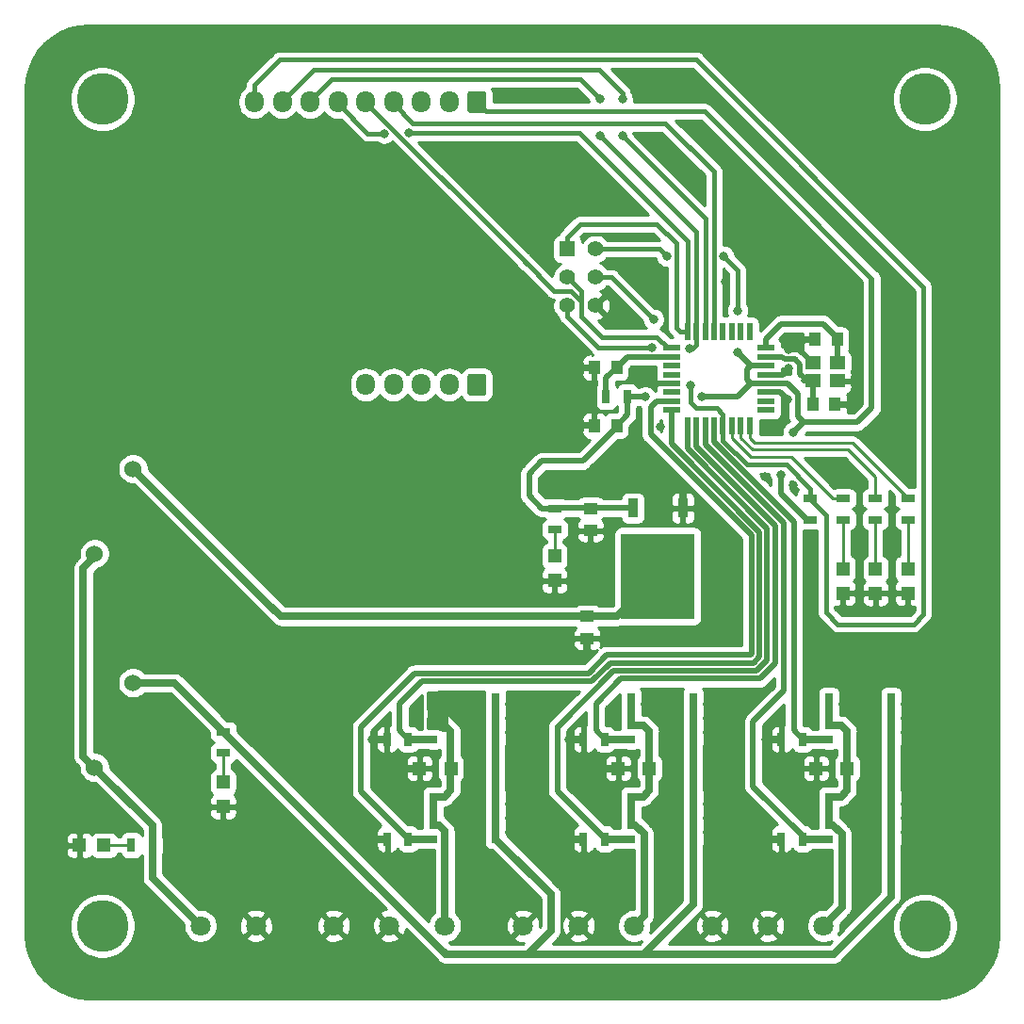
<source format=gbr>
G04 #@! TF.GenerationSoftware,KiCad,Pcbnew,5.1.5-52549c5~84~ubuntu18.04.1*
G04 #@! TF.CreationDate,2020-02-07T16:49:07-05:00*
G04 #@! TF.ProjectId,solenoidTrigger,736f6c65-6e6f-4696-9454-726967676572,rev?*
G04 #@! TF.SameCoordinates,Original*
G04 #@! TF.FileFunction,Copper,L1,Top*
G04 #@! TF.FilePolarity,Positive*
%FSLAX46Y46*%
G04 Gerber Fmt 4.6, Leading zero omitted, Abs format (unit mm)*
G04 Created by KiCad (PCBNEW 5.1.5-52549c5~84~ubuntu18.04.1) date 2020-02-07 16:49:07*
%MOMM*%
%LPD*%
G04 APERTURE LIST*
%ADD10R,0.787400X0.711200*%
%ADD11C,1.800000*%
%ADD12R,0.700000X1.300000*%
%ADD13R,1.200000X1.200000*%
%ADD14O,1.700000X1.950000*%
%ADD15C,0.020000*%
%ADD16R,1.300000X0.700000*%
%ADD17C,4.648200*%
%ADD18C,1.524000*%
%ADD19R,1.000000X1.250000*%
%ADD20R,1.400000X1.400000*%
%ADD21C,1.400000*%
%ADD22R,1.250000X1.000000*%
%ADD23R,0.939800X1.701800*%
%ADD24R,6.654800X7.721600*%
%ADD25R,1.600000X0.550000*%
%ADD26R,0.550000X1.600000*%
%ADD27R,1.400000X1.200000*%
%ADD28C,0.800000*%
%ADD29C,0.635000*%
%ADD30C,0.381000*%
%ADD31C,0.254000*%
%ADD32C,0.508000*%
G04 APERTURE END LIST*
D10*
X181356000Y-110617000D03*
X181356000Y-111887000D03*
X181356000Y-113157000D03*
X181356000Y-114427000D03*
X175768000Y-114427000D03*
X175768000Y-113157000D03*
X175768000Y-111887000D03*
X175768000Y-110617000D03*
X181356000Y-119570500D03*
X181356000Y-120840500D03*
X181356000Y-122110500D03*
X181356000Y-123380500D03*
X175768000Y-123380500D03*
X175768000Y-122110500D03*
X175768000Y-120840500D03*
X175768000Y-119570500D03*
D11*
X175307000Y-131191000D03*
X165307000Y-131191000D03*
X170307000Y-131191000D03*
D12*
X171516000Y-114427000D03*
X173416000Y-114427000D03*
X171516000Y-123380500D03*
X173416000Y-123380500D03*
D13*
X174622000Y-117030500D03*
X177422000Y-117030500D03*
D14*
X134145000Y-82550000D03*
X136645000Y-82550000D03*
X139145000Y-82550000D03*
X141645000Y-82550000D03*
G04 #@! TA.AperFunction,ComponentPad*
D15*
G36*
X144769504Y-81576204D02*
G01*
X144793773Y-81579804D01*
X144817571Y-81585765D01*
X144840671Y-81594030D01*
X144862849Y-81604520D01*
X144883893Y-81617133D01*
X144903598Y-81631747D01*
X144921777Y-81648223D01*
X144938253Y-81666402D01*
X144952867Y-81686107D01*
X144965480Y-81707151D01*
X144975970Y-81729329D01*
X144984235Y-81752429D01*
X144990196Y-81776227D01*
X144993796Y-81800496D01*
X144995000Y-81825000D01*
X144995000Y-83275000D01*
X144993796Y-83299504D01*
X144990196Y-83323773D01*
X144984235Y-83347571D01*
X144975970Y-83370671D01*
X144965480Y-83392849D01*
X144952867Y-83413893D01*
X144938253Y-83433598D01*
X144921777Y-83451777D01*
X144903598Y-83468253D01*
X144883893Y-83482867D01*
X144862849Y-83495480D01*
X144840671Y-83505970D01*
X144817571Y-83514235D01*
X144793773Y-83520196D01*
X144769504Y-83523796D01*
X144745000Y-83525000D01*
X143545000Y-83525000D01*
X143520496Y-83523796D01*
X143496227Y-83520196D01*
X143472429Y-83514235D01*
X143449329Y-83505970D01*
X143427151Y-83495480D01*
X143406107Y-83482867D01*
X143386402Y-83468253D01*
X143368223Y-83451777D01*
X143351747Y-83433598D01*
X143337133Y-83413893D01*
X143324520Y-83392849D01*
X143314030Y-83370671D01*
X143305765Y-83347571D01*
X143299804Y-83323773D01*
X143296204Y-83299504D01*
X143295000Y-83275000D01*
X143295000Y-81825000D01*
X143296204Y-81800496D01*
X143299804Y-81776227D01*
X143305765Y-81752429D01*
X143314030Y-81729329D01*
X143324520Y-81707151D01*
X143337133Y-81686107D01*
X143351747Y-81666402D01*
X143368223Y-81648223D01*
X143386402Y-81631747D01*
X143406107Y-81617133D01*
X143427151Y-81604520D01*
X143449329Y-81594030D01*
X143472429Y-81585765D01*
X143496227Y-81579804D01*
X143520496Y-81576204D01*
X143545000Y-81575000D01*
X144745000Y-81575000D01*
X144769504Y-81576204D01*
G37*
G04 #@! TD.AperFunction*
D11*
X141271000Y-131191000D03*
X131271000Y-131191000D03*
X136271000Y-131191000D03*
D16*
X121348500Y-113731000D03*
X121348500Y-115631000D03*
D13*
X121348500Y-120480000D03*
X121348500Y-118280000D03*
D14*
X124145000Y-57150000D03*
X126645000Y-57150000D03*
X129145000Y-57150000D03*
X131645000Y-57150000D03*
X134145000Y-57150000D03*
X136645000Y-57150000D03*
X139145000Y-57150000D03*
X141645000Y-57150000D03*
G04 #@! TA.AperFunction,ComponentPad*
D15*
G36*
X144769504Y-56176204D02*
G01*
X144793773Y-56179804D01*
X144817571Y-56185765D01*
X144840671Y-56194030D01*
X144862849Y-56204520D01*
X144883893Y-56217133D01*
X144903598Y-56231747D01*
X144921777Y-56248223D01*
X144938253Y-56266402D01*
X144952867Y-56286107D01*
X144965480Y-56307151D01*
X144975970Y-56329329D01*
X144984235Y-56352429D01*
X144990196Y-56376227D01*
X144993796Y-56400496D01*
X144995000Y-56425000D01*
X144995000Y-57875000D01*
X144993796Y-57899504D01*
X144990196Y-57923773D01*
X144984235Y-57947571D01*
X144975970Y-57970671D01*
X144965480Y-57992849D01*
X144952867Y-58013893D01*
X144938253Y-58033598D01*
X144921777Y-58051777D01*
X144903598Y-58068253D01*
X144883893Y-58082867D01*
X144862849Y-58095480D01*
X144840671Y-58105970D01*
X144817571Y-58114235D01*
X144793773Y-58120196D01*
X144769504Y-58123796D01*
X144745000Y-58125000D01*
X143545000Y-58125000D01*
X143520496Y-58123796D01*
X143496227Y-58120196D01*
X143472429Y-58114235D01*
X143449329Y-58105970D01*
X143427151Y-58095480D01*
X143406107Y-58082867D01*
X143386402Y-58068253D01*
X143368223Y-58051777D01*
X143351747Y-58033598D01*
X143337133Y-58013893D01*
X143324520Y-57992849D01*
X143314030Y-57970671D01*
X143305765Y-57947571D01*
X143299804Y-57923773D01*
X143296204Y-57899504D01*
X143295000Y-57875000D01*
X143295000Y-56425000D01*
X143296204Y-56400496D01*
X143299804Y-56376227D01*
X143305765Y-56352429D01*
X143314030Y-56329329D01*
X143324520Y-56307151D01*
X143337133Y-56286107D01*
X143351747Y-56266402D01*
X143368223Y-56248223D01*
X143386402Y-56231747D01*
X143406107Y-56217133D01*
X143427151Y-56204520D01*
X143449329Y-56194030D01*
X143472429Y-56185765D01*
X143496227Y-56179804D01*
X143520496Y-56176204D01*
X143545000Y-56175000D01*
X144745000Y-56175000D01*
X144769504Y-56176204D01*
G37*
G04 #@! TD.AperFunction*
D17*
X184404000Y-131191000D03*
X184404000Y-56896000D03*
X110490000Y-56896000D03*
X110490000Y-131191000D03*
D13*
X151130000Y-97960000D03*
X151130000Y-100160000D03*
D12*
X136083000Y-114427000D03*
X137983000Y-114427000D03*
D18*
X113233200Y-109347000D03*
X109778800Y-116967000D03*
D13*
X141798500Y-117030500D03*
X138998500Y-117030500D03*
X159642000Y-117030500D03*
X156842000Y-117030500D03*
D19*
X156702000Y-86233000D03*
X154702000Y-86233000D03*
D18*
X109778800Y-97726500D03*
X113233200Y-90106500D03*
D20*
X152273000Y-70358000D03*
D21*
X154813000Y-70358000D03*
X152273000Y-72898000D03*
X154813000Y-72898000D03*
X152273000Y-75438000D03*
X154813000Y-75438000D03*
D11*
X158289000Y-131191000D03*
X148289000Y-131191000D03*
X153289000Y-131191000D03*
X119293000Y-131191000D03*
X124293000Y-131191000D03*
D10*
X157988000Y-110617000D03*
X157988000Y-111887000D03*
X157988000Y-113157000D03*
X157988000Y-114427000D03*
X163576000Y-114427000D03*
X163576000Y-113157000D03*
X163576000Y-111887000D03*
X163576000Y-110617000D03*
X145796000Y-110617000D03*
X145796000Y-111887000D03*
X145796000Y-113157000D03*
X145796000Y-114427000D03*
X140208000Y-114427000D03*
X140208000Y-113157000D03*
X140208000Y-111887000D03*
X140208000Y-110617000D03*
X157988000Y-119570500D03*
X157988000Y-120840500D03*
X157988000Y-122110500D03*
X157988000Y-123380500D03*
X163576000Y-123380500D03*
X163576000Y-122110500D03*
X163576000Y-120840500D03*
X163576000Y-119570500D03*
X140208000Y-119570500D03*
X140208000Y-120840500D03*
X140208000Y-122110500D03*
X140208000Y-123380500D03*
X145796000Y-123380500D03*
X145796000Y-122110500D03*
X145796000Y-120840500D03*
X145796000Y-119570500D03*
D22*
X154355800Y-95662500D03*
X154355800Y-93662500D03*
X154051000Y-105378000D03*
X154051000Y-103378000D03*
D19*
X174333660Y-84322920D03*
X176333660Y-84322920D03*
X174530000Y-78486000D03*
X176530000Y-78486000D03*
X156702000Y-81026000D03*
X154702000Y-81026000D03*
D13*
X108437500Y-123952000D03*
X110637500Y-123952000D03*
X177038000Y-99103000D03*
X177038000Y-101303000D03*
X179975501Y-101320499D03*
X179975501Y-99120499D03*
X182880000Y-99103000D03*
X182880000Y-101303000D03*
D12*
X137985500Y-123380500D03*
X136085500Y-123380500D03*
X155636000Y-123380500D03*
X153736000Y-123380500D03*
X153736000Y-114427000D03*
X155636000Y-114427000D03*
D16*
X174117000Y-92776000D03*
X174117000Y-94676000D03*
D12*
X155768000Y-83629500D03*
X157668000Y-83629500D03*
X114996000Y-123952000D03*
X113096000Y-123952000D03*
D16*
X151130000Y-95565000D03*
X151130000Y-93665000D03*
X177038000Y-92776000D03*
X177038000Y-94676000D03*
X179959000Y-94676000D03*
X179959000Y-92776000D03*
X182880000Y-92776000D03*
X182880000Y-94676000D03*
D23*
X162651001Y-93649800D03*
X158150999Y-93649800D03*
D24*
X160401000Y-99758500D03*
D25*
X170112000Y-84842000D03*
X170112000Y-84042000D03*
X170112000Y-83242000D03*
X170112000Y-82442000D03*
X170112000Y-81642000D03*
X170112000Y-80842000D03*
X170112000Y-80042000D03*
X170112000Y-79242000D03*
D26*
X168662000Y-77792000D03*
X167862000Y-77792000D03*
X167062000Y-77792000D03*
X166262000Y-77792000D03*
X165462000Y-77792000D03*
X164662000Y-77792000D03*
X163862000Y-77792000D03*
X163062000Y-77792000D03*
D25*
X161612000Y-79242000D03*
X161612000Y-80042000D03*
X161612000Y-80842000D03*
X161612000Y-81642000D03*
X161612000Y-82442000D03*
X161612000Y-83242000D03*
X161612000Y-84042000D03*
X161612000Y-84842000D03*
D26*
X163062000Y-86292000D03*
X163862000Y-86292000D03*
X164662000Y-86292000D03*
X165462000Y-86292000D03*
X166262000Y-86292000D03*
X167062000Y-86292000D03*
X167862000Y-86292000D03*
X168662000Y-86292000D03*
D27*
X176530000Y-80607000D03*
X174330000Y-80607000D03*
X174330000Y-82207000D03*
X176530000Y-82207000D03*
D28*
X121348500Y-122174000D03*
X160020000Y-82423000D03*
X153073100Y-86144100D03*
X153073100Y-81000600D03*
X172974000Y-78486000D03*
X172186600Y-79400400D03*
X178117500Y-82296000D03*
X177927000Y-84328000D03*
X154051000Y-106934000D03*
X154343100Y-97243900D03*
X151130000Y-101727000D03*
X137668000Y-117030500D03*
X152400000Y-123444000D03*
X152400000Y-114427000D03*
X106807000Y-123952000D03*
X177038000Y-102870000D03*
X182880000Y-102870000D03*
X179959000Y-102870000D03*
X134747000Y-114427000D03*
X134747000Y-123444000D03*
X162648900Y-91694000D03*
X172034200Y-83858100D03*
X172161200Y-81127600D03*
X166497000Y-73279000D03*
X159004000Y-69342000D03*
X160172400Y-72517000D03*
X159131000Y-73660000D03*
X160655000Y-86360000D03*
X170053000Y-90805000D03*
X172593000Y-91567000D03*
X138811000Y-112141000D03*
X156591000Y-112268000D03*
X155511500Y-117030500D03*
X170180000Y-123444000D03*
X170116500Y-114427000D03*
X148986240Y-64622680D03*
X171104560Y-69301360D03*
X161442400Y-55869840D03*
X161686240Y-62006480D03*
X150749000Y-56601360D03*
X161996120Y-117027960D03*
X144272000Y-117068600D03*
X144475200Y-126060200D03*
X161315400Y-125806200D03*
X179070000Y-125984000D03*
X179654200Y-116890800D03*
X159283400Y-83654900D03*
X164338000Y-83654900D03*
X167576500Y-79629000D03*
X167576500Y-75882500D03*
X166306500Y-70993000D03*
X161226500Y-70993000D03*
X172593000Y-86804500D03*
X171450000Y-90614500D03*
X163271200Y-79349600D03*
X160020000Y-76682600D03*
X155194000Y-60134500D03*
X155194000Y-56896000D03*
X159893000Y-79184500D03*
X163322000Y-82613500D03*
X138049000Y-59944000D03*
X135807282Y-59963218D03*
X157226000Y-60198000D03*
X157226000Y-56896000D03*
D29*
X171452500Y-114427000D02*
X170116500Y-114427000D01*
X171516000Y-123444000D02*
X170180000Y-123444000D01*
D30*
X121348500Y-122174000D02*
X121365001Y-122157499D01*
D31*
X121365001Y-120624499D02*
X121348500Y-122174000D01*
D30*
X160032700Y-82435700D02*
X160020000Y-82423000D01*
D32*
X161601400Y-82435700D02*
X160032700Y-82435700D01*
D30*
X153085800Y-86156800D02*
X153073100Y-86144100D01*
D32*
X154654500Y-86156800D02*
X153085800Y-86156800D01*
D30*
X153085800Y-81013300D02*
X153073100Y-81000600D01*
D32*
X154654500Y-81013300D02*
X153085800Y-81013300D01*
X174523501Y-78502501D02*
X172974000Y-78486000D01*
D30*
X172974000Y-78486000D02*
X172990501Y-78502501D01*
D32*
X176567999Y-82279499D02*
X178117500Y-82296000D01*
D30*
X178117500Y-82296000D02*
X178100999Y-82279499D01*
X177927000Y-84328000D02*
X177910499Y-84311499D01*
D32*
X176377499Y-84311499D02*
X177927000Y-84328000D01*
D29*
X154067501Y-105384499D02*
X154051000Y-106934000D01*
D30*
X151130000Y-101727000D02*
X151146501Y-101710499D01*
D31*
X151146501Y-100177499D02*
X151130000Y-101727000D01*
D29*
X156847500Y-117030500D02*
X155511500Y-117030500D01*
X155511500Y-117030500D02*
X155511500Y-117030500D01*
X139004000Y-117030500D02*
X137668000Y-117030500D01*
X137668000Y-117030500D02*
X137668000Y-117030500D01*
X153736000Y-123444000D02*
X152400000Y-123444000D01*
X152400000Y-123444000D02*
X152400000Y-123444000D01*
X153736000Y-114427000D02*
X152400000Y-114427000D01*
X152400000Y-114427000D02*
X152400000Y-114427000D01*
D30*
X106807000Y-123952000D02*
X106823501Y-123968501D01*
D31*
X108356501Y-123968501D02*
X106807000Y-123952000D01*
D30*
X177038000Y-102870000D02*
X177054501Y-102853499D01*
D31*
X177054501Y-101320499D02*
X177038000Y-102870000D01*
D30*
X182880000Y-102870000D02*
X182896501Y-102853499D01*
D31*
X182896501Y-101320499D02*
X182880000Y-102870000D01*
X179975501Y-101320499D02*
X179959000Y-102870000D01*
D30*
X179959000Y-102870000D02*
X179975501Y-102853499D01*
D29*
X136083000Y-114427000D02*
X134747000Y-114427000D01*
X134747000Y-114427000D02*
X134747000Y-114427000D01*
X136083000Y-123444000D02*
X134747000Y-123444000D01*
X134747000Y-123444000D02*
X134747000Y-123444000D01*
D30*
X154355800Y-97231200D02*
X154343100Y-97243900D01*
D32*
X154355800Y-95662500D02*
X154355800Y-97231200D01*
D29*
X162648900Y-93647699D02*
X162651001Y-93649800D01*
X162648900Y-91694000D02*
X162648900Y-93647699D01*
D32*
X171420000Y-83242000D02*
X172034200Y-83858100D01*
X170112000Y-83242000D02*
X171420000Y-83242000D01*
X172034200Y-83858100D02*
X172034200Y-83856200D01*
X171621400Y-81642000D02*
X170112000Y-81642000D01*
D29*
X170180000Y-123444000D02*
X170180000Y-123444000D01*
X170116500Y-114427000D02*
X170116500Y-114427000D01*
D32*
X173123400Y-79400400D02*
X174330000Y-80607000D01*
X172186600Y-79400400D02*
X173123400Y-79400400D01*
X171646800Y-81642000D02*
X170112000Y-81642000D01*
X172161200Y-81127600D02*
X171646800Y-81642000D01*
X167576500Y-79629000D02*
X167576500Y-79629000D01*
D30*
X159270700Y-83642200D02*
X159283400Y-83654900D01*
D32*
X157702000Y-83642200D02*
X159270700Y-83642200D01*
X151145200Y-93649800D02*
X151130000Y-93665000D01*
X158150999Y-93649800D02*
X151145200Y-93649800D01*
X149972000Y-93665000D02*
X148844000Y-92537000D01*
X151130000Y-93665000D02*
X149972000Y-93665000D01*
X148844000Y-92537000D02*
X148844000Y-90551000D01*
X148844000Y-90551000D02*
X149987000Y-89408000D01*
X149987000Y-89408000D02*
X153652000Y-89408000D01*
X156702000Y-86358000D02*
X156702000Y-86233000D01*
X153652000Y-89408000D02*
X156702000Y-86358000D01*
X157668000Y-85267000D02*
X156702000Y-86233000D01*
X157668000Y-83629500D02*
X157668000Y-85267000D01*
X168804000Y-82442000D02*
X170112000Y-82442000D01*
X168465500Y-82103500D02*
X168804000Y-82442000D01*
X168465500Y-81153000D02*
X168465500Y-82103500D01*
X170112000Y-80842000D02*
X168776500Y-80842000D01*
X168776500Y-80842000D02*
X168465500Y-81153000D01*
X167591100Y-83654900D02*
X168804000Y-82442000D01*
X164338000Y-83654900D02*
X167591100Y-83654900D01*
X167576500Y-79629000D02*
X168789400Y-80841900D01*
D30*
X167576500Y-75882500D02*
X167576500Y-75316815D01*
X167576500Y-75316815D02*
X167576500Y-72263000D01*
X167576500Y-72263000D02*
X166306500Y-70993000D01*
X166306500Y-70993000D02*
X166306500Y-70993000D01*
X160591500Y-70358000D02*
X161226500Y-70993000D01*
X154813000Y-70358000D02*
X160591500Y-70358000D01*
D32*
X170112000Y-82442000D02*
X172040500Y-82442000D01*
X172040500Y-82442000D02*
X172974000Y-83375500D01*
X172974000Y-83375500D02*
X172974000Y-85407500D01*
X172974000Y-85407500D02*
X173482000Y-85915500D01*
X173482000Y-85915500D02*
X178371500Y-85915500D01*
X178371500Y-85915500D02*
X179641500Y-84645500D01*
X173482000Y-85915500D02*
X172593000Y-86804500D01*
X172593000Y-86804500D02*
X172593000Y-86804500D01*
X173817000Y-94676000D02*
X174117000Y-94676000D01*
X171450000Y-92309000D02*
X173817000Y-94676000D01*
X171450000Y-90614500D02*
X171450000Y-92309000D01*
X179641500Y-84645500D02*
X179641500Y-73025000D01*
D30*
X169672000Y-63055500D02*
X179641500Y-73025000D01*
X164592000Y-57975500D02*
X169672000Y-63055500D01*
X144145000Y-57150000D02*
X144970500Y-57975500D01*
X144970500Y-57975500D02*
X164592000Y-57975500D01*
D32*
X174333660Y-82210660D02*
X174330000Y-82207000D01*
X174333660Y-84322920D02*
X174333660Y-82210660D01*
X173526078Y-82207000D02*
X174330000Y-82207000D01*
X173175999Y-81570201D02*
X173812798Y-82207000D01*
X173175999Y-80745399D02*
X173175999Y-81570201D01*
X172704199Y-80273599D02*
X173175999Y-80745399D01*
X171795877Y-80273599D02*
X172704199Y-80273599D01*
X171564278Y-80042000D02*
X171795877Y-80273599D01*
X173812798Y-82207000D02*
X174330000Y-82207000D01*
X170112000Y-80042000D02*
X171564278Y-80042000D01*
X170112000Y-78459000D02*
X171479460Y-77091540D01*
X170112000Y-79242000D02*
X170112000Y-78459000D01*
X176530000Y-78361000D02*
X176530000Y-78486000D01*
X175260540Y-77091540D02*
X176530000Y-78361000D01*
X171479460Y-77091540D02*
X175260540Y-77091540D01*
X176530000Y-78486000D02*
X176530000Y-80607000D01*
X155768000Y-81960000D02*
X156702000Y-81026000D01*
X155768000Y-83629500D02*
X155768000Y-81960000D01*
X157686000Y-80042000D02*
X156702000Y-81026000D01*
X161612000Y-80042000D02*
X157686000Y-80042000D01*
D30*
X163862000Y-78973000D02*
X163485400Y-79349600D01*
X163862000Y-77792000D02*
X163862000Y-78973000D01*
X163485400Y-79349600D02*
X163271200Y-79349600D01*
X163271200Y-79349600D02*
X163271200Y-79349600D01*
X156235400Y-72898000D02*
X160020000Y-76682600D01*
X154813000Y-72898000D02*
X156235400Y-72898000D01*
X163862000Y-77792000D02*
X163862000Y-68802500D01*
X163862000Y-68802500D02*
X155194000Y-60134500D01*
X153416000Y-55118000D02*
X155194000Y-56896000D01*
X131052000Y-55118000D02*
X153416000Y-55118000D01*
X129145000Y-57025000D02*
X131052000Y-55118000D01*
X129145000Y-57150000D02*
X129145000Y-57025000D01*
X153543000Y-74168000D02*
X152273000Y-72898000D01*
X155384500Y-78295500D02*
X153543000Y-76454000D01*
X160337500Y-78295500D02*
X155384500Y-78295500D01*
X161612000Y-79242000D02*
X161284000Y-79242000D01*
X161284000Y-79242000D02*
X160337500Y-78295500D01*
X161612000Y-79242000D02*
X161854800Y-79242000D01*
X161829400Y-79242000D02*
X161612000Y-79242000D01*
X134145000Y-57150000D02*
X134145000Y-57183000D01*
X153543000Y-75094058D02*
X152566142Y-74117200D01*
X153543000Y-75260200D02*
X153543000Y-75094058D01*
X153543000Y-75260200D02*
X153543000Y-74168000D01*
X153543000Y-76454000D02*
X153543000Y-75260200D01*
X151104600Y-74117200D02*
X148259800Y-71272400D01*
X152566142Y-74117200D02*
X151104600Y-74117200D01*
X134145000Y-57183000D02*
X148259800Y-71272400D01*
X148259800Y-71272400D02*
X148615400Y-71653400D01*
X166262000Y-87600000D02*
X168425600Y-89763600D01*
X166262000Y-86292000D02*
X166262000Y-87600000D01*
X168425600Y-89763600D02*
X171983400Y-89763600D01*
X174117000Y-91897200D02*
X174117000Y-92776000D01*
X171983400Y-89763600D02*
X174117000Y-91897200D01*
D32*
X174117000Y-92776000D02*
X174117000Y-92858798D01*
D30*
X159327315Y-79184500D02*
X159893000Y-79184500D01*
X155029551Y-79184500D02*
X159327315Y-79184500D01*
X152273000Y-76427949D02*
X155029551Y-79184500D01*
X152273000Y-75438000D02*
X152273000Y-76427949D01*
X166262000Y-85199798D02*
X166262000Y-86292000D01*
X163830000Y-84645500D02*
X165707702Y-84645500D01*
X165707702Y-84645500D02*
X166262000Y-85199798D01*
X163322000Y-82613500D02*
X163322000Y-84137500D01*
X163322000Y-84137500D02*
X163830000Y-84645500D01*
X175514000Y-94255798D02*
X174117000Y-92858798D01*
X176593500Y-104076500D02*
X175514000Y-102997000D01*
X183388000Y-104076500D02*
X176593500Y-104076500D01*
X175514000Y-102997000D02*
X175514000Y-94255798D01*
X124145000Y-55623500D02*
X126428500Y-53340000D01*
X163856942Y-53340000D02*
X184292899Y-73775957D01*
X184292899Y-103171601D02*
X183388000Y-104076500D01*
X124145000Y-57150000D02*
X124145000Y-55623500D01*
X126428500Y-53340000D02*
X163856942Y-53340000D01*
X184292899Y-73775957D02*
X184292899Y-103171601D01*
X163062000Y-77792000D02*
X163062000Y-69677000D01*
X152273000Y-69277000D02*
X153414500Y-68135500D01*
X152273000Y-70358000D02*
X152273000Y-69277000D01*
X153414500Y-68135500D02*
X160337500Y-68135500D01*
X162406000Y-77792000D02*
X162052000Y-77438000D01*
X163062000Y-77792000D02*
X162406000Y-77792000D01*
X162052000Y-69850000D02*
X160337500Y-68135500D01*
X162052000Y-77438000D02*
X162052000Y-69850000D01*
X163062000Y-69677000D02*
X153329000Y-59944000D01*
X153329000Y-59944000D02*
X138049000Y-59944000D01*
X138049000Y-59944000D02*
X138049000Y-59944000D01*
X138049000Y-59944000D02*
X137985500Y-59944000D01*
X135241597Y-59963218D02*
X135807282Y-59963218D01*
X134333218Y-59963218D02*
X135241597Y-59963218D01*
X131645000Y-57275000D02*
X134333218Y-59963218D01*
X131645000Y-57150000D02*
X131645000Y-57275000D01*
X164662000Y-77792000D02*
X164662000Y-67634000D01*
X164662000Y-67634000D02*
X157226000Y-60198000D01*
X157226000Y-60198000D02*
X157226000Y-60198000D01*
X157226000Y-56330315D02*
X157226000Y-56896000D01*
X155124685Y-54229000D02*
X157226000Y-56330315D01*
X129441000Y-54229000D02*
X155124685Y-54229000D01*
X126645000Y-57025000D02*
X129441000Y-54229000D01*
X126645000Y-57150000D02*
X126645000Y-57025000D01*
X136645000Y-57333500D02*
X136645000Y-57150000D01*
X161099500Y-59055000D02*
X138366500Y-59055000D01*
X165462000Y-77792000D02*
X165462000Y-63417500D01*
X138366500Y-59055000D02*
X136645000Y-57333500D01*
X165462000Y-63417500D02*
X161099500Y-59055000D01*
D32*
X133718300Y-119100600D02*
X133718300Y-113309400D01*
X137985500Y-123367800D02*
X133718300Y-119100600D01*
D29*
X140208000Y-123380500D02*
X137985500Y-123380500D01*
D32*
X160304000Y-84042000D02*
X159766000Y-84580000D01*
X161612000Y-84042000D02*
X160304000Y-84042000D01*
X138515710Y-108511990D02*
X133718300Y-113309400D01*
X154166157Y-108511990D02*
X138515710Y-108511990D01*
X155836177Y-106841970D02*
X154166157Y-108511990D01*
X168713978Y-106841970D02*
X155836177Y-106841970D01*
X168824350Y-106731598D02*
X168713978Y-106841970D01*
X168824350Y-96080205D02*
X168824350Y-106731598D01*
X159766000Y-87021855D02*
X168824350Y-96080205D01*
X159766000Y-84580000D02*
X159766000Y-87021855D01*
X155638500Y-123367800D02*
X151371300Y-119100600D01*
X151371300Y-119100600D02*
X151371300Y-113309400D01*
D29*
X157988000Y-123380500D02*
X155636000Y-123380500D01*
D32*
X151371300Y-113309400D02*
X151371300Y-113296700D01*
X169300510Y-108257990D02*
X156422710Y-108257990D01*
X170240370Y-107318130D02*
X169300510Y-108257990D01*
X156422710Y-108257990D02*
X151371300Y-113309400D01*
X170240370Y-95493672D02*
X170240370Y-107318130D01*
X163062000Y-86292000D02*
X163062000Y-88315302D01*
X163062000Y-88315302D02*
X170240370Y-95493672D01*
D29*
X140208000Y-114427000D02*
X137983000Y-114427000D01*
D32*
X169532360Y-95786938D02*
X161612000Y-87866578D01*
X137985500Y-114427000D02*
X137185400Y-113626900D01*
X139192000Y-109220000D02*
X154459424Y-109220000D01*
X137185400Y-113626900D02*
X137185400Y-111226600D01*
X169007244Y-107549980D02*
X169532360Y-107024864D01*
X154459424Y-109220000D02*
X156129444Y-107549980D01*
X169532360Y-107024864D02*
X169532360Y-95786938D01*
X137185400Y-111226600D02*
X139192000Y-109220000D01*
X161612000Y-87866578D02*
X161612000Y-84842000D01*
X156129444Y-107549980D02*
X169007244Y-107549980D01*
X155638500Y-114427000D02*
X154838400Y-113626900D01*
X155638500Y-114427000D02*
X154838400Y-113626900D01*
D29*
X157988000Y-114427000D02*
X155636000Y-114427000D01*
D32*
X154838400Y-113626900D02*
X154838400Y-111226600D01*
X154838400Y-111226600D02*
X157099000Y-108966000D01*
X169608500Y-108966000D02*
X170948380Y-107626120D01*
X157099000Y-108966000D02*
X169608500Y-108966000D01*
X163862000Y-87600000D02*
X163862000Y-86292000D01*
X163862000Y-88114026D02*
X163862000Y-87600000D01*
X170948380Y-95200406D02*
X163862000Y-88114026D01*
X170948380Y-107626120D02*
X170948380Y-95200406D01*
D31*
X176134000Y-92776000D02*
X172385000Y-89027000D01*
X177038000Y-92776000D02*
X176134000Y-92776000D01*
X167062000Y-87346000D02*
X167062000Y-86292000D01*
X172385000Y-89027000D02*
X168743000Y-89027000D01*
X167062000Y-87346000D02*
X168743000Y-89027000D01*
X179959000Y-92776000D02*
X179959000Y-90830400D01*
X179959000Y-90830400D02*
X177520600Y-88392000D01*
X167862000Y-87346000D02*
X167862000Y-86292000D01*
X168908000Y-88392000D02*
X167862000Y-87346000D01*
X177520600Y-88392000D02*
X168908000Y-88392000D01*
X168662000Y-87346000D02*
X168662000Y-86292000D01*
X169098400Y-87782400D02*
X168662000Y-87346000D01*
X182880000Y-92760800D02*
X177901600Y-87782400D01*
X177901600Y-87782400D02*
X169098400Y-87782400D01*
D29*
X145796000Y-116964000D02*
X145793000Y-116967000D01*
X145793000Y-119567500D02*
X145796000Y-119570500D01*
X163576000Y-110617000D02*
X163576000Y-123380500D01*
X145796000Y-110617000D02*
X145796000Y-123380500D01*
X113233200Y-109626400D02*
X113233200Y-109347000D01*
X163576000Y-123380500D02*
X163614100Y-123380500D01*
X141351000Y-133731000D02*
X141224000Y-133604000D01*
X121351000Y-113731000D02*
X121348500Y-113731000D01*
X141351000Y-133731000D02*
X121351000Y-113731000D01*
X121348500Y-113728500D02*
X121348500Y-113731000D01*
X113233200Y-109347000D02*
X116967000Y-109347000D01*
X116967000Y-109347000D02*
X121348500Y-113728500D01*
X145834100Y-123380500D02*
X145796000Y-123380500D01*
X150799800Y-128346200D02*
X145834100Y-123380500D01*
X148704300Y-133718300D02*
X150799800Y-131622800D01*
X150799800Y-131622800D02*
X150799800Y-128346200D01*
X181356000Y-110617000D02*
X181356000Y-123380500D01*
X141351000Y-133731000D02*
X159131000Y-133731000D01*
X163576000Y-129286000D02*
X163576000Y-123380500D01*
X159131000Y-133731000D02*
X163576000Y-129286000D01*
X159131000Y-133731000D02*
X176212500Y-133731000D01*
X181356000Y-128587500D02*
X181356000Y-123380500D01*
X176212500Y-133731000D02*
X181356000Y-128587500D01*
X140208000Y-110617000D02*
X140208000Y-113157000D01*
X140208000Y-119570500D02*
X140208000Y-122110500D01*
X140208000Y-113157000D02*
X141236700Y-113157000D01*
X141236700Y-113157000D02*
X141795500Y-113715800D01*
X141236700Y-119570500D02*
X140208000Y-119570500D01*
X141795500Y-119011700D02*
X141236700Y-119570500D01*
X141795500Y-113715800D02*
X141795500Y-119011700D01*
X140208000Y-122110500D02*
X140716000Y-122110500D01*
X141271000Y-122665500D02*
X141271000Y-131191000D01*
X140716000Y-122110500D02*
X141271000Y-122665500D01*
X157988000Y-119570500D02*
X157988000Y-122110500D01*
X157988000Y-110617000D02*
X157988000Y-113157000D01*
X159080200Y-119570500D02*
X158051500Y-119570500D01*
X159639000Y-119011700D02*
X159080200Y-119570500D01*
X158051500Y-113157000D02*
X159080200Y-113157000D01*
X159080200Y-113157000D02*
X159639000Y-113715800D01*
X159639000Y-113715800D02*
X159639000Y-119011700D01*
X157988000Y-122110500D02*
X158369000Y-122110500D01*
X159188999Y-130291001D02*
X158289000Y-131191000D01*
X159188999Y-122930499D02*
X159188999Y-130291001D01*
X158369000Y-122110500D02*
X159188999Y-122930499D01*
X156781500Y-103378000D02*
X160401000Y-99758500D01*
X154051000Y-103378000D02*
X156781500Y-103378000D01*
X125171200Y-102044500D02*
X113233200Y-90106500D01*
X154051000Y-103378000D02*
X126504700Y-103378000D01*
X126504700Y-103378000D02*
X125171200Y-102044500D01*
X109778800Y-98044000D02*
X108762800Y-99060000D01*
X108762800Y-115951000D02*
X109778800Y-116967000D01*
X108762800Y-99060000D02*
X108762800Y-115951000D01*
X114998500Y-123952000D02*
X114996000Y-123952000D01*
X109778800Y-116967000D02*
X114998500Y-122186700D01*
X114996000Y-122189200D02*
X114996000Y-123952000D01*
X114998500Y-122186700D02*
X114996000Y-122189200D01*
X114996000Y-126894000D02*
X119293000Y-131191000D01*
X114996000Y-123952000D02*
X114996000Y-126894000D01*
D31*
X177038000Y-94676000D02*
X177038000Y-99103000D01*
X179959000Y-99103998D02*
X179975501Y-99120499D01*
X179959000Y-94676000D02*
X179959000Y-99103998D01*
X182880000Y-94676000D02*
X182880000Y-99103000D01*
X151130000Y-97960000D02*
X151130000Y-95565000D01*
D29*
X175768000Y-123380500D02*
X173416000Y-123380500D01*
D32*
X173416000Y-123380500D02*
X173416000Y-123378000D01*
X164662000Y-87912750D02*
X164662000Y-86292000D01*
X173416000Y-123380500D02*
X173416000Y-123080500D01*
X173416000Y-123080500D02*
X168973500Y-118638000D01*
X171754800Y-95005550D02*
X164662000Y-87912750D01*
X168973500Y-118638000D02*
X168973500Y-112839500D01*
X168973500Y-112839500D02*
X171754800Y-110058200D01*
X171754800Y-110058200D02*
X171754800Y-95005550D01*
D29*
X175768000Y-114427000D02*
X173416000Y-114427000D01*
D32*
X172618400Y-113626900D02*
X173418500Y-114427000D01*
X172618400Y-94867874D02*
X172618400Y-113626900D01*
X165462000Y-86292000D02*
X165462000Y-87711474D01*
X165462000Y-87711474D02*
X172618400Y-94867874D01*
D29*
X177419000Y-113715800D02*
X177419000Y-119011700D01*
X176149000Y-122110500D02*
X176968999Y-122930499D01*
X175768000Y-122110500D02*
X176149000Y-122110500D01*
X176968999Y-129529001D02*
X175307000Y-131191000D01*
X176968999Y-122930499D02*
X176968999Y-129529001D01*
X175768000Y-122110500D02*
X175768000Y-119570500D01*
X175768000Y-110617000D02*
X175768000Y-113157000D01*
X176860200Y-119570500D02*
X175768000Y-119570500D01*
X177419000Y-119011700D02*
X176860200Y-119570500D01*
X176860200Y-113157000D02*
X175768000Y-113157000D01*
X177419000Y-113715800D02*
X176860200Y-113157000D01*
D31*
X113096000Y-123952000D02*
X110637500Y-123952000D01*
X121348500Y-116235000D02*
X121348500Y-118280000D01*
X121348500Y-115631000D02*
X121348500Y-116235000D01*
G36*
X186298023Y-50336374D02*
G01*
X187154432Y-50541980D01*
X187968124Y-50879023D01*
X188719082Y-51339210D01*
X189388802Y-51911206D01*
X189960790Y-52580919D01*
X190420977Y-53331875D01*
X190758022Y-54145571D01*
X190963627Y-55001978D01*
X191035001Y-55908876D01*
X191035000Y-132051137D01*
X190963627Y-132958022D01*
X190758022Y-133814429D01*
X190420977Y-134628125D01*
X189960790Y-135379081D01*
X189388802Y-136048794D01*
X188719082Y-136620790D01*
X187968124Y-137080977D01*
X187154432Y-137418020D01*
X186298023Y-137623626D01*
X185391126Y-137695000D01*
X109248877Y-137695000D01*
X108341979Y-137623626D01*
X107485572Y-137418021D01*
X106671876Y-137080976D01*
X105920920Y-136620789D01*
X105251207Y-136048801D01*
X104679211Y-135379081D01*
X104219024Y-134628123D01*
X103881981Y-133814431D01*
X103676375Y-132958022D01*
X103605001Y-132051125D01*
X103605001Y-130899554D01*
X107530900Y-130899554D01*
X107530900Y-131482446D01*
X107644616Y-132054138D01*
X107867679Y-132592660D01*
X108191517Y-133077316D01*
X108603684Y-133489483D01*
X109088340Y-133813321D01*
X109626862Y-134036384D01*
X110198554Y-134150100D01*
X110781446Y-134150100D01*
X111353138Y-134036384D01*
X111891660Y-133813321D01*
X112376316Y-133489483D01*
X112788483Y-133077316D01*
X113112321Y-132592660D01*
X113335384Y-132054138D01*
X113449100Y-131482446D01*
X113449100Y-130899554D01*
X113335384Y-130327862D01*
X113112321Y-129789340D01*
X112788483Y-129304684D01*
X112376316Y-128892517D01*
X111891660Y-128568679D01*
X111353138Y-128345616D01*
X110781446Y-128231900D01*
X110198554Y-128231900D01*
X109626862Y-128345616D01*
X109088340Y-128568679D01*
X108603684Y-128892517D01*
X108191517Y-129304684D01*
X107867679Y-129789340D01*
X107644616Y-130327862D01*
X107530900Y-130899554D01*
X103605001Y-130899554D01*
X103605001Y-124552000D01*
X107199428Y-124552000D01*
X107211688Y-124676482D01*
X107247998Y-124796180D01*
X107306963Y-124906494D01*
X107386315Y-125003185D01*
X107483006Y-125082537D01*
X107593320Y-125141502D01*
X107713018Y-125177812D01*
X107837500Y-125190072D01*
X108151750Y-125187000D01*
X108310500Y-125028250D01*
X108310500Y-124079000D01*
X107361250Y-124079000D01*
X107202500Y-124237750D01*
X107199428Y-124552000D01*
X103605001Y-124552000D01*
X103605001Y-123352000D01*
X107199428Y-123352000D01*
X107202500Y-123666250D01*
X107361250Y-123825000D01*
X108310500Y-123825000D01*
X108310500Y-122875750D01*
X108151750Y-122717000D01*
X107837500Y-122713928D01*
X107713018Y-122726188D01*
X107593320Y-122762498D01*
X107483006Y-122821463D01*
X107386315Y-122900815D01*
X107306963Y-122997506D01*
X107247998Y-123107820D01*
X107211688Y-123227518D01*
X107199428Y-123352000D01*
X103605001Y-123352000D01*
X103605001Y-99060000D01*
X107805692Y-99060000D01*
X107810300Y-99106785D01*
X107810301Y-115904205D01*
X107805692Y-115951000D01*
X107824083Y-116137722D01*
X107878549Y-116317269D01*
X107941616Y-116435259D01*
X107966995Y-116482741D01*
X108086023Y-116627778D01*
X108122364Y-116657602D01*
X108381800Y-116917038D01*
X108381800Y-117104592D01*
X108435486Y-117374490D01*
X108540795Y-117628727D01*
X108693680Y-117857535D01*
X108888265Y-118052120D01*
X109117073Y-118205005D01*
X109371310Y-118310314D01*
X109641208Y-118364000D01*
X109828762Y-118364000D01*
X114043500Y-122578738D01*
X114043501Y-123084188D01*
X114035502Y-123057820D01*
X113976537Y-122947506D01*
X113897185Y-122850815D01*
X113800494Y-122771463D01*
X113690180Y-122712498D01*
X113570482Y-122676188D01*
X113446000Y-122663928D01*
X112746000Y-122663928D01*
X112621518Y-122676188D01*
X112501820Y-122712498D01*
X112391506Y-122771463D01*
X112294815Y-122850815D01*
X112215463Y-122947506D01*
X112156498Y-123057820D01*
X112120188Y-123177518D01*
X112118959Y-123190000D01*
X111851931Y-123190000D01*
X111827002Y-123107820D01*
X111768037Y-122997506D01*
X111688685Y-122900815D01*
X111591994Y-122821463D01*
X111481680Y-122762498D01*
X111361982Y-122726188D01*
X111237500Y-122713928D01*
X110037500Y-122713928D01*
X109913018Y-122726188D01*
X109793320Y-122762498D01*
X109683006Y-122821463D01*
X109586315Y-122900815D01*
X109537500Y-122960296D01*
X109488685Y-122900815D01*
X109391994Y-122821463D01*
X109281680Y-122762498D01*
X109161982Y-122726188D01*
X109037500Y-122713928D01*
X108723250Y-122717000D01*
X108564500Y-122875750D01*
X108564500Y-123825000D01*
X108584500Y-123825000D01*
X108584500Y-124079000D01*
X108564500Y-124079000D01*
X108564500Y-125028250D01*
X108723250Y-125187000D01*
X109037500Y-125190072D01*
X109161982Y-125177812D01*
X109281680Y-125141502D01*
X109391994Y-125082537D01*
X109488685Y-125003185D01*
X109537500Y-124943704D01*
X109586315Y-125003185D01*
X109683006Y-125082537D01*
X109793320Y-125141502D01*
X109913018Y-125177812D01*
X110037500Y-125190072D01*
X111237500Y-125190072D01*
X111361982Y-125177812D01*
X111481680Y-125141502D01*
X111591994Y-125082537D01*
X111688685Y-125003185D01*
X111768037Y-124906494D01*
X111827002Y-124796180D01*
X111851931Y-124714000D01*
X112118959Y-124714000D01*
X112120188Y-124726482D01*
X112156498Y-124846180D01*
X112215463Y-124956494D01*
X112294815Y-125053185D01*
X112391506Y-125132537D01*
X112501820Y-125191502D01*
X112621518Y-125227812D01*
X112746000Y-125240072D01*
X113446000Y-125240072D01*
X113570482Y-125227812D01*
X113690180Y-125191502D01*
X113800494Y-125132537D01*
X113897185Y-125053185D01*
X113976537Y-124956494D01*
X114035502Y-124846180D01*
X114043500Y-124819813D01*
X114043501Y-126847206D01*
X114038892Y-126894000D01*
X114057283Y-127080722D01*
X114111749Y-127260269D01*
X114180606Y-127389092D01*
X114200195Y-127425741D01*
X114319223Y-127570778D01*
X114355565Y-127600603D01*
X117764102Y-131009140D01*
X117758000Y-131039816D01*
X117758000Y-131342184D01*
X117816989Y-131638743D01*
X117932701Y-131918095D01*
X118100688Y-132169505D01*
X118314495Y-132383312D01*
X118565905Y-132551299D01*
X118845257Y-132667011D01*
X119141816Y-132726000D01*
X119444184Y-132726000D01*
X119740743Y-132667011D01*
X120020095Y-132551299D01*
X120271505Y-132383312D01*
X120399737Y-132255080D01*
X123408525Y-132255080D01*
X123492208Y-132509261D01*
X123764775Y-132640158D01*
X124057642Y-132715365D01*
X124359553Y-132731991D01*
X124658907Y-132689397D01*
X124944199Y-132589222D01*
X125093792Y-132509261D01*
X125177475Y-132255080D01*
X130386525Y-132255080D01*
X130470208Y-132509261D01*
X130742775Y-132640158D01*
X131035642Y-132715365D01*
X131337553Y-132731991D01*
X131636907Y-132689397D01*
X131922199Y-132589222D01*
X132071792Y-132509261D01*
X132155475Y-132255080D01*
X135386525Y-132255080D01*
X135470208Y-132509261D01*
X135742775Y-132640158D01*
X136035642Y-132715365D01*
X136337553Y-132731991D01*
X136636907Y-132689397D01*
X136922199Y-132589222D01*
X137071792Y-132509261D01*
X137155475Y-132255080D01*
X136271000Y-131370605D01*
X135386525Y-132255080D01*
X132155475Y-132255080D01*
X131271000Y-131370605D01*
X130386525Y-132255080D01*
X125177475Y-132255080D01*
X124293000Y-131370605D01*
X123408525Y-132255080D01*
X120399737Y-132255080D01*
X120485312Y-132169505D01*
X120653299Y-131918095D01*
X120769011Y-131638743D01*
X120828000Y-131342184D01*
X120828000Y-131257553D01*
X122752009Y-131257553D01*
X122794603Y-131556907D01*
X122894778Y-131842199D01*
X122974739Y-131991792D01*
X123228920Y-132075475D01*
X124113395Y-131191000D01*
X124472605Y-131191000D01*
X125357080Y-132075475D01*
X125611261Y-131991792D01*
X125742158Y-131719225D01*
X125817365Y-131426358D01*
X125826660Y-131257553D01*
X129730009Y-131257553D01*
X129772603Y-131556907D01*
X129872778Y-131842199D01*
X129952739Y-131991792D01*
X130206920Y-132075475D01*
X131091395Y-131191000D01*
X131450605Y-131191000D01*
X132335080Y-132075475D01*
X132589261Y-131991792D01*
X132720158Y-131719225D01*
X132795365Y-131426358D01*
X132804660Y-131257553D01*
X134730009Y-131257553D01*
X134772603Y-131556907D01*
X134872778Y-131842199D01*
X134952739Y-131991792D01*
X135206920Y-132075475D01*
X136091395Y-131191000D01*
X135206920Y-130306525D01*
X134952739Y-130390208D01*
X134821842Y-130662775D01*
X134746635Y-130955642D01*
X134730009Y-131257553D01*
X132804660Y-131257553D01*
X132811991Y-131124447D01*
X132769397Y-130825093D01*
X132669222Y-130539801D01*
X132589261Y-130390208D01*
X132335080Y-130306525D01*
X131450605Y-131191000D01*
X131091395Y-131191000D01*
X130206920Y-130306525D01*
X129952739Y-130390208D01*
X129821842Y-130662775D01*
X129746635Y-130955642D01*
X129730009Y-131257553D01*
X125826660Y-131257553D01*
X125833991Y-131124447D01*
X125791397Y-130825093D01*
X125691222Y-130539801D01*
X125611261Y-130390208D01*
X125357080Y-130306525D01*
X124472605Y-131191000D01*
X124113395Y-131191000D01*
X123228920Y-130306525D01*
X122974739Y-130390208D01*
X122843842Y-130662775D01*
X122768635Y-130955642D01*
X122752009Y-131257553D01*
X120828000Y-131257553D01*
X120828000Y-131039816D01*
X120769011Y-130743257D01*
X120653299Y-130463905D01*
X120485312Y-130212495D01*
X120399737Y-130126920D01*
X123408525Y-130126920D01*
X124293000Y-131011395D01*
X125177475Y-130126920D01*
X130386525Y-130126920D01*
X131271000Y-131011395D01*
X132155475Y-130126920D01*
X132071792Y-129872739D01*
X131799225Y-129741842D01*
X131506358Y-129666635D01*
X131204447Y-129650009D01*
X130905093Y-129692603D01*
X130619801Y-129792778D01*
X130470208Y-129872739D01*
X130386525Y-130126920D01*
X125177475Y-130126920D01*
X125093792Y-129872739D01*
X124821225Y-129741842D01*
X124528358Y-129666635D01*
X124226447Y-129650009D01*
X123927093Y-129692603D01*
X123641801Y-129792778D01*
X123492208Y-129872739D01*
X123408525Y-130126920D01*
X120399737Y-130126920D01*
X120271505Y-129998688D01*
X120020095Y-129830701D01*
X119740743Y-129714989D01*
X119444184Y-129656000D01*
X119141816Y-129656000D01*
X119111140Y-129662102D01*
X115948500Y-126499462D01*
X115948500Y-124803331D01*
X115971812Y-124726482D01*
X115984072Y-124602000D01*
X115984072Y-123302000D01*
X115971812Y-123177518D01*
X115948500Y-123100669D01*
X115948500Y-122258867D01*
X115955608Y-122186700D01*
X115937217Y-121999978D01*
X115882752Y-121820431D01*
X115794306Y-121654960D01*
X115705101Y-121546263D01*
X115705098Y-121546260D01*
X115675277Y-121509923D01*
X115638940Y-121480102D01*
X115238838Y-121080000D01*
X120110428Y-121080000D01*
X120122688Y-121204482D01*
X120158998Y-121324180D01*
X120217963Y-121434494D01*
X120297315Y-121531185D01*
X120394006Y-121610537D01*
X120504320Y-121669502D01*
X120624018Y-121705812D01*
X120748500Y-121718072D01*
X121062750Y-121715000D01*
X121221500Y-121556250D01*
X121221500Y-120607000D01*
X121475500Y-120607000D01*
X121475500Y-121556250D01*
X121634250Y-121715000D01*
X121948500Y-121718072D01*
X122072982Y-121705812D01*
X122192680Y-121669502D01*
X122302994Y-121610537D01*
X122399685Y-121531185D01*
X122479037Y-121434494D01*
X122538002Y-121324180D01*
X122574312Y-121204482D01*
X122586572Y-121080000D01*
X122583500Y-120765750D01*
X122424750Y-120607000D01*
X121475500Y-120607000D01*
X121221500Y-120607000D01*
X120272250Y-120607000D01*
X120113500Y-120765750D01*
X120110428Y-121080000D01*
X115238838Y-121080000D01*
X111175800Y-117016962D01*
X111175800Y-116829408D01*
X111122114Y-116559510D01*
X111016805Y-116305273D01*
X110863920Y-116076465D01*
X110669335Y-115881880D01*
X110440527Y-115728995D01*
X110186290Y-115623686D01*
X109916392Y-115570000D01*
X109728838Y-115570000D01*
X109715300Y-115556462D01*
X109715300Y-109209408D01*
X111836200Y-109209408D01*
X111836200Y-109484592D01*
X111889886Y-109754490D01*
X111995195Y-110008727D01*
X112148080Y-110237535D01*
X112342665Y-110432120D01*
X112571473Y-110585005D01*
X112825710Y-110690314D01*
X113095608Y-110744000D01*
X113370792Y-110744000D01*
X113640690Y-110690314D01*
X113894927Y-110585005D01*
X114123735Y-110432120D01*
X114256355Y-110299500D01*
X116572462Y-110299500D01*
X120060428Y-113787467D01*
X120060428Y-114081000D01*
X120072688Y-114205482D01*
X120108998Y-114325180D01*
X120167963Y-114435494D01*
X120247315Y-114532185D01*
X120344006Y-114611537D01*
X120454320Y-114670502D01*
X120488927Y-114681000D01*
X120454320Y-114691498D01*
X120344006Y-114750463D01*
X120247315Y-114829815D01*
X120167963Y-114926506D01*
X120108998Y-115036820D01*
X120072688Y-115156518D01*
X120060428Y-115281000D01*
X120060428Y-115981000D01*
X120072688Y-116105482D01*
X120108998Y-116225180D01*
X120167963Y-116335494D01*
X120247315Y-116432185D01*
X120344006Y-116511537D01*
X120454320Y-116570502D01*
X120574018Y-116606812D01*
X120586500Y-116608041D01*
X120586500Y-117065569D01*
X120504320Y-117090498D01*
X120394006Y-117149463D01*
X120297315Y-117228815D01*
X120217963Y-117325506D01*
X120158998Y-117435820D01*
X120122688Y-117555518D01*
X120110428Y-117680000D01*
X120110428Y-118880000D01*
X120122688Y-119004482D01*
X120158998Y-119124180D01*
X120217963Y-119234494D01*
X120297315Y-119331185D01*
X120356796Y-119380000D01*
X120297315Y-119428815D01*
X120217963Y-119525506D01*
X120158998Y-119635820D01*
X120122688Y-119755518D01*
X120110428Y-119880000D01*
X120113500Y-120194250D01*
X120272250Y-120353000D01*
X121221500Y-120353000D01*
X121221500Y-120333000D01*
X121475500Y-120333000D01*
X121475500Y-120353000D01*
X122424750Y-120353000D01*
X122583500Y-120194250D01*
X122586572Y-119880000D01*
X122574312Y-119755518D01*
X122538002Y-119635820D01*
X122479037Y-119525506D01*
X122399685Y-119428815D01*
X122340204Y-119380000D01*
X122399685Y-119331185D01*
X122479037Y-119234494D01*
X122538002Y-119124180D01*
X122574312Y-119004482D01*
X122586572Y-118880000D01*
X122586572Y-117680000D01*
X122574312Y-117555518D01*
X122538002Y-117435820D01*
X122479037Y-117325506D01*
X122399685Y-117228815D01*
X122302994Y-117149463D01*
X122192680Y-117090498D01*
X122110500Y-117065569D01*
X122110500Y-116608041D01*
X122122982Y-116606812D01*
X122242680Y-116570502D01*
X122352994Y-116511537D01*
X122449685Y-116432185D01*
X122529037Y-116335494D01*
X122556701Y-116283739D01*
X135958032Y-129685071D01*
X135905093Y-129692603D01*
X135619801Y-129792778D01*
X135470208Y-129872739D01*
X135386525Y-130126920D01*
X136271000Y-131011395D01*
X136285143Y-130997253D01*
X136464748Y-131176858D01*
X136450605Y-131191000D01*
X137335080Y-132075475D01*
X137589261Y-131991792D01*
X137720158Y-131719225D01*
X137775740Y-131502779D01*
X140644397Y-134371436D01*
X140674222Y-134407778D01*
X140819259Y-134526806D01*
X140984731Y-134615252D01*
X141122411Y-134657017D01*
X141164277Y-134669717D01*
X141350999Y-134688108D01*
X141397784Y-134683500D01*
X159084215Y-134683500D01*
X159131000Y-134688108D01*
X159177785Y-134683500D01*
X176165715Y-134683500D01*
X176212500Y-134688108D01*
X176259285Y-134683500D01*
X176399223Y-134669717D01*
X176578769Y-134615252D01*
X176744241Y-134526806D01*
X176889278Y-134407778D01*
X176919107Y-134371431D01*
X180390984Y-130899554D01*
X181444900Y-130899554D01*
X181444900Y-131482446D01*
X181558616Y-132054138D01*
X181781679Y-132592660D01*
X182105517Y-133077316D01*
X182517684Y-133489483D01*
X183002340Y-133813321D01*
X183540862Y-134036384D01*
X184112554Y-134150100D01*
X184695446Y-134150100D01*
X185267138Y-134036384D01*
X185805660Y-133813321D01*
X186290316Y-133489483D01*
X186702483Y-133077316D01*
X187026321Y-132592660D01*
X187249384Y-132054138D01*
X187363100Y-131482446D01*
X187363100Y-130899554D01*
X187249384Y-130327862D01*
X187026321Y-129789340D01*
X186702483Y-129304684D01*
X186290316Y-128892517D01*
X185805660Y-128568679D01*
X185267138Y-128345616D01*
X184695446Y-128231900D01*
X184112554Y-128231900D01*
X183540862Y-128345616D01*
X183002340Y-128568679D01*
X182517684Y-128892517D01*
X182105517Y-129304684D01*
X181781679Y-129789340D01*
X181558616Y-130327862D01*
X181444900Y-130899554D01*
X180390984Y-130899554D01*
X181996431Y-129294107D01*
X182032778Y-129264278D01*
X182151806Y-129119241D01*
X182240252Y-128953769D01*
X182294717Y-128774223D01*
X182308500Y-128634285D01*
X182308500Y-128634284D01*
X182313108Y-128587501D01*
X182308500Y-128540716D01*
X182308500Y-124037718D01*
X182339202Y-123980280D01*
X182375512Y-123860582D01*
X182387772Y-123736100D01*
X182387772Y-123024900D01*
X182375512Y-122900418D01*
X182339202Y-122780720D01*
X182320376Y-122745500D01*
X182339202Y-122710280D01*
X182375512Y-122590582D01*
X182387772Y-122466100D01*
X182387772Y-121754900D01*
X182375512Y-121630418D01*
X182339202Y-121510720D01*
X182320376Y-121475500D01*
X182339202Y-121440280D01*
X182375512Y-121320582D01*
X182387772Y-121196100D01*
X182387772Y-120484900D01*
X182375512Y-120360418D01*
X182339202Y-120240720D01*
X182320376Y-120205500D01*
X182339202Y-120170280D01*
X182375512Y-120050582D01*
X182387772Y-119926100D01*
X182387772Y-119214900D01*
X182375512Y-119090418D01*
X182339202Y-118970720D01*
X182308500Y-118913282D01*
X182308500Y-115084218D01*
X182339202Y-115026780D01*
X182375512Y-114907082D01*
X182387772Y-114782600D01*
X182387772Y-114071400D01*
X182375512Y-113946918D01*
X182339202Y-113827220D01*
X182320376Y-113792000D01*
X182339202Y-113756780D01*
X182375512Y-113637082D01*
X182387772Y-113512600D01*
X182387772Y-112801400D01*
X182375512Y-112676918D01*
X182339202Y-112557220D01*
X182320376Y-112522000D01*
X182339202Y-112486780D01*
X182375512Y-112367082D01*
X182387772Y-112242600D01*
X182387772Y-111531400D01*
X182375512Y-111406918D01*
X182339202Y-111287220D01*
X182320376Y-111252000D01*
X182339202Y-111216780D01*
X182375512Y-111097082D01*
X182387772Y-110972600D01*
X182387772Y-110261400D01*
X182375512Y-110136918D01*
X182339202Y-110017220D01*
X182280237Y-109906906D01*
X182200885Y-109810215D01*
X182104194Y-109730863D01*
X181993880Y-109671898D01*
X181874182Y-109635588D01*
X181749700Y-109623328D01*
X180962300Y-109623328D01*
X180837818Y-109635588D01*
X180718120Y-109671898D01*
X180607806Y-109730863D01*
X180511115Y-109810215D01*
X180431763Y-109906906D01*
X180372798Y-110017220D01*
X180336488Y-110136918D01*
X180324228Y-110261400D01*
X180324228Y-110972600D01*
X180336488Y-111097082D01*
X180372798Y-111216780D01*
X180391624Y-111252000D01*
X180372798Y-111287220D01*
X180336488Y-111406918D01*
X180324228Y-111531400D01*
X180324228Y-112242600D01*
X180336488Y-112367082D01*
X180372798Y-112486780D01*
X180391624Y-112522000D01*
X180372798Y-112557220D01*
X180336488Y-112676918D01*
X180324228Y-112801400D01*
X180324228Y-113512600D01*
X180336488Y-113637082D01*
X180372798Y-113756780D01*
X180391624Y-113792000D01*
X180372798Y-113827220D01*
X180336488Y-113946918D01*
X180324228Y-114071400D01*
X180324228Y-114782600D01*
X180336488Y-114907082D01*
X180372798Y-115026780D01*
X180403500Y-115084219D01*
X180403501Y-118913280D01*
X180372798Y-118970720D01*
X180336488Y-119090418D01*
X180324228Y-119214900D01*
X180324228Y-119926100D01*
X180336488Y-120050582D01*
X180372798Y-120170280D01*
X180391624Y-120205500D01*
X180372798Y-120240720D01*
X180336488Y-120360418D01*
X180324228Y-120484900D01*
X180324228Y-121196100D01*
X180336488Y-121320582D01*
X180372798Y-121440280D01*
X180391624Y-121475500D01*
X180372798Y-121510720D01*
X180336488Y-121630418D01*
X180324228Y-121754900D01*
X180324228Y-122466100D01*
X180336488Y-122590582D01*
X180372798Y-122710280D01*
X180391624Y-122745500D01*
X180372798Y-122780720D01*
X180336488Y-122900418D01*
X180324228Y-123024900D01*
X180324228Y-123736100D01*
X180336488Y-123860582D01*
X180372798Y-123980280D01*
X180403501Y-124037720D01*
X180403500Y-128192962D01*
X176645012Y-131951450D01*
X176667299Y-131918095D01*
X176783011Y-131638743D01*
X176842000Y-131342184D01*
X176842000Y-131039816D01*
X176835898Y-131009140D01*
X177609430Y-130235608D01*
X177645777Y-130205779D01*
X177764805Y-130060742D01*
X177853251Y-129895270D01*
X177907716Y-129715724D01*
X177921499Y-129575786D01*
X177926107Y-129529001D01*
X177921499Y-129482216D01*
X177921499Y-122977284D01*
X177926107Y-122930499D01*
X177921302Y-122881710D01*
X177907716Y-122743776D01*
X177859312Y-122584209D01*
X177853251Y-122564229D01*
X177764981Y-122399088D01*
X177764805Y-122398758D01*
X177645777Y-122253721D01*
X177609435Y-122223896D01*
X176855607Y-121470069D01*
X176825778Y-121433722D01*
X176767660Y-121386026D01*
X176787512Y-121320582D01*
X176799772Y-121196100D01*
X176799772Y-120523000D01*
X176813415Y-120523000D01*
X176860200Y-120527608D01*
X176906985Y-120523000D01*
X177046923Y-120509217D01*
X177226469Y-120454752D01*
X177391941Y-120366306D01*
X177536978Y-120247278D01*
X177566808Y-120210930D01*
X178059426Y-119718311D01*
X178095778Y-119688478D01*
X178214806Y-119543441D01*
X178303252Y-119377969D01*
X178357717Y-119198423D01*
X178371500Y-119058485D01*
X178376108Y-119011700D01*
X178371500Y-118964915D01*
X178371500Y-118163706D01*
X178376494Y-118161037D01*
X178473185Y-118081685D01*
X178552537Y-117984994D01*
X178611502Y-117874680D01*
X178647812Y-117754982D01*
X178660072Y-117630500D01*
X178660072Y-116430500D01*
X178647812Y-116306018D01*
X178611502Y-116186320D01*
X178552537Y-116076006D01*
X178473185Y-115979315D01*
X178376494Y-115899963D01*
X178371500Y-115897294D01*
X178371500Y-113762585D01*
X178376108Y-113715800D01*
X178367352Y-113626900D01*
X178357717Y-113529077D01*
X178303252Y-113349531D01*
X178214806Y-113184059D01*
X178095778Y-113039022D01*
X178059426Y-113009189D01*
X177566808Y-112516570D01*
X177536978Y-112480222D01*
X177391941Y-112361194D01*
X177226469Y-112272748D01*
X177046923Y-112218283D01*
X176906985Y-112204500D01*
X176860200Y-112199892D01*
X176813415Y-112204500D01*
X176799772Y-112204500D01*
X176799772Y-111531400D01*
X176787512Y-111406918D01*
X176751202Y-111287220D01*
X176732376Y-111252000D01*
X176751202Y-111216780D01*
X176787512Y-111097082D01*
X176799772Y-110972600D01*
X176799772Y-110261400D01*
X176787512Y-110136918D01*
X176751202Y-110017220D01*
X176692237Y-109906906D01*
X176612885Y-109810215D01*
X176516194Y-109730863D01*
X176405880Y-109671898D01*
X176286182Y-109635588D01*
X176161700Y-109623328D01*
X175374300Y-109623328D01*
X175249818Y-109635588D01*
X175130120Y-109671898D01*
X175019806Y-109730863D01*
X174923115Y-109810215D01*
X174843763Y-109906906D01*
X174784798Y-110017220D01*
X174748488Y-110136918D01*
X174736228Y-110261400D01*
X174736228Y-110972600D01*
X174748488Y-111097082D01*
X174784798Y-111216780D01*
X174803624Y-111252000D01*
X174784798Y-111287220D01*
X174748488Y-111406918D01*
X174736228Y-111531400D01*
X174736228Y-112242600D01*
X174748488Y-112367082D01*
X174784798Y-112486780D01*
X174803624Y-112522000D01*
X174784798Y-112557220D01*
X174748488Y-112676918D01*
X174736228Y-112801400D01*
X174736228Y-113474500D01*
X174324329Y-113474500D01*
X174296537Y-113422506D01*
X174217185Y-113325815D01*
X174120494Y-113246463D01*
X174010180Y-113187498D01*
X173890482Y-113151188D01*
X173766000Y-113138928D01*
X173507400Y-113138928D01*
X173507400Y-95664072D01*
X174688501Y-95664072D01*
X174688500Y-102956449D01*
X174684506Y-102997000D01*
X174688500Y-103037550D01*
X174688500Y-103037552D01*
X174700444Y-103158825D01*
X174728405Y-103251000D01*
X174747647Y-103314433D01*
X174824301Y-103457842D01*
X174849901Y-103489035D01*
X174927459Y-103583541D01*
X174958965Y-103609398D01*
X175981111Y-104631545D01*
X176006959Y-104663041D01*
X176038455Y-104688889D01*
X176038458Y-104688892D01*
X176132657Y-104766199D01*
X176276066Y-104842853D01*
X176431674Y-104890056D01*
X176552947Y-104902000D01*
X176552949Y-104902000D01*
X176593500Y-104905994D01*
X176634050Y-104902000D01*
X183347450Y-104902000D01*
X183388000Y-104905994D01*
X183428550Y-104902000D01*
X183428553Y-104902000D01*
X183549826Y-104890056D01*
X183705434Y-104842853D01*
X183848842Y-104766199D01*
X183974541Y-104663041D01*
X184000398Y-104631534D01*
X184847938Y-103783995D01*
X184879440Y-103758142D01*
X184938071Y-103686699D01*
X184982597Y-103632445D01*
X185025574Y-103552041D01*
X185059252Y-103489035D01*
X185106455Y-103333427D01*
X185118399Y-103212154D01*
X185118399Y-103212145D01*
X185122392Y-103171602D01*
X185118399Y-103131059D01*
X185118399Y-73816507D01*
X185122393Y-73775957D01*
X185118399Y-73735404D01*
X185106455Y-73614131D01*
X185059252Y-73458523D01*
X185003620Y-73354444D01*
X184982598Y-73315114D01*
X184905291Y-73220915D01*
X184905288Y-73220912D01*
X184879440Y-73189416D01*
X184847945Y-73163569D01*
X168288929Y-56604554D01*
X181444900Y-56604554D01*
X181444900Y-57187446D01*
X181558616Y-57759138D01*
X181781679Y-58297660D01*
X182105517Y-58782316D01*
X182517684Y-59194483D01*
X183002340Y-59518321D01*
X183540862Y-59741384D01*
X184112554Y-59855100D01*
X184695446Y-59855100D01*
X185267138Y-59741384D01*
X185805660Y-59518321D01*
X186290316Y-59194483D01*
X186702483Y-58782316D01*
X187026321Y-58297660D01*
X187249384Y-57759138D01*
X187363100Y-57187446D01*
X187363100Y-56604554D01*
X187249384Y-56032862D01*
X187026321Y-55494340D01*
X186702483Y-55009684D01*
X186290316Y-54597517D01*
X185805660Y-54273679D01*
X185267138Y-54050616D01*
X184695446Y-53936900D01*
X184112554Y-53936900D01*
X183540862Y-54050616D01*
X183002340Y-54273679D01*
X182517684Y-54597517D01*
X182105517Y-55009684D01*
X181781679Y-55494340D01*
X181558616Y-56032862D01*
X181444900Y-56604554D01*
X168288929Y-56604554D01*
X164469340Y-52784966D01*
X164443483Y-52753459D01*
X164317784Y-52650301D01*
X164174376Y-52573647D01*
X164018768Y-52526444D01*
X163897495Y-52514500D01*
X163897492Y-52514500D01*
X163856942Y-52510506D01*
X163816392Y-52514500D01*
X126469050Y-52514500D01*
X126428500Y-52510506D01*
X126387949Y-52514500D01*
X126387947Y-52514500D01*
X126266674Y-52526444D01*
X126111066Y-52573647D01*
X125967657Y-52650301D01*
X125873458Y-52727608D01*
X125873457Y-52727609D01*
X125841959Y-52753459D01*
X125816111Y-52784955D01*
X123589961Y-55011107D01*
X123558460Y-55036959D01*
X123532609Y-55068459D01*
X123455301Y-55162658D01*
X123378647Y-55306067D01*
X123331445Y-55461674D01*
X123315506Y-55623500D01*
X123319501Y-55664060D01*
X123319501Y-55782416D01*
X123315987Y-55784294D01*
X123089866Y-55969866D01*
X122904294Y-56195986D01*
X122766401Y-56453966D01*
X122681487Y-56733889D01*
X122660000Y-56952050D01*
X122660000Y-57347949D01*
X122681487Y-57566110D01*
X122766401Y-57846033D01*
X122904294Y-58104013D01*
X123089866Y-58330134D01*
X123315986Y-58515706D01*
X123573966Y-58653599D01*
X123853889Y-58738513D01*
X124145000Y-58767185D01*
X124436110Y-58738513D01*
X124716033Y-58653599D01*
X124974013Y-58515706D01*
X125200134Y-58330134D01*
X125385706Y-58104014D01*
X125395000Y-58086626D01*
X125404294Y-58104013D01*
X125589866Y-58330134D01*
X125815986Y-58515706D01*
X126073966Y-58653599D01*
X126353889Y-58738513D01*
X126645000Y-58767185D01*
X126936110Y-58738513D01*
X127216033Y-58653599D01*
X127474013Y-58515706D01*
X127700134Y-58330134D01*
X127885706Y-58104014D01*
X127895000Y-58086626D01*
X127904294Y-58104013D01*
X128089866Y-58330134D01*
X128315986Y-58515706D01*
X128573966Y-58653599D01*
X128853889Y-58738513D01*
X129145000Y-58767185D01*
X129436110Y-58738513D01*
X129716033Y-58653599D01*
X129974013Y-58515706D01*
X130200134Y-58330134D01*
X130385706Y-58104014D01*
X130395000Y-58086626D01*
X130404294Y-58104013D01*
X130589866Y-58330134D01*
X130815986Y-58515706D01*
X131073966Y-58653599D01*
X131353889Y-58738513D01*
X131645000Y-58767185D01*
X131936110Y-58738513D01*
X131939924Y-58737356D01*
X133720824Y-60518257D01*
X133746677Y-60549759D01*
X133872376Y-60652917D01*
X134015784Y-60729571D01*
X134171392Y-60776774D01*
X134292665Y-60788718D01*
X134292674Y-60788718D01*
X134333217Y-60792711D01*
X134373760Y-60788718D01*
X135179779Y-60788718D01*
X135317026Y-60880423D01*
X135505384Y-60958444D01*
X135705343Y-60998218D01*
X135909221Y-60998218D01*
X136109180Y-60958444D01*
X136297538Y-60880423D01*
X136467056Y-60767155D01*
X136517049Y-60717162D01*
X147666280Y-71846332D01*
X148039584Y-72246299D01*
X148131063Y-72326807D01*
X148168444Y-72348476D01*
X150492211Y-74672245D01*
X150518059Y-74703741D01*
X150549555Y-74729589D01*
X150549558Y-74729592D01*
X150643757Y-74806899D01*
X150738797Y-74857699D01*
X150787166Y-74883553D01*
X150942774Y-74930756D01*
X151034378Y-74939778D01*
X150989304Y-75048595D01*
X150938000Y-75306514D01*
X150938000Y-75569486D01*
X150989304Y-75827405D01*
X151089939Y-76070359D01*
X151236038Y-76289013D01*
X151421987Y-76474962D01*
X151449979Y-76493665D01*
X151459445Y-76589775D01*
X151506647Y-76745382D01*
X151583301Y-76888791D01*
X151643798Y-76962506D01*
X151686460Y-77014490D01*
X151717961Y-77040342D01*
X154417162Y-79739545D01*
X154443010Y-79771041D01*
X154474506Y-79796889D01*
X154474509Y-79796892D01*
X154568708Y-79874199D01*
X154574998Y-79877561D01*
X154574998Y-79924748D01*
X154416250Y-79766000D01*
X154202000Y-79762928D01*
X154077518Y-79775188D01*
X153957820Y-79811498D01*
X153847506Y-79870463D01*
X153750815Y-79949815D01*
X153671463Y-80046506D01*
X153612498Y-80156820D01*
X153576188Y-80276518D01*
X153563928Y-80401000D01*
X153567000Y-80740250D01*
X153725750Y-80899000D01*
X154575000Y-80899000D01*
X154575000Y-80879000D01*
X154829000Y-80879000D01*
X154829000Y-80899000D01*
X154849000Y-80899000D01*
X154849000Y-81153000D01*
X154829000Y-81153000D01*
X154829000Y-82127250D01*
X154879001Y-82177251D01*
X154879001Y-82640838D01*
X154828498Y-82735320D01*
X154792188Y-82855018D01*
X154779928Y-82979500D01*
X154779928Y-84279500D01*
X154792188Y-84403982D01*
X154828498Y-84523680D01*
X154887463Y-84633994D01*
X154966815Y-84730685D01*
X155063506Y-84810037D01*
X155173820Y-84869002D01*
X155293518Y-84905312D01*
X155418000Y-84917572D01*
X156118000Y-84917572D01*
X156242482Y-84905312D01*
X156362180Y-84869002D01*
X156472494Y-84810037D01*
X156569185Y-84730685D01*
X156648537Y-84633994D01*
X156707502Y-84523680D01*
X156718000Y-84489073D01*
X156728498Y-84523680D01*
X156779001Y-84618162D01*
X156779001Y-84898764D01*
X156707837Y-84969928D01*
X156202000Y-84969928D01*
X156077518Y-84982188D01*
X155957820Y-85018498D01*
X155847506Y-85077463D01*
X155750815Y-85156815D01*
X155702000Y-85216296D01*
X155653185Y-85156815D01*
X155556494Y-85077463D01*
X155446180Y-85018498D01*
X155326482Y-84982188D01*
X155202000Y-84969928D01*
X154987750Y-84973000D01*
X154829000Y-85131750D01*
X154829000Y-86106000D01*
X154849000Y-86106000D01*
X154849000Y-86360000D01*
X154829000Y-86360000D01*
X154829000Y-86380000D01*
X154575000Y-86380000D01*
X154575000Y-86360000D01*
X153725750Y-86360000D01*
X153567000Y-86518750D01*
X153563928Y-86858000D01*
X153576188Y-86982482D01*
X153612498Y-87102180D01*
X153671463Y-87212494D01*
X153750815Y-87309185D01*
X153847506Y-87388537D01*
X153957820Y-87447502D01*
X154077518Y-87483812D01*
X154202000Y-87496072D01*
X154308216Y-87494549D01*
X153283765Y-88519000D01*
X150030659Y-88519000D01*
X149986999Y-88514700D01*
X149943339Y-88519000D01*
X149943333Y-88519000D01*
X149845924Y-88528594D01*
X149812724Y-88531864D01*
X149711058Y-88562704D01*
X149645149Y-88582697D01*
X149490709Y-88665247D01*
X149355341Y-88776341D01*
X149327505Y-88810259D01*
X148246259Y-89891506D01*
X148212342Y-89919341D01*
X148184507Y-89953258D01*
X148184505Y-89953260D01*
X148101248Y-90054709D01*
X148018698Y-90209148D01*
X147967864Y-90376726D01*
X147950700Y-90551000D01*
X147955001Y-90594670D01*
X147955000Y-92493340D01*
X147950700Y-92537000D01*
X147955000Y-92580660D01*
X147955000Y-92580666D01*
X147961913Y-92650851D01*
X147967864Y-92711274D01*
X147986790Y-92773664D01*
X148018697Y-92878850D01*
X148101247Y-93033290D01*
X148212341Y-93168659D01*
X148246264Y-93196499D01*
X149312505Y-94262741D01*
X149340341Y-94296659D01*
X149374258Y-94324494D01*
X149374259Y-94324495D01*
X149416554Y-94359206D01*
X149475709Y-94407753D01*
X149630149Y-94490303D01*
X149692640Y-94509259D01*
X149797725Y-94541136D01*
X149814325Y-94542771D01*
X149928333Y-94554000D01*
X149928340Y-94554000D01*
X149972000Y-94558300D01*
X150015660Y-94554000D01*
X150141339Y-94554000D01*
X150235820Y-94604502D01*
X150270427Y-94615000D01*
X150235820Y-94625498D01*
X150125506Y-94684463D01*
X150028815Y-94763815D01*
X149949463Y-94860506D01*
X149890498Y-94970820D01*
X149854188Y-95090518D01*
X149841928Y-95215000D01*
X149841928Y-95915000D01*
X149854188Y-96039482D01*
X149890498Y-96159180D01*
X149949463Y-96269494D01*
X150028815Y-96366185D01*
X150125506Y-96445537D01*
X150235820Y-96504502D01*
X150355518Y-96540812D01*
X150368001Y-96542041D01*
X150368001Y-96745569D01*
X150285820Y-96770498D01*
X150175506Y-96829463D01*
X150078815Y-96908815D01*
X149999463Y-97005506D01*
X149940498Y-97115820D01*
X149904188Y-97235518D01*
X149891928Y-97360000D01*
X149891928Y-98560000D01*
X149904188Y-98684482D01*
X149940498Y-98804180D01*
X149999463Y-98914494D01*
X150078815Y-99011185D01*
X150138296Y-99060000D01*
X150078815Y-99108815D01*
X149999463Y-99205506D01*
X149940498Y-99315820D01*
X149904188Y-99435518D01*
X149891928Y-99560000D01*
X149895000Y-99874250D01*
X150053750Y-100033000D01*
X151003000Y-100033000D01*
X151003000Y-100013000D01*
X151257000Y-100013000D01*
X151257000Y-100033000D01*
X152206250Y-100033000D01*
X152365000Y-99874250D01*
X152368072Y-99560000D01*
X152355812Y-99435518D01*
X152319502Y-99315820D01*
X152260537Y-99205506D01*
X152181185Y-99108815D01*
X152121704Y-99060000D01*
X152181185Y-99011185D01*
X152260537Y-98914494D01*
X152319502Y-98804180D01*
X152355812Y-98684482D01*
X152368072Y-98560000D01*
X152368072Y-97360000D01*
X152355812Y-97235518D01*
X152319502Y-97115820D01*
X152260537Y-97005506D01*
X152181185Y-96908815D01*
X152084494Y-96829463D01*
X151974180Y-96770498D01*
X151892000Y-96745569D01*
X151892000Y-96542041D01*
X151904482Y-96540812D01*
X152024180Y-96504502D01*
X152134494Y-96445537D01*
X152231185Y-96366185D01*
X152310537Y-96269494D01*
X152367727Y-96162500D01*
X153092728Y-96162500D01*
X153104988Y-96286982D01*
X153141298Y-96406680D01*
X153200263Y-96516994D01*
X153279615Y-96613685D01*
X153376306Y-96693037D01*
X153486620Y-96752002D01*
X153606318Y-96788312D01*
X153730800Y-96800572D01*
X154070050Y-96797500D01*
X154228800Y-96638750D01*
X154228800Y-95789500D01*
X154482800Y-95789500D01*
X154482800Y-96638750D01*
X154641550Y-96797500D01*
X154980800Y-96800572D01*
X155105282Y-96788312D01*
X155224980Y-96752002D01*
X155335294Y-96693037D01*
X155431985Y-96613685D01*
X155511337Y-96516994D01*
X155570302Y-96406680D01*
X155606612Y-96286982D01*
X155618872Y-96162500D01*
X155615800Y-95948250D01*
X155457050Y-95789500D01*
X154482800Y-95789500D01*
X154228800Y-95789500D01*
X153254550Y-95789500D01*
X153095800Y-95948250D01*
X153092728Y-96162500D01*
X152367727Y-96162500D01*
X152369502Y-96159180D01*
X152405812Y-96039482D01*
X152418072Y-95915000D01*
X152418072Y-95215000D01*
X152405812Y-95090518D01*
X152369502Y-94970820D01*
X152310537Y-94860506D01*
X152231185Y-94763815D01*
X152134494Y-94684463D01*
X152024180Y-94625498D01*
X151989573Y-94615000D01*
X152024180Y-94604502D01*
X152134494Y-94545537D01*
X152142703Y-94538800D01*
X153218159Y-94538800D01*
X153279615Y-94613685D01*
X153339096Y-94662500D01*
X153279615Y-94711315D01*
X153200263Y-94808006D01*
X153141298Y-94918320D01*
X153104988Y-95038018D01*
X153092728Y-95162500D01*
X153095800Y-95376750D01*
X153254550Y-95535500D01*
X154228800Y-95535500D01*
X154228800Y-95515500D01*
X154482800Y-95515500D01*
X154482800Y-95535500D01*
X155457050Y-95535500D01*
X155615800Y-95376750D01*
X155618872Y-95162500D01*
X155606612Y-95038018D01*
X155570302Y-94918320D01*
X155511337Y-94808006D01*
X155431985Y-94711315D01*
X155372504Y-94662500D01*
X155431985Y-94613685D01*
X155493441Y-94538800D01*
X157046779Y-94538800D01*
X157055287Y-94625182D01*
X157091597Y-94744880D01*
X157150562Y-94855194D01*
X157229914Y-94951885D01*
X157326605Y-95031237D01*
X157436919Y-95090202D01*
X157556617Y-95126512D01*
X157681099Y-95138772D01*
X158620899Y-95138772D01*
X158745381Y-95126512D01*
X158865079Y-95090202D01*
X158975393Y-95031237D01*
X159072084Y-94951885D01*
X159151436Y-94855194D01*
X159210401Y-94744880D01*
X159246711Y-94625182D01*
X159258971Y-94500700D01*
X161543029Y-94500700D01*
X161555289Y-94625182D01*
X161591599Y-94744880D01*
X161650564Y-94855194D01*
X161729916Y-94951885D01*
X161826607Y-95031237D01*
X161936921Y-95090202D01*
X162056619Y-95126512D01*
X162181101Y-95138772D01*
X162365251Y-95135700D01*
X162524001Y-94976950D01*
X162524001Y-93776800D01*
X162778001Y-93776800D01*
X162778001Y-94976950D01*
X162936751Y-95135700D01*
X163120901Y-95138772D01*
X163245383Y-95126512D01*
X163365081Y-95090202D01*
X163475395Y-95031237D01*
X163572086Y-94951885D01*
X163651438Y-94855194D01*
X163710403Y-94744880D01*
X163746713Y-94625182D01*
X163758973Y-94500700D01*
X163755901Y-93935550D01*
X163597151Y-93776800D01*
X162778001Y-93776800D01*
X162524001Y-93776800D01*
X161704851Y-93776800D01*
X161546101Y-93935550D01*
X161543029Y-94500700D01*
X159258971Y-94500700D01*
X159258971Y-92798900D01*
X161543029Y-92798900D01*
X161546101Y-93364050D01*
X161704851Y-93522800D01*
X162524001Y-93522800D01*
X162524001Y-92322650D01*
X162778001Y-92322650D01*
X162778001Y-93522800D01*
X163597151Y-93522800D01*
X163755901Y-93364050D01*
X163758973Y-92798900D01*
X163746713Y-92674418D01*
X163710403Y-92554720D01*
X163651438Y-92444406D01*
X163572086Y-92347715D01*
X163475395Y-92268363D01*
X163365081Y-92209398D01*
X163245383Y-92173088D01*
X163120901Y-92160828D01*
X162936751Y-92163900D01*
X162778001Y-92322650D01*
X162524001Y-92322650D01*
X162365251Y-92163900D01*
X162181101Y-92160828D01*
X162056619Y-92173088D01*
X161936921Y-92209398D01*
X161826607Y-92268363D01*
X161729916Y-92347715D01*
X161650564Y-92444406D01*
X161591599Y-92554720D01*
X161555289Y-92674418D01*
X161543029Y-92798900D01*
X159258971Y-92798900D01*
X159246711Y-92674418D01*
X159210401Y-92554720D01*
X159151436Y-92444406D01*
X159072084Y-92347715D01*
X158975393Y-92268363D01*
X158865079Y-92209398D01*
X158745381Y-92173088D01*
X158620899Y-92160828D01*
X157681099Y-92160828D01*
X157556617Y-92173088D01*
X157436919Y-92209398D01*
X157326605Y-92268363D01*
X157229914Y-92347715D01*
X157150562Y-92444406D01*
X157091597Y-92554720D01*
X157055287Y-92674418D01*
X157046779Y-92760800D01*
X155472596Y-92760800D01*
X155431985Y-92711315D01*
X155335294Y-92631963D01*
X155224980Y-92572998D01*
X155105282Y-92536688D01*
X154980800Y-92524428D01*
X153730800Y-92524428D01*
X153606318Y-92536688D01*
X153486620Y-92572998D01*
X153376306Y-92631963D01*
X153279615Y-92711315D01*
X153239004Y-92760800D01*
X152090224Y-92760800D01*
X152024180Y-92725498D01*
X151904482Y-92689188D01*
X151780000Y-92676928D01*
X150480000Y-92676928D01*
X150355518Y-92689188D01*
X150277186Y-92712950D01*
X149733000Y-92168765D01*
X149733000Y-90919235D01*
X150355236Y-90297000D01*
X153608340Y-90297000D01*
X153652000Y-90301300D01*
X153695660Y-90297000D01*
X153695667Y-90297000D01*
X153826274Y-90284136D01*
X153993851Y-90233303D01*
X154148291Y-90150753D01*
X154283659Y-90039659D01*
X154311499Y-90005736D01*
X156821163Y-87496072D01*
X157202000Y-87496072D01*
X157326482Y-87483812D01*
X157446180Y-87447502D01*
X157556494Y-87388537D01*
X157653185Y-87309185D01*
X157732537Y-87212494D01*
X157791502Y-87102180D01*
X157827812Y-86982482D01*
X157840072Y-86858000D01*
X157840072Y-86352163D01*
X158265736Y-85926499D01*
X158299659Y-85898659D01*
X158410753Y-85763291D01*
X158493303Y-85608851D01*
X158528749Y-85492000D01*
X158544136Y-85441276D01*
X158549358Y-85388253D01*
X158557000Y-85310667D01*
X158557000Y-85310661D01*
X158561300Y-85267001D01*
X158557000Y-85223341D01*
X158557000Y-84618161D01*
X158603482Y-84531200D01*
X158731925Y-84531200D01*
X158793144Y-84572105D01*
X158875273Y-84606124D01*
X158877000Y-84623660D01*
X158877001Y-86978185D01*
X158872700Y-87021855D01*
X158889864Y-87196129D01*
X158940698Y-87363707D01*
X159023248Y-87518146D01*
X159066541Y-87570898D01*
X159134342Y-87653514D01*
X159168259Y-87681349D01*
X167935350Y-96448440D01*
X167935351Y-105952970D01*
X155879837Y-105952970D01*
X155836177Y-105948670D01*
X155792517Y-105952970D01*
X155792510Y-105952970D01*
X155678502Y-105964199D01*
X155661902Y-105965834D01*
X155588935Y-105987968D01*
X155494326Y-106016667D01*
X155339886Y-106099217D01*
X155229238Y-106190023D01*
X155265502Y-106122180D01*
X155301812Y-106002482D01*
X155314072Y-105878000D01*
X155311000Y-105663750D01*
X155152250Y-105505000D01*
X154178000Y-105505000D01*
X154178000Y-106354250D01*
X154336750Y-106513000D01*
X154676000Y-106516072D01*
X154800482Y-106503812D01*
X154920180Y-106467502D01*
X154991567Y-106429344D01*
X153797922Y-107622990D01*
X138559369Y-107622990D01*
X138515709Y-107618690D01*
X138472049Y-107622990D01*
X138472043Y-107622990D01*
X138374634Y-107632584D01*
X138341434Y-107635854D01*
X138239768Y-107666694D01*
X138173859Y-107686687D01*
X138019419Y-107769237D01*
X137884051Y-107880331D01*
X137856211Y-107914254D01*
X133120559Y-112649906D01*
X133086642Y-112677741D01*
X133058807Y-112711658D01*
X133058805Y-112711660D01*
X132975548Y-112813109D01*
X132892998Y-112967548D01*
X132842164Y-113135126D01*
X132825000Y-113309400D01*
X132829301Y-113353066D01*
X132829300Y-119056940D01*
X132825000Y-119100600D01*
X132829300Y-119144260D01*
X132829300Y-119144266D01*
X132836257Y-119214900D01*
X132842164Y-119274874D01*
X132859246Y-119331185D01*
X132892997Y-119442450D01*
X132975547Y-119596890D01*
X133086641Y-119732259D01*
X133120564Y-119760099D01*
X135499102Y-122138637D01*
X135491320Y-122140998D01*
X135381006Y-122199963D01*
X135284315Y-122279315D01*
X135204963Y-122376006D01*
X135145998Y-122486320D01*
X135109688Y-122606018D01*
X135097428Y-122730500D01*
X135100500Y-123094750D01*
X135259250Y-123253500D01*
X135958500Y-123253500D01*
X135958500Y-123233500D01*
X136212500Y-123233500D01*
X136212500Y-123253500D01*
X136232500Y-123253500D01*
X136232500Y-123507500D01*
X136212500Y-123507500D01*
X136212500Y-124506750D01*
X136371250Y-124665500D01*
X136435500Y-124668572D01*
X136559982Y-124656312D01*
X136679680Y-124620002D01*
X136789994Y-124561037D01*
X136886685Y-124481685D01*
X136966037Y-124384994D01*
X137025002Y-124274680D01*
X137035500Y-124240073D01*
X137045998Y-124274680D01*
X137104963Y-124384994D01*
X137184315Y-124481685D01*
X137281006Y-124561037D01*
X137391320Y-124620002D01*
X137511018Y-124656312D01*
X137635500Y-124668572D01*
X138335500Y-124668572D01*
X138459982Y-124656312D01*
X138579680Y-124620002D01*
X138689994Y-124561037D01*
X138786685Y-124481685D01*
X138866037Y-124384994D01*
X138893829Y-124333000D01*
X139594508Y-124333000D01*
X139689818Y-124361912D01*
X139814300Y-124374172D01*
X140318500Y-124374172D01*
X140318501Y-129981311D01*
X140292495Y-129998688D01*
X140078688Y-130212495D01*
X139910701Y-130463905D01*
X139794989Y-130743257D01*
X139780938Y-130813899D01*
X132997539Y-124030500D01*
X135097428Y-124030500D01*
X135109688Y-124154982D01*
X135145998Y-124274680D01*
X135204963Y-124384994D01*
X135284315Y-124481685D01*
X135381006Y-124561037D01*
X135491320Y-124620002D01*
X135611018Y-124656312D01*
X135735500Y-124668572D01*
X135799750Y-124665500D01*
X135958500Y-124506750D01*
X135958500Y-123507500D01*
X135259250Y-123507500D01*
X135100500Y-123666250D01*
X135097428Y-124030500D01*
X132997539Y-124030500D01*
X122636572Y-113669534D01*
X122636572Y-113381000D01*
X122624312Y-113256518D01*
X122588002Y-113136820D01*
X122529037Y-113026506D01*
X122449685Y-112929815D01*
X122352994Y-112850463D01*
X122242680Y-112791498D01*
X122122982Y-112755188D01*
X121998500Y-112742928D01*
X121709967Y-112742928D01*
X117673607Y-108706569D01*
X117643778Y-108670222D01*
X117498741Y-108551194D01*
X117333269Y-108462748D01*
X117153723Y-108408283D01*
X117013785Y-108394500D01*
X116967000Y-108389892D01*
X116920215Y-108394500D01*
X114256355Y-108394500D01*
X114123735Y-108261880D01*
X113894927Y-108108995D01*
X113640690Y-108003686D01*
X113370792Y-107950000D01*
X113095608Y-107950000D01*
X112825710Y-108003686D01*
X112571473Y-108108995D01*
X112342665Y-108261880D01*
X112148080Y-108456465D01*
X111995195Y-108685273D01*
X111889886Y-108939510D01*
X111836200Y-109209408D01*
X109715300Y-109209408D01*
X109715300Y-105878000D01*
X152787928Y-105878000D01*
X152800188Y-106002482D01*
X152836498Y-106122180D01*
X152895463Y-106232494D01*
X152974815Y-106329185D01*
X153071506Y-106408537D01*
X153181820Y-106467502D01*
X153301518Y-106503812D01*
X153426000Y-106516072D01*
X153765250Y-106513000D01*
X153924000Y-106354250D01*
X153924000Y-105505000D01*
X152949750Y-105505000D01*
X152791000Y-105663750D01*
X152787928Y-105878000D01*
X109715300Y-105878000D01*
X109715300Y-99454538D01*
X110078605Y-99091234D01*
X110186290Y-99069814D01*
X110440527Y-98964505D01*
X110669335Y-98811620D01*
X110863920Y-98617035D01*
X111016805Y-98388227D01*
X111122114Y-98133990D01*
X111175800Y-97864092D01*
X111175800Y-97588908D01*
X111122114Y-97319010D01*
X111016805Y-97064773D01*
X110863920Y-96835965D01*
X110669335Y-96641380D01*
X110440527Y-96488495D01*
X110186290Y-96383186D01*
X109916392Y-96329500D01*
X109641208Y-96329500D01*
X109371310Y-96383186D01*
X109117073Y-96488495D01*
X108888265Y-96641380D01*
X108693680Y-96835965D01*
X108540795Y-97064773D01*
X108435486Y-97319010D01*
X108381800Y-97588908D01*
X108381800Y-97864092D01*
X108419938Y-98055824D01*
X108122369Y-98353393D01*
X108086022Y-98383222D01*
X107966994Y-98528259D01*
X107878548Y-98693732D01*
X107873318Y-98710974D01*
X107824083Y-98873278D01*
X107805692Y-99060000D01*
X103605001Y-99060000D01*
X103605001Y-89968908D01*
X111836200Y-89968908D01*
X111836200Y-90244092D01*
X111889886Y-90513990D01*
X111995195Y-90768227D01*
X112148080Y-90997035D01*
X112342665Y-91191620D01*
X112571473Y-91344505D01*
X112825710Y-91449814D01*
X113095608Y-91503500D01*
X113283162Y-91503500D01*
X124464599Y-102684937D01*
X125798097Y-104018436D01*
X125827922Y-104054778D01*
X125972959Y-104173806D01*
X126055695Y-104218029D01*
X126138430Y-104262252D01*
X126317977Y-104316717D01*
X126504700Y-104335108D01*
X126551485Y-104330500D01*
X152976417Y-104330500D01*
X153034296Y-104378000D01*
X152974815Y-104426815D01*
X152895463Y-104523506D01*
X152836498Y-104633820D01*
X152800188Y-104753518D01*
X152787928Y-104878000D01*
X152791000Y-105092250D01*
X152949750Y-105251000D01*
X153924000Y-105251000D01*
X153924000Y-105231000D01*
X154178000Y-105231000D01*
X154178000Y-105251000D01*
X155152250Y-105251000D01*
X155311000Y-105092250D01*
X155314072Y-104878000D01*
X155301812Y-104753518D01*
X155265502Y-104633820D01*
X155206537Y-104523506D01*
X155127185Y-104426815D01*
X155067704Y-104378000D01*
X155125583Y-104330500D01*
X156734715Y-104330500D01*
X156781500Y-104335108D01*
X156828285Y-104330500D01*
X156968223Y-104316717D01*
X157147769Y-104262252D01*
X157156899Y-104257372D01*
X163728400Y-104257372D01*
X163852882Y-104245112D01*
X163972580Y-104208802D01*
X164082894Y-104149837D01*
X164179585Y-104070485D01*
X164258937Y-103973794D01*
X164317902Y-103863480D01*
X164354212Y-103743782D01*
X164366472Y-103619300D01*
X164366472Y-95897700D01*
X164354212Y-95773218D01*
X164317902Y-95653520D01*
X164258937Y-95543206D01*
X164179585Y-95446515D01*
X164082894Y-95367163D01*
X163972580Y-95308198D01*
X163852882Y-95271888D01*
X163728400Y-95259628D01*
X157073600Y-95259628D01*
X156949118Y-95271888D01*
X156829420Y-95308198D01*
X156719106Y-95367163D01*
X156622415Y-95446515D01*
X156543063Y-95543206D01*
X156484098Y-95653520D01*
X156447788Y-95773218D01*
X156435528Y-95897700D01*
X156435528Y-102376934D01*
X156386962Y-102425500D01*
X155125583Y-102425500D01*
X155030494Y-102347463D01*
X154920180Y-102288498D01*
X154800482Y-102252188D01*
X154676000Y-102239928D01*
X153426000Y-102239928D01*
X153301518Y-102252188D01*
X153181820Y-102288498D01*
X153071506Y-102347463D01*
X152976417Y-102425500D01*
X126899239Y-102425500D01*
X125811637Y-101337899D01*
X125233738Y-100760000D01*
X149891928Y-100760000D01*
X149904188Y-100884482D01*
X149940498Y-101004180D01*
X149999463Y-101114494D01*
X150078815Y-101211185D01*
X150175506Y-101290537D01*
X150285820Y-101349502D01*
X150405518Y-101385812D01*
X150530000Y-101398072D01*
X150844250Y-101395000D01*
X151003000Y-101236250D01*
X151003000Y-100287000D01*
X151257000Y-100287000D01*
X151257000Y-101236250D01*
X151415750Y-101395000D01*
X151730000Y-101398072D01*
X151854482Y-101385812D01*
X151974180Y-101349502D01*
X152084494Y-101290537D01*
X152181185Y-101211185D01*
X152260537Y-101114494D01*
X152319502Y-101004180D01*
X152355812Y-100884482D01*
X152368072Y-100760000D01*
X152365000Y-100445750D01*
X152206250Y-100287000D01*
X151257000Y-100287000D01*
X151003000Y-100287000D01*
X150053750Y-100287000D01*
X149895000Y-100445750D01*
X149891928Y-100760000D01*
X125233738Y-100760000D01*
X114630200Y-90156462D01*
X114630200Y-89968908D01*
X114576514Y-89699010D01*
X114471205Y-89444773D01*
X114318320Y-89215965D01*
X114123735Y-89021380D01*
X113894927Y-88868495D01*
X113640690Y-88763186D01*
X113370792Y-88709500D01*
X113095608Y-88709500D01*
X112825710Y-88763186D01*
X112571473Y-88868495D01*
X112342665Y-89021380D01*
X112148080Y-89215965D01*
X111995195Y-89444773D01*
X111889886Y-89699010D01*
X111836200Y-89968908D01*
X103605001Y-89968908D01*
X103605001Y-85608000D01*
X153563928Y-85608000D01*
X153567000Y-85947250D01*
X153725750Y-86106000D01*
X154575000Y-86106000D01*
X154575000Y-85131750D01*
X154416250Y-84973000D01*
X154202000Y-84969928D01*
X154077518Y-84982188D01*
X153957820Y-85018498D01*
X153847506Y-85077463D01*
X153750815Y-85156815D01*
X153671463Y-85253506D01*
X153612498Y-85363820D01*
X153576188Y-85483518D01*
X153563928Y-85608000D01*
X103605001Y-85608000D01*
X103605001Y-82352050D01*
X132660000Y-82352050D01*
X132660000Y-82747949D01*
X132681487Y-82966110D01*
X132766401Y-83246033D01*
X132904294Y-83504013D01*
X133089866Y-83730134D01*
X133315986Y-83915706D01*
X133573966Y-84053599D01*
X133853889Y-84138513D01*
X134145000Y-84167185D01*
X134436110Y-84138513D01*
X134716033Y-84053599D01*
X134974013Y-83915706D01*
X135200134Y-83730134D01*
X135385706Y-83504014D01*
X135395000Y-83486626D01*
X135404294Y-83504013D01*
X135589866Y-83730134D01*
X135815986Y-83915706D01*
X136073966Y-84053599D01*
X136353889Y-84138513D01*
X136645000Y-84167185D01*
X136936110Y-84138513D01*
X137216033Y-84053599D01*
X137474013Y-83915706D01*
X137700134Y-83730134D01*
X137885706Y-83504014D01*
X137895000Y-83486626D01*
X137904294Y-83504013D01*
X138089866Y-83730134D01*
X138315986Y-83915706D01*
X138573966Y-84053599D01*
X138853889Y-84138513D01*
X139145000Y-84167185D01*
X139436110Y-84138513D01*
X139716033Y-84053599D01*
X139974013Y-83915706D01*
X140200134Y-83730134D01*
X140385706Y-83504014D01*
X140395000Y-83486626D01*
X140404294Y-83504013D01*
X140589866Y-83730134D01*
X140815986Y-83915706D01*
X141073966Y-84053599D01*
X141353889Y-84138513D01*
X141645000Y-84167185D01*
X141936110Y-84138513D01*
X142216033Y-84053599D01*
X142474013Y-83915706D01*
X142700134Y-83730134D01*
X142752223Y-83666663D01*
X142806595Y-83768386D01*
X142917038Y-83902962D01*
X143051614Y-84013405D01*
X143205150Y-84095472D01*
X143371746Y-84146008D01*
X143545000Y-84163072D01*
X144745000Y-84163072D01*
X144918254Y-84146008D01*
X145084850Y-84095472D01*
X145238386Y-84013405D01*
X145372962Y-83902962D01*
X145483405Y-83768386D01*
X145565472Y-83614850D01*
X145616008Y-83448254D01*
X145633072Y-83275000D01*
X145633072Y-81825000D01*
X145616008Y-81651746D01*
X145615782Y-81651000D01*
X153563928Y-81651000D01*
X153576188Y-81775482D01*
X153612498Y-81895180D01*
X153671463Y-82005494D01*
X153750815Y-82102185D01*
X153847506Y-82181537D01*
X153957820Y-82240502D01*
X154077518Y-82276812D01*
X154202000Y-82289072D01*
X154416250Y-82286000D01*
X154575000Y-82127250D01*
X154575000Y-81153000D01*
X153725750Y-81153000D01*
X153567000Y-81311750D01*
X153563928Y-81651000D01*
X145615782Y-81651000D01*
X145565472Y-81485150D01*
X145483405Y-81331614D01*
X145372962Y-81197038D01*
X145238386Y-81086595D01*
X145084850Y-81004528D01*
X144918254Y-80953992D01*
X144745000Y-80936928D01*
X143545000Y-80936928D01*
X143371746Y-80953992D01*
X143205150Y-81004528D01*
X143051614Y-81086595D01*
X142917038Y-81197038D01*
X142806595Y-81331614D01*
X142752223Y-81433337D01*
X142700134Y-81369866D01*
X142474014Y-81184294D01*
X142216034Y-81046401D01*
X141936111Y-80961487D01*
X141645000Y-80932815D01*
X141353890Y-80961487D01*
X141073967Y-81046401D01*
X140815987Y-81184294D01*
X140589866Y-81369866D01*
X140404294Y-81595986D01*
X140395000Y-81613374D01*
X140385706Y-81595986D01*
X140200134Y-81369866D01*
X139974014Y-81184294D01*
X139716034Y-81046401D01*
X139436111Y-80961487D01*
X139145000Y-80932815D01*
X138853890Y-80961487D01*
X138573967Y-81046401D01*
X138315987Y-81184294D01*
X138089866Y-81369866D01*
X137904294Y-81595986D01*
X137895000Y-81613374D01*
X137885706Y-81595986D01*
X137700134Y-81369866D01*
X137474014Y-81184294D01*
X137216034Y-81046401D01*
X136936111Y-80961487D01*
X136645000Y-80932815D01*
X136353890Y-80961487D01*
X136073967Y-81046401D01*
X135815987Y-81184294D01*
X135589866Y-81369866D01*
X135404294Y-81595986D01*
X135395000Y-81613374D01*
X135385706Y-81595986D01*
X135200134Y-81369866D01*
X134974014Y-81184294D01*
X134716034Y-81046401D01*
X134436111Y-80961487D01*
X134145000Y-80932815D01*
X133853890Y-80961487D01*
X133573967Y-81046401D01*
X133315987Y-81184294D01*
X133089866Y-81369866D01*
X132904294Y-81595986D01*
X132766401Y-81853966D01*
X132681487Y-82133889D01*
X132660000Y-82352050D01*
X103605001Y-82352050D01*
X103605001Y-56604554D01*
X107530900Y-56604554D01*
X107530900Y-57187446D01*
X107644616Y-57759138D01*
X107867679Y-58297660D01*
X108191517Y-58782316D01*
X108603684Y-59194483D01*
X109088340Y-59518321D01*
X109626862Y-59741384D01*
X110198554Y-59855100D01*
X110781446Y-59855100D01*
X111353138Y-59741384D01*
X111891660Y-59518321D01*
X112376316Y-59194483D01*
X112788483Y-58782316D01*
X113112321Y-58297660D01*
X113335384Y-57759138D01*
X113449100Y-57187446D01*
X113449100Y-56604554D01*
X113335384Y-56032862D01*
X113112321Y-55494340D01*
X112788483Y-55009684D01*
X112376316Y-54597517D01*
X111891660Y-54273679D01*
X111353138Y-54050616D01*
X110781446Y-53936900D01*
X110198554Y-53936900D01*
X109626862Y-54050616D01*
X109088340Y-54273679D01*
X108603684Y-54597517D01*
X108191517Y-55009684D01*
X107867679Y-55494340D01*
X107644616Y-56032862D01*
X107530900Y-56604554D01*
X103605001Y-56604554D01*
X103605001Y-55908887D01*
X103676376Y-55001978D01*
X103881982Y-54145567D01*
X104219026Y-53331873D01*
X104679209Y-52580924D01*
X105251205Y-51911204D01*
X105920925Y-51339208D01*
X106671879Y-50879022D01*
X107485571Y-50541980D01*
X108341979Y-50336375D01*
X109248877Y-50265001D01*
X185391139Y-50265001D01*
X186298023Y-50336374D01*
G37*
X186298023Y-50336374D02*
X187154432Y-50541980D01*
X187968124Y-50879023D01*
X188719082Y-51339210D01*
X189388802Y-51911206D01*
X189960790Y-52580919D01*
X190420977Y-53331875D01*
X190758022Y-54145571D01*
X190963627Y-55001978D01*
X191035001Y-55908876D01*
X191035000Y-132051137D01*
X190963627Y-132958022D01*
X190758022Y-133814429D01*
X190420977Y-134628125D01*
X189960790Y-135379081D01*
X189388802Y-136048794D01*
X188719082Y-136620790D01*
X187968124Y-137080977D01*
X187154432Y-137418020D01*
X186298023Y-137623626D01*
X185391126Y-137695000D01*
X109248877Y-137695000D01*
X108341979Y-137623626D01*
X107485572Y-137418021D01*
X106671876Y-137080976D01*
X105920920Y-136620789D01*
X105251207Y-136048801D01*
X104679211Y-135379081D01*
X104219024Y-134628123D01*
X103881981Y-133814431D01*
X103676375Y-132958022D01*
X103605001Y-132051125D01*
X103605001Y-130899554D01*
X107530900Y-130899554D01*
X107530900Y-131482446D01*
X107644616Y-132054138D01*
X107867679Y-132592660D01*
X108191517Y-133077316D01*
X108603684Y-133489483D01*
X109088340Y-133813321D01*
X109626862Y-134036384D01*
X110198554Y-134150100D01*
X110781446Y-134150100D01*
X111353138Y-134036384D01*
X111891660Y-133813321D01*
X112376316Y-133489483D01*
X112788483Y-133077316D01*
X113112321Y-132592660D01*
X113335384Y-132054138D01*
X113449100Y-131482446D01*
X113449100Y-130899554D01*
X113335384Y-130327862D01*
X113112321Y-129789340D01*
X112788483Y-129304684D01*
X112376316Y-128892517D01*
X111891660Y-128568679D01*
X111353138Y-128345616D01*
X110781446Y-128231900D01*
X110198554Y-128231900D01*
X109626862Y-128345616D01*
X109088340Y-128568679D01*
X108603684Y-128892517D01*
X108191517Y-129304684D01*
X107867679Y-129789340D01*
X107644616Y-130327862D01*
X107530900Y-130899554D01*
X103605001Y-130899554D01*
X103605001Y-124552000D01*
X107199428Y-124552000D01*
X107211688Y-124676482D01*
X107247998Y-124796180D01*
X107306963Y-124906494D01*
X107386315Y-125003185D01*
X107483006Y-125082537D01*
X107593320Y-125141502D01*
X107713018Y-125177812D01*
X107837500Y-125190072D01*
X108151750Y-125187000D01*
X108310500Y-125028250D01*
X108310500Y-124079000D01*
X107361250Y-124079000D01*
X107202500Y-124237750D01*
X107199428Y-124552000D01*
X103605001Y-124552000D01*
X103605001Y-123352000D01*
X107199428Y-123352000D01*
X107202500Y-123666250D01*
X107361250Y-123825000D01*
X108310500Y-123825000D01*
X108310500Y-122875750D01*
X108151750Y-122717000D01*
X107837500Y-122713928D01*
X107713018Y-122726188D01*
X107593320Y-122762498D01*
X107483006Y-122821463D01*
X107386315Y-122900815D01*
X107306963Y-122997506D01*
X107247998Y-123107820D01*
X107211688Y-123227518D01*
X107199428Y-123352000D01*
X103605001Y-123352000D01*
X103605001Y-99060000D01*
X107805692Y-99060000D01*
X107810300Y-99106785D01*
X107810301Y-115904205D01*
X107805692Y-115951000D01*
X107824083Y-116137722D01*
X107878549Y-116317269D01*
X107941616Y-116435259D01*
X107966995Y-116482741D01*
X108086023Y-116627778D01*
X108122364Y-116657602D01*
X108381800Y-116917038D01*
X108381800Y-117104592D01*
X108435486Y-117374490D01*
X108540795Y-117628727D01*
X108693680Y-117857535D01*
X108888265Y-118052120D01*
X109117073Y-118205005D01*
X109371310Y-118310314D01*
X109641208Y-118364000D01*
X109828762Y-118364000D01*
X114043500Y-122578738D01*
X114043501Y-123084188D01*
X114035502Y-123057820D01*
X113976537Y-122947506D01*
X113897185Y-122850815D01*
X113800494Y-122771463D01*
X113690180Y-122712498D01*
X113570482Y-122676188D01*
X113446000Y-122663928D01*
X112746000Y-122663928D01*
X112621518Y-122676188D01*
X112501820Y-122712498D01*
X112391506Y-122771463D01*
X112294815Y-122850815D01*
X112215463Y-122947506D01*
X112156498Y-123057820D01*
X112120188Y-123177518D01*
X112118959Y-123190000D01*
X111851931Y-123190000D01*
X111827002Y-123107820D01*
X111768037Y-122997506D01*
X111688685Y-122900815D01*
X111591994Y-122821463D01*
X111481680Y-122762498D01*
X111361982Y-122726188D01*
X111237500Y-122713928D01*
X110037500Y-122713928D01*
X109913018Y-122726188D01*
X109793320Y-122762498D01*
X109683006Y-122821463D01*
X109586315Y-122900815D01*
X109537500Y-122960296D01*
X109488685Y-122900815D01*
X109391994Y-122821463D01*
X109281680Y-122762498D01*
X109161982Y-122726188D01*
X109037500Y-122713928D01*
X108723250Y-122717000D01*
X108564500Y-122875750D01*
X108564500Y-123825000D01*
X108584500Y-123825000D01*
X108584500Y-124079000D01*
X108564500Y-124079000D01*
X108564500Y-125028250D01*
X108723250Y-125187000D01*
X109037500Y-125190072D01*
X109161982Y-125177812D01*
X109281680Y-125141502D01*
X109391994Y-125082537D01*
X109488685Y-125003185D01*
X109537500Y-124943704D01*
X109586315Y-125003185D01*
X109683006Y-125082537D01*
X109793320Y-125141502D01*
X109913018Y-125177812D01*
X110037500Y-125190072D01*
X111237500Y-125190072D01*
X111361982Y-125177812D01*
X111481680Y-125141502D01*
X111591994Y-125082537D01*
X111688685Y-125003185D01*
X111768037Y-124906494D01*
X111827002Y-124796180D01*
X111851931Y-124714000D01*
X112118959Y-124714000D01*
X112120188Y-124726482D01*
X112156498Y-124846180D01*
X112215463Y-124956494D01*
X112294815Y-125053185D01*
X112391506Y-125132537D01*
X112501820Y-125191502D01*
X112621518Y-125227812D01*
X112746000Y-125240072D01*
X113446000Y-125240072D01*
X113570482Y-125227812D01*
X113690180Y-125191502D01*
X113800494Y-125132537D01*
X113897185Y-125053185D01*
X113976537Y-124956494D01*
X114035502Y-124846180D01*
X114043500Y-124819813D01*
X114043501Y-126847206D01*
X114038892Y-126894000D01*
X114057283Y-127080722D01*
X114111749Y-127260269D01*
X114180606Y-127389092D01*
X114200195Y-127425741D01*
X114319223Y-127570778D01*
X114355565Y-127600603D01*
X117764102Y-131009140D01*
X117758000Y-131039816D01*
X117758000Y-131342184D01*
X117816989Y-131638743D01*
X117932701Y-131918095D01*
X118100688Y-132169505D01*
X118314495Y-132383312D01*
X118565905Y-132551299D01*
X118845257Y-132667011D01*
X119141816Y-132726000D01*
X119444184Y-132726000D01*
X119740743Y-132667011D01*
X120020095Y-132551299D01*
X120271505Y-132383312D01*
X120399737Y-132255080D01*
X123408525Y-132255080D01*
X123492208Y-132509261D01*
X123764775Y-132640158D01*
X124057642Y-132715365D01*
X124359553Y-132731991D01*
X124658907Y-132689397D01*
X124944199Y-132589222D01*
X125093792Y-132509261D01*
X125177475Y-132255080D01*
X130386525Y-132255080D01*
X130470208Y-132509261D01*
X130742775Y-132640158D01*
X131035642Y-132715365D01*
X131337553Y-132731991D01*
X131636907Y-132689397D01*
X131922199Y-132589222D01*
X132071792Y-132509261D01*
X132155475Y-132255080D01*
X135386525Y-132255080D01*
X135470208Y-132509261D01*
X135742775Y-132640158D01*
X136035642Y-132715365D01*
X136337553Y-132731991D01*
X136636907Y-132689397D01*
X136922199Y-132589222D01*
X137071792Y-132509261D01*
X137155475Y-132255080D01*
X136271000Y-131370605D01*
X135386525Y-132255080D01*
X132155475Y-132255080D01*
X131271000Y-131370605D01*
X130386525Y-132255080D01*
X125177475Y-132255080D01*
X124293000Y-131370605D01*
X123408525Y-132255080D01*
X120399737Y-132255080D01*
X120485312Y-132169505D01*
X120653299Y-131918095D01*
X120769011Y-131638743D01*
X120828000Y-131342184D01*
X120828000Y-131257553D01*
X122752009Y-131257553D01*
X122794603Y-131556907D01*
X122894778Y-131842199D01*
X122974739Y-131991792D01*
X123228920Y-132075475D01*
X124113395Y-131191000D01*
X124472605Y-131191000D01*
X125357080Y-132075475D01*
X125611261Y-131991792D01*
X125742158Y-131719225D01*
X125817365Y-131426358D01*
X125826660Y-131257553D01*
X129730009Y-131257553D01*
X129772603Y-131556907D01*
X129872778Y-131842199D01*
X129952739Y-131991792D01*
X130206920Y-132075475D01*
X131091395Y-131191000D01*
X131450605Y-131191000D01*
X132335080Y-132075475D01*
X132589261Y-131991792D01*
X132720158Y-131719225D01*
X132795365Y-131426358D01*
X132804660Y-131257553D01*
X134730009Y-131257553D01*
X134772603Y-131556907D01*
X134872778Y-131842199D01*
X134952739Y-131991792D01*
X135206920Y-132075475D01*
X136091395Y-131191000D01*
X135206920Y-130306525D01*
X134952739Y-130390208D01*
X134821842Y-130662775D01*
X134746635Y-130955642D01*
X134730009Y-131257553D01*
X132804660Y-131257553D01*
X132811991Y-131124447D01*
X132769397Y-130825093D01*
X132669222Y-130539801D01*
X132589261Y-130390208D01*
X132335080Y-130306525D01*
X131450605Y-131191000D01*
X131091395Y-131191000D01*
X130206920Y-130306525D01*
X129952739Y-130390208D01*
X129821842Y-130662775D01*
X129746635Y-130955642D01*
X129730009Y-131257553D01*
X125826660Y-131257553D01*
X125833991Y-131124447D01*
X125791397Y-130825093D01*
X125691222Y-130539801D01*
X125611261Y-130390208D01*
X125357080Y-130306525D01*
X124472605Y-131191000D01*
X124113395Y-131191000D01*
X123228920Y-130306525D01*
X122974739Y-130390208D01*
X122843842Y-130662775D01*
X122768635Y-130955642D01*
X122752009Y-131257553D01*
X120828000Y-131257553D01*
X120828000Y-131039816D01*
X120769011Y-130743257D01*
X120653299Y-130463905D01*
X120485312Y-130212495D01*
X120399737Y-130126920D01*
X123408525Y-130126920D01*
X124293000Y-131011395D01*
X125177475Y-130126920D01*
X130386525Y-130126920D01*
X131271000Y-131011395D01*
X132155475Y-130126920D01*
X132071792Y-129872739D01*
X131799225Y-129741842D01*
X131506358Y-129666635D01*
X131204447Y-129650009D01*
X130905093Y-129692603D01*
X130619801Y-129792778D01*
X130470208Y-129872739D01*
X130386525Y-130126920D01*
X125177475Y-130126920D01*
X125093792Y-129872739D01*
X124821225Y-129741842D01*
X124528358Y-129666635D01*
X124226447Y-129650009D01*
X123927093Y-129692603D01*
X123641801Y-129792778D01*
X123492208Y-129872739D01*
X123408525Y-130126920D01*
X120399737Y-130126920D01*
X120271505Y-129998688D01*
X120020095Y-129830701D01*
X119740743Y-129714989D01*
X119444184Y-129656000D01*
X119141816Y-129656000D01*
X119111140Y-129662102D01*
X115948500Y-126499462D01*
X115948500Y-124803331D01*
X115971812Y-124726482D01*
X115984072Y-124602000D01*
X115984072Y-123302000D01*
X115971812Y-123177518D01*
X115948500Y-123100669D01*
X115948500Y-122258867D01*
X115955608Y-122186700D01*
X115937217Y-121999978D01*
X115882752Y-121820431D01*
X115794306Y-121654960D01*
X115705101Y-121546263D01*
X115705098Y-121546260D01*
X115675277Y-121509923D01*
X115638940Y-121480102D01*
X115238838Y-121080000D01*
X120110428Y-121080000D01*
X120122688Y-121204482D01*
X120158998Y-121324180D01*
X120217963Y-121434494D01*
X120297315Y-121531185D01*
X120394006Y-121610537D01*
X120504320Y-121669502D01*
X120624018Y-121705812D01*
X120748500Y-121718072D01*
X121062750Y-121715000D01*
X121221500Y-121556250D01*
X121221500Y-120607000D01*
X121475500Y-120607000D01*
X121475500Y-121556250D01*
X121634250Y-121715000D01*
X121948500Y-121718072D01*
X122072982Y-121705812D01*
X122192680Y-121669502D01*
X122302994Y-121610537D01*
X122399685Y-121531185D01*
X122479037Y-121434494D01*
X122538002Y-121324180D01*
X122574312Y-121204482D01*
X122586572Y-121080000D01*
X122583500Y-120765750D01*
X122424750Y-120607000D01*
X121475500Y-120607000D01*
X121221500Y-120607000D01*
X120272250Y-120607000D01*
X120113500Y-120765750D01*
X120110428Y-121080000D01*
X115238838Y-121080000D01*
X111175800Y-117016962D01*
X111175800Y-116829408D01*
X111122114Y-116559510D01*
X111016805Y-116305273D01*
X110863920Y-116076465D01*
X110669335Y-115881880D01*
X110440527Y-115728995D01*
X110186290Y-115623686D01*
X109916392Y-115570000D01*
X109728838Y-115570000D01*
X109715300Y-115556462D01*
X109715300Y-109209408D01*
X111836200Y-109209408D01*
X111836200Y-109484592D01*
X111889886Y-109754490D01*
X111995195Y-110008727D01*
X112148080Y-110237535D01*
X112342665Y-110432120D01*
X112571473Y-110585005D01*
X112825710Y-110690314D01*
X113095608Y-110744000D01*
X113370792Y-110744000D01*
X113640690Y-110690314D01*
X113894927Y-110585005D01*
X114123735Y-110432120D01*
X114256355Y-110299500D01*
X116572462Y-110299500D01*
X120060428Y-113787467D01*
X120060428Y-114081000D01*
X120072688Y-114205482D01*
X120108998Y-114325180D01*
X120167963Y-114435494D01*
X120247315Y-114532185D01*
X120344006Y-114611537D01*
X120454320Y-114670502D01*
X120488927Y-114681000D01*
X120454320Y-114691498D01*
X120344006Y-114750463D01*
X120247315Y-114829815D01*
X120167963Y-114926506D01*
X120108998Y-115036820D01*
X120072688Y-115156518D01*
X120060428Y-115281000D01*
X120060428Y-115981000D01*
X120072688Y-116105482D01*
X120108998Y-116225180D01*
X120167963Y-116335494D01*
X120247315Y-116432185D01*
X120344006Y-116511537D01*
X120454320Y-116570502D01*
X120574018Y-116606812D01*
X120586500Y-116608041D01*
X120586500Y-117065569D01*
X120504320Y-117090498D01*
X120394006Y-117149463D01*
X120297315Y-117228815D01*
X120217963Y-117325506D01*
X120158998Y-117435820D01*
X120122688Y-117555518D01*
X120110428Y-117680000D01*
X120110428Y-118880000D01*
X120122688Y-119004482D01*
X120158998Y-119124180D01*
X120217963Y-119234494D01*
X120297315Y-119331185D01*
X120356796Y-119380000D01*
X120297315Y-119428815D01*
X120217963Y-119525506D01*
X120158998Y-119635820D01*
X120122688Y-119755518D01*
X120110428Y-119880000D01*
X120113500Y-120194250D01*
X120272250Y-120353000D01*
X121221500Y-120353000D01*
X121221500Y-120333000D01*
X121475500Y-120333000D01*
X121475500Y-120353000D01*
X122424750Y-120353000D01*
X122583500Y-120194250D01*
X122586572Y-119880000D01*
X122574312Y-119755518D01*
X122538002Y-119635820D01*
X122479037Y-119525506D01*
X122399685Y-119428815D01*
X122340204Y-119380000D01*
X122399685Y-119331185D01*
X122479037Y-119234494D01*
X122538002Y-119124180D01*
X122574312Y-119004482D01*
X122586572Y-118880000D01*
X122586572Y-117680000D01*
X122574312Y-117555518D01*
X122538002Y-117435820D01*
X122479037Y-117325506D01*
X122399685Y-117228815D01*
X122302994Y-117149463D01*
X122192680Y-117090498D01*
X122110500Y-117065569D01*
X122110500Y-116608041D01*
X122122982Y-116606812D01*
X122242680Y-116570502D01*
X122352994Y-116511537D01*
X122449685Y-116432185D01*
X122529037Y-116335494D01*
X122556701Y-116283739D01*
X135958032Y-129685071D01*
X135905093Y-129692603D01*
X135619801Y-129792778D01*
X135470208Y-129872739D01*
X135386525Y-130126920D01*
X136271000Y-131011395D01*
X136285143Y-130997253D01*
X136464748Y-131176858D01*
X136450605Y-131191000D01*
X137335080Y-132075475D01*
X137589261Y-131991792D01*
X137720158Y-131719225D01*
X137775740Y-131502779D01*
X140644397Y-134371436D01*
X140674222Y-134407778D01*
X140819259Y-134526806D01*
X140984731Y-134615252D01*
X141122411Y-134657017D01*
X141164277Y-134669717D01*
X141350999Y-134688108D01*
X141397784Y-134683500D01*
X159084215Y-134683500D01*
X159131000Y-134688108D01*
X159177785Y-134683500D01*
X176165715Y-134683500D01*
X176212500Y-134688108D01*
X176259285Y-134683500D01*
X176399223Y-134669717D01*
X176578769Y-134615252D01*
X176744241Y-134526806D01*
X176889278Y-134407778D01*
X176919107Y-134371431D01*
X180390984Y-130899554D01*
X181444900Y-130899554D01*
X181444900Y-131482446D01*
X181558616Y-132054138D01*
X181781679Y-132592660D01*
X182105517Y-133077316D01*
X182517684Y-133489483D01*
X183002340Y-133813321D01*
X183540862Y-134036384D01*
X184112554Y-134150100D01*
X184695446Y-134150100D01*
X185267138Y-134036384D01*
X185805660Y-133813321D01*
X186290316Y-133489483D01*
X186702483Y-133077316D01*
X187026321Y-132592660D01*
X187249384Y-132054138D01*
X187363100Y-131482446D01*
X187363100Y-130899554D01*
X187249384Y-130327862D01*
X187026321Y-129789340D01*
X186702483Y-129304684D01*
X186290316Y-128892517D01*
X185805660Y-128568679D01*
X185267138Y-128345616D01*
X184695446Y-128231900D01*
X184112554Y-128231900D01*
X183540862Y-128345616D01*
X183002340Y-128568679D01*
X182517684Y-128892517D01*
X182105517Y-129304684D01*
X181781679Y-129789340D01*
X181558616Y-130327862D01*
X181444900Y-130899554D01*
X180390984Y-130899554D01*
X181996431Y-129294107D01*
X182032778Y-129264278D01*
X182151806Y-129119241D01*
X182240252Y-128953769D01*
X182294717Y-128774223D01*
X182308500Y-128634285D01*
X182308500Y-128634284D01*
X182313108Y-128587501D01*
X182308500Y-128540716D01*
X182308500Y-124037718D01*
X182339202Y-123980280D01*
X182375512Y-123860582D01*
X182387772Y-123736100D01*
X182387772Y-123024900D01*
X182375512Y-122900418D01*
X182339202Y-122780720D01*
X182320376Y-122745500D01*
X182339202Y-122710280D01*
X182375512Y-122590582D01*
X182387772Y-122466100D01*
X182387772Y-121754900D01*
X182375512Y-121630418D01*
X182339202Y-121510720D01*
X182320376Y-121475500D01*
X182339202Y-121440280D01*
X182375512Y-121320582D01*
X182387772Y-121196100D01*
X182387772Y-120484900D01*
X182375512Y-120360418D01*
X182339202Y-120240720D01*
X182320376Y-120205500D01*
X182339202Y-120170280D01*
X182375512Y-120050582D01*
X182387772Y-119926100D01*
X182387772Y-119214900D01*
X182375512Y-119090418D01*
X182339202Y-118970720D01*
X182308500Y-118913282D01*
X182308500Y-115084218D01*
X182339202Y-115026780D01*
X182375512Y-114907082D01*
X182387772Y-114782600D01*
X182387772Y-114071400D01*
X182375512Y-113946918D01*
X182339202Y-113827220D01*
X182320376Y-113792000D01*
X182339202Y-113756780D01*
X182375512Y-113637082D01*
X182387772Y-113512600D01*
X182387772Y-112801400D01*
X182375512Y-112676918D01*
X182339202Y-112557220D01*
X182320376Y-112522000D01*
X182339202Y-112486780D01*
X182375512Y-112367082D01*
X182387772Y-112242600D01*
X182387772Y-111531400D01*
X182375512Y-111406918D01*
X182339202Y-111287220D01*
X182320376Y-111252000D01*
X182339202Y-111216780D01*
X182375512Y-111097082D01*
X182387772Y-110972600D01*
X182387772Y-110261400D01*
X182375512Y-110136918D01*
X182339202Y-110017220D01*
X182280237Y-109906906D01*
X182200885Y-109810215D01*
X182104194Y-109730863D01*
X181993880Y-109671898D01*
X181874182Y-109635588D01*
X181749700Y-109623328D01*
X180962300Y-109623328D01*
X180837818Y-109635588D01*
X180718120Y-109671898D01*
X180607806Y-109730863D01*
X180511115Y-109810215D01*
X180431763Y-109906906D01*
X180372798Y-110017220D01*
X180336488Y-110136918D01*
X180324228Y-110261400D01*
X180324228Y-110972600D01*
X180336488Y-111097082D01*
X180372798Y-111216780D01*
X180391624Y-111252000D01*
X180372798Y-111287220D01*
X180336488Y-111406918D01*
X180324228Y-111531400D01*
X180324228Y-112242600D01*
X180336488Y-112367082D01*
X180372798Y-112486780D01*
X180391624Y-112522000D01*
X180372798Y-112557220D01*
X180336488Y-112676918D01*
X180324228Y-112801400D01*
X180324228Y-113512600D01*
X180336488Y-113637082D01*
X180372798Y-113756780D01*
X180391624Y-113792000D01*
X180372798Y-113827220D01*
X180336488Y-113946918D01*
X180324228Y-114071400D01*
X180324228Y-114782600D01*
X180336488Y-114907082D01*
X180372798Y-115026780D01*
X180403500Y-115084219D01*
X180403501Y-118913280D01*
X180372798Y-118970720D01*
X180336488Y-119090418D01*
X180324228Y-119214900D01*
X180324228Y-119926100D01*
X180336488Y-120050582D01*
X180372798Y-120170280D01*
X180391624Y-120205500D01*
X180372798Y-120240720D01*
X180336488Y-120360418D01*
X180324228Y-120484900D01*
X180324228Y-121196100D01*
X180336488Y-121320582D01*
X180372798Y-121440280D01*
X180391624Y-121475500D01*
X180372798Y-121510720D01*
X180336488Y-121630418D01*
X180324228Y-121754900D01*
X180324228Y-122466100D01*
X180336488Y-122590582D01*
X180372798Y-122710280D01*
X180391624Y-122745500D01*
X180372798Y-122780720D01*
X180336488Y-122900418D01*
X180324228Y-123024900D01*
X180324228Y-123736100D01*
X180336488Y-123860582D01*
X180372798Y-123980280D01*
X180403501Y-124037720D01*
X180403500Y-128192962D01*
X176645012Y-131951450D01*
X176667299Y-131918095D01*
X176783011Y-131638743D01*
X176842000Y-131342184D01*
X176842000Y-131039816D01*
X176835898Y-131009140D01*
X177609430Y-130235608D01*
X177645777Y-130205779D01*
X177764805Y-130060742D01*
X177853251Y-129895270D01*
X177907716Y-129715724D01*
X177921499Y-129575786D01*
X177926107Y-129529001D01*
X177921499Y-129482216D01*
X177921499Y-122977284D01*
X177926107Y-122930499D01*
X177921302Y-122881710D01*
X177907716Y-122743776D01*
X177859312Y-122584209D01*
X177853251Y-122564229D01*
X177764981Y-122399088D01*
X177764805Y-122398758D01*
X177645777Y-122253721D01*
X177609435Y-122223896D01*
X176855607Y-121470069D01*
X176825778Y-121433722D01*
X176767660Y-121386026D01*
X176787512Y-121320582D01*
X176799772Y-121196100D01*
X176799772Y-120523000D01*
X176813415Y-120523000D01*
X176860200Y-120527608D01*
X176906985Y-120523000D01*
X177046923Y-120509217D01*
X177226469Y-120454752D01*
X177391941Y-120366306D01*
X177536978Y-120247278D01*
X177566808Y-120210930D01*
X178059426Y-119718311D01*
X178095778Y-119688478D01*
X178214806Y-119543441D01*
X178303252Y-119377969D01*
X178357717Y-119198423D01*
X178371500Y-119058485D01*
X178376108Y-119011700D01*
X178371500Y-118964915D01*
X178371500Y-118163706D01*
X178376494Y-118161037D01*
X178473185Y-118081685D01*
X178552537Y-117984994D01*
X178611502Y-117874680D01*
X178647812Y-117754982D01*
X178660072Y-117630500D01*
X178660072Y-116430500D01*
X178647812Y-116306018D01*
X178611502Y-116186320D01*
X178552537Y-116076006D01*
X178473185Y-115979315D01*
X178376494Y-115899963D01*
X178371500Y-115897294D01*
X178371500Y-113762585D01*
X178376108Y-113715800D01*
X178367352Y-113626900D01*
X178357717Y-113529077D01*
X178303252Y-113349531D01*
X178214806Y-113184059D01*
X178095778Y-113039022D01*
X178059426Y-113009189D01*
X177566808Y-112516570D01*
X177536978Y-112480222D01*
X177391941Y-112361194D01*
X177226469Y-112272748D01*
X177046923Y-112218283D01*
X176906985Y-112204500D01*
X176860200Y-112199892D01*
X176813415Y-112204500D01*
X176799772Y-112204500D01*
X176799772Y-111531400D01*
X176787512Y-111406918D01*
X176751202Y-111287220D01*
X176732376Y-111252000D01*
X176751202Y-111216780D01*
X176787512Y-111097082D01*
X176799772Y-110972600D01*
X176799772Y-110261400D01*
X176787512Y-110136918D01*
X176751202Y-110017220D01*
X176692237Y-109906906D01*
X176612885Y-109810215D01*
X176516194Y-109730863D01*
X176405880Y-109671898D01*
X176286182Y-109635588D01*
X176161700Y-109623328D01*
X175374300Y-109623328D01*
X175249818Y-109635588D01*
X175130120Y-109671898D01*
X175019806Y-109730863D01*
X174923115Y-109810215D01*
X174843763Y-109906906D01*
X174784798Y-110017220D01*
X174748488Y-110136918D01*
X174736228Y-110261400D01*
X174736228Y-110972600D01*
X174748488Y-111097082D01*
X174784798Y-111216780D01*
X174803624Y-111252000D01*
X174784798Y-111287220D01*
X174748488Y-111406918D01*
X174736228Y-111531400D01*
X174736228Y-112242600D01*
X174748488Y-112367082D01*
X174784798Y-112486780D01*
X174803624Y-112522000D01*
X174784798Y-112557220D01*
X174748488Y-112676918D01*
X174736228Y-112801400D01*
X174736228Y-113474500D01*
X174324329Y-113474500D01*
X174296537Y-113422506D01*
X174217185Y-113325815D01*
X174120494Y-113246463D01*
X174010180Y-113187498D01*
X173890482Y-113151188D01*
X173766000Y-113138928D01*
X173507400Y-113138928D01*
X173507400Y-95664072D01*
X174688501Y-95664072D01*
X174688500Y-102956449D01*
X174684506Y-102997000D01*
X174688500Y-103037550D01*
X174688500Y-103037552D01*
X174700444Y-103158825D01*
X174728405Y-103251000D01*
X174747647Y-103314433D01*
X174824301Y-103457842D01*
X174849901Y-103489035D01*
X174927459Y-103583541D01*
X174958965Y-103609398D01*
X175981111Y-104631545D01*
X176006959Y-104663041D01*
X176038455Y-104688889D01*
X176038458Y-104688892D01*
X176132657Y-104766199D01*
X176276066Y-104842853D01*
X176431674Y-104890056D01*
X176552947Y-104902000D01*
X176552949Y-104902000D01*
X176593500Y-104905994D01*
X176634050Y-104902000D01*
X183347450Y-104902000D01*
X183388000Y-104905994D01*
X183428550Y-104902000D01*
X183428553Y-104902000D01*
X183549826Y-104890056D01*
X183705434Y-104842853D01*
X183848842Y-104766199D01*
X183974541Y-104663041D01*
X184000398Y-104631534D01*
X184847938Y-103783995D01*
X184879440Y-103758142D01*
X184938071Y-103686699D01*
X184982597Y-103632445D01*
X185025574Y-103552041D01*
X185059252Y-103489035D01*
X185106455Y-103333427D01*
X185118399Y-103212154D01*
X185118399Y-103212145D01*
X185122392Y-103171602D01*
X185118399Y-103131059D01*
X185118399Y-73816507D01*
X185122393Y-73775957D01*
X185118399Y-73735404D01*
X185106455Y-73614131D01*
X185059252Y-73458523D01*
X185003620Y-73354444D01*
X184982598Y-73315114D01*
X184905291Y-73220915D01*
X184905288Y-73220912D01*
X184879440Y-73189416D01*
X184847945Y-73163569D01*
X168288929Y-56604554D01*
X181444900Y-56604554D01*
X181444900Y-57187446D01*
X181558616Y-57759138D01*
X181781679Y-58297660D01*
X182105517Y-58782316D01*
X182517684Y-59194483D01*
X183002340Y-59518321D01*
X183540862Y-59741384D01*
X184112554Y-59855100D01*
X184695446Y-59855100D01*
X185267138Y-59741384D01*
X185805660Y-59518321D01*
X186290316Y-59194483D01*
X186702483Y-58782316D01*
X187026321Y-58297660D01*
X187249384Y-57759138D01*
X187363100Y-57187446D01*
X187363100Y-56604554D01*
X187249384Y-56032862D01*
X187026321Y-55494340D01*
X186702483Y-55009684D01*
X186290316Y-54597517D01*
X185805660Y-54273679D01*
X185267138Y-54050616D01*
X184695446Y-53936900D01*
X184112554Y-53936900D01*
X183540862Y-54050616D01*
X183002340Y-54273679D01*
X182517684Y-54597517D01*
X182105517Y-55009684D01*
X181781679Y-55494340D01*
X181558616Y-56032862D01*
X181444900Y-56604554D01*
X168288929Y-56604554D01*
X164469340Y-52784966D01*
X164443483Y-52753459D01*
X164317784Y-52650301D01*
X164174376Y-52573647D01*
X164018768Y-52526444D01*
X163897495Y-52514500D01*
X163897492Y-52514500D01*
X163856942Y-52510506D01*
X163816392Y-52514500D01*
X126469050Y-52514500D01*
X126428500Y-52510506D01*
X126387949Y-52514500D01*
X126387947Y-52514500D01*
X126266674Y-52526444D01*
X126111066Y-52573647D01*
X125967657Y-52650301D01*
X125873458Y-52727608D01*
X125873457Y-52727609D01*
X125841959Y-52753459D01*
X125816111Y-52784955D01*
X123589961Y-55011107D01*
X123558460Y-55036959D01*
X123532609Y-55068459D01*
X123455301Y-55162658D01*
X123378647Y-55306067D01*
X123331445Y-55461674D01*
X123315506Y-55623500D01*
X123319501Y-55664060D01*
X123319501Y-55782416D01*
X123315987Y-55784294D01*
X123089866Y-55969866D01*
X122904294Y-56195986D01*
X122766401Y-56453966D01*
X122681487Y-56733889D01*
X122660000Y-56952050D01*
X122660000Y-57347949D01*
X122681487Y-57566110D01*
X122766401Y-57846033D01*
X122904294Y-58104013D01*
X123089866Y-58330134D01*
X123315986Y-58515706D01*
X123573966Y-58653599D01*
X123853889Y-58738513D01*
X124145000Y-58767185D01*
X124436110Y-58738513D01*
X124716033Y-58653599D01*
X124974013Y-58515706D01*
X125200134Y-58330134D01*
X125385706Y-58104014D01*
X125395000Y-58086626D01*
X125404294Y-58104013D01*
X125589866Y-58330134D01*
X125815986Y-58515706D01*
X126073966Y-58653599D01*
X126353889Y-58738513D01*
X126645000Y-58767185D01*
X126936110Y-58738513D01*
X127216033Y-58653599D01*
X127474013Y-58515706D01*
X127700134Y-58330134D01*
X127885706Y-58104014D01*
X127895000Y-58086626D01*
X127904294Y-58104013D01*
X128089866Y-58330134D01*
X128315986Y-58515706D01*
X128573966Y-58653599D01*
X128853889Y-58738513D01*
X129145000Y-58767185D01*
X129436110Y-58738513D01*
X129716033Y-58653599D01*
X129974013Y-58515706D01*
X130200134Y-58330134D01*
X130385706Y-58104014D01*
X130395000Y-58086626D01*
X130404294Y-58104013D01*
X130589866Y-58330134D01*
X130815986Y-58515706D01*
X131073966Y-58653599D01*
X131353889Y-58738513D01*
X131645000Y-58767185D01*
X131936110Y-58738513D01*
X131939924Y-58737356D01*
X133720824Y-60518257D01*
X133746677Y-60549759D01*
X133872376Y-60652917D01*
X134015784Y-60729571D01*
X134171392Y-60776774D01*
X134292665Y-60788718D01*
X134292674Y-60788718D01*
X134333217Y-60792711D01*
X134373760Y-60788718D01*
X135179779Y-60788718D01*
X135317026Y-60880423D01*
X135505384Y-60958444D01*
X135705343Y-60998218D01*
X135909221Y-60998218D01*
X136109180Y-60958444D01*
X136297538Y-60880423D01*
X136467056Y-60767155D01*
X136517049Y-60717162D01*
X147666280Y-71846332D01*
X148039584Y-72246299D01*
X148131063Y-72326807D01*
X148168444Y-72348476D01*
X150492211Y-74672245D01*
X150518059Y-74703741D01*
X150549555Y-74729589D01*
X150549558Y-74729592D01*
X150643757Y-74806899D01*
X150738797Y-74857699D01*
X150787166Y-74883553D01*
X150942774Y-74930756D01*
X151034378Y-74939778D01*
X150989304Y-75048595D01*
X150938000Y-75306514D01*
X150938000Y-75569486D01*
X150989304Y-75827405D01*
X151089939Y-76070359D01*
X151236038Y-76289013D01*
X151421987Y-76474962D01*
X151449979Y-76493665D01*
X151459445Y-76589775D01*
X151506647Y-76745382D01*
X151583301Y-76888791D01*
X151643798Y-76962506D01*
X151686460Y-77014490D01*
X151717961Y-77040342D01*
X154417162Y-79739545D01*
X154443010Y-79771041D01*
X154474506Y-79796889D01*
X154474509Y-79796892D01*
X154568708Y-79874199D01*
X154574998Y-79877561D01*
X154574998Y-79924748D01*
X154416250Y-79766000D01*
X154202000Y-79762928D01*
X154077518Y-79775188D01*
X153957820Y-79811498D01*
X153847506Y-79870463D01*
X153750815Y-79949815D01*
X153671463Y-80046506D01*
X153612498Y-80156820D01*
X153576188Y-80276518D01*
X153563928Y-80401000D01*
X153567000Y-80740250D01*
X153725750Y-80899000D01*
X154575000Y-80899000D01*
X154575000Y-80879000D01*
X154829000Y-80879000D01*
X154829000Y-80899000D01*
X154849000Y-80899000D01*
X154849000Y-81153000D01*
X154829000Y-81153000D01*
X154829000Y-82127250D01*
X154879001Y-82177251D01*
X154879001Y-82640838D01*
X154828498Y-82735320D01*
X154792188Y-82855018D01*
X154779928Y-82979500D01*
X154779928Y-84279500D01*
X154792188Y-84403982D01*
X154828498Y-84523680D01*
X154887463Y-84633994D01*
X154966815Y-84730685D01*
X155063506Y-84810037D01*
X155173820Y-84869002D01*
X155293518Y-84905312D01*
X155418000Y-84917572D01*
X156118000Y-84917572D01*
X156242482Y-84905312D01*
X156362180Y-84869002D01*
X156472494Y-84810037D01*
X156569185Y-84730685D01*
X156648537Y-84633994D01*
X156707502Y-84523680D01*
X156718000Y-84489073D01*
X156728498Y-84523680D01*
X156779001Y-84618162D01*
X156779001Y-84898764D01*
X156707837Y-84969928D01*
X156202000Y-84969928D01*
X156077518Y-84982188D01*
X155957820Y-85018498D01*
X155847506Y-85077463D01*
X155750815Y-85156815D01*
X155702000Y-85216296D01*
X155653185Y-85156815D01*
X155556494Y-85077463D01*
X155446180Y-85018498D01*
X155326482Y-84982188D01*
X155202000Y-84969928D01*
X154987750Y-84973000D01*
X154829000Y-85131750D01*
X154829000Y-86106000D01*
X154849000Y-86106000D01*
X154849000Y-86360000D01*
X154829000Y-86360000D01*
X154829000Y-86380000D01*
X154575000Y-86380000D01*
X154575000Y-86360000D01*
X153725750Y-86360000D01*
X153567000Y-86518750D01*
X153563928Y-86858000D01*
X153576188Y-86982482D01*
X153612498Y-87102180D01*
X153671463Y-87212494D01*
X153750815Y-87309185D01*
X153847506Y-87388537D01*
X153957820Y-87447502D01*
X154077518Y-87483812D01*
X154202000Y-87496072D01*
X154308216Y-87494549D01*
X153283765Y-88519000D01*
X150030659Y-88519000D01*
X149986999Y-88514700D01*
X149943339Y-88519000D01*
X149943333Y-88519000D01*
X149845924Y-88528594D01*
X149812724Y-88531864D01*
X149711058Y-88562704D01*
X149645149Y-88582697D01*
X149490709Y-88665247D01*
X149355341Y-88776341D01*
X149327505Y-88810259D01*
X148246259Y-89891506D01*
X148212342Y-89919341D01*
X148184507Y-89953258D01*
X148184505Y-89953260D01*
X148101248Y-90054709D01*
X148018698Y-90209148D01*
X147967864Y-90376726D01*
X147950700Y-90551000D01*
X147955001Y-90594670D01*
X147955000Y-92493340D01*
X147950700Y-92537000D01*
X147955000Y-92580660D01*
X147955000Y-92580666D01*
X147961913Y-92650851D01*
X147967864Y-92711274D01*
X147986790Y-92773664D01*
X148018697Y-92878850D01*
X148101247Y-93033290D01*
X148212341Y-93168659D01*
X148246264Y-93196499D01*
X149312505Y-94262741D01*
X149340341Y-94296659D01*
X149374258Y-94324494D01*
X149374259Y-94324495D01*
X149416554Y-94359206D01*
X149475709Y-94407753D01*
X149630149Y-94490303D01*
X149692640Y-94509259D01*
X149797725Y-94541136D01*
X149814325Y-94542771D01*
X149928333Y-94554000D01*
X149928340Y-94554000D01*
X149972000Y-94558300D01*
X150015660Y-94554000D01*
X150141339Y-94554000D01*
X150235820Y-94604502D01*
X150270427Y-94615000D01*
X150235820Y-94625498D01*
X150125506Y-94684463D01*
X150028815Y-94763815D01*
X149949463Y-94860506D01*
X149890498Y-94970820D01*
X149854188Y-95090518D01*
X149841928Y-95215000D01*
X149841928Y-95915000D01*
X149854188Y-96039482D01*
X149890498Y-96159180D01*
X149949463Y-96269494D01*
X150028815Y-96366185D01*
X150125506Y-96445537D01*
X150235820Y-96504502D01*
X150355518Y-96540812D01*
X150368001Y-96542041D01*
X150368001Y-96745569D01*
X150285820Y-96770498D01*
X150175506Y-96829463D01*
X150078815Y-96908815D01*
X149999463Y-97005506D01*
X149940498Y-97115820D01*
X149904188Y-97235518D01*
X149891928Y-97360000D01*
X149891928Y-98560000D01*
X149904188Y-98684482D01*
X149940498Y-98804180D01*
X149999463Y-98914494D01*
X150078815Y-99011185D01*
X150138296Y-99060000D01*
X150078815Y-99108815D01*
X149999463Y-99205506D01*
X149940498Y-99315820D01*
X149904188Y-99435518D01*
X149891928Y-99560000D01*
X149895000Y-99874250D01*
X150053750Y-100033000D01*
X151003000Y-100033000D01*
X151003000Y-100013000D01*
X151257000Y-100013000D01*
X151257000Y-100033000D01*
X152206250Y-100033000D01*
X152365000Y-99874250D01*
X152368072Y-99560000D01*
X152355812Y-99435518D01*
X152319502Y-99315820D01*
X152260537Y-99205506D01*
X152181185Y-99108815D01*
X152121704Y-99060000D01*
X152181185Y-99011185D01*
X152260537Y-98914494D01*
X152319502Y-98804180D01*
X152355812Y-98684482D01*
X152368072Y-98560000D01*
X152368072Y-97360000D01*
X152355812Y-97235518D01*
X152319502Y-97115820D01*
X152260537Y-97005506D01*
X152181185Y-96908815D01*
X152084494Y-96829463D01*
X151974180Y-96770498D01*
X151892000Y-96745569D01*
X151892000Y-96542041D01*
X151904482Y-96540812D01*
X152024180Y-96504502D01*
X152134494Y-96445537D01*
X152231185Y-96366185D01*
X152310537Y-96269494D01*
X152367727Y-96162500D01*
X153092728Y-96162500D01*
X153104988Y-96286982D01*
X153141298Y-96406680D01*
X153200263Y-96516994D01*
X153279615Y-96613685D01*
X153376306Y-96693037D01*
X153486620Y-96752002D01*
X153606318Y-96788312D01*
X153730800Y-96800572D01*
X154070050Y-96797500D01*
X154228800Y-96638750D01*
X154228800Y-95789500D01*
X154482800Y-95789500D01*
X154482800Y-96638750D01*
X154641550Y-96797500D01*
X154980800Y-96800572D01*
X155105282Y-96788312D01*
X155224980Y-96752002D01*
X155335294Y-96693037D01*
X155431985Y-96613685D01*
X155511337Y-96516994D01*
X155570302Y-96406680D01*
X155606612Y-96286982D01*
X155618872Y-96162500D01*
X155615800Y-95948250D01*
X155457050Y-95789500D01*
X154482800Y-95789500D01*
X154228800Y-95789500D01*
X153254550Y-95789500D01*
X153095800Y-95948250D01*
X153092728Y-96162500D01*
X152367727Y-96162500D01*
X152369502Y-96159180D01*
X152405812Y-96039482D01*
X152418072Y-95915000D01*
X152418072Y-95215000D01*
X152405812Y-95090518D01*
X152369502Y-94970820D01*
X152310537Y-94860506D01*
X152231185Y-94763815D01*
X152134494Y-94684463D01*
X152024180Y-94625498D01*
X151989573Y-94615000D01*
X152024180Y-94604502D01*
X152134494Y-94545537D01*
X152142703Y-94538800D01*
X153218159Y-94538800D01*
X153279615Y-94613685D01*
X153339096Y-94662500D01*
X153279615Y-94711315D01*
X153200263Y-94808006D01*
X153141298Y-94918320D01*
X153104988Y-95038018D01*
X153092728Y-95162500D01*
X153095800Y-95376750D01*
X153254550Y-95535500D01*
X154228800Y-95535500D01*
X154228800Y-95515500D01*
X154482800Y-95515500D01*
X154482800Y-95535500D01*
X155457050Y-95535500D01*
X155615800Y-95376750D01*
X155618872Y-95162500D01*
X155606612Y-95038018D01*
X155570302Y-94918320D01*
X155511337Y-94808006D01*
X155431985Y-94711315D01*
X155372504Y-94662500D01*
X155431985Y-94613685D01*
X155493441Y-94538800D01*
X157046779Y-94538800D01*
X157055287Y-94625182D01*
X157091597Y-94744880D01*
X157150562Y-94855194D01*
X157229914Y-94951885D01*
X157326605Y-95031237D01*
X157436919Y-95090202D01*
X157556617Y-95126512D01*
X157681099Y-95138772D01*
X158620899Y-95138772D01*
X158745381Y-95126512D01*
X158865079Y-95090202D01*
X158975393Y-95031237D01*
X159072084Y-94951885D01*
X159151436Y-94855194D01*
X159210401Y-94744880D01*
X159246711Y-94625182D01*
X159258971Y-94500700D01*
X161543029Y-94500700D01*
X161555289Y-94625182D01*
X161591599Y-94744880D01*
X161650564Y-94855194D01*
X161729916Y-94951885D01*
X161826607Y-95031237D01*
X161936921Y-95090202D01*
X162056619Y-95126512D01*
X162181101Y-95138772D01*
X162365251Y-95135700D01*
X162524001Y-94976950D01*
X162524001Y-93776800D01*
X162778001Y-93776800D01*
X162778001Y-94976950D01*
X162936751Y-95135700D01*
X163120901Y-95138772D01*
X163245383Y-95126512D01*
X163365081Y-95090202D01*
X163475395Y-95031237D01*
X163572086Y-94951885D01*
X163651438Y-94855194D01*
X163710403Y-94744880D01*
X163746713Y-94625182D01*
X163758973Y-94500700D01*
X163755901Y-93935550D01*
X163597151Y-93776800D01*
X162778001Y-93776800D01*
X162524001Y-93776800D01*
X161704851Y-93776800D01*
X161546101Y-93935550D01*
X161543029Y-94500700D01*
X159258971Y-94500700D01*
X159258971Y-92798900D01*
X161543029Y-92798900D01*
X161546101Y-93364050D01*
X161704851Y-93522800D01*
X162524001Y-93522800D01*
X162524001Y-92322650D01*
X162778001Y-92322650D01*
X162778001Y-93522800D01*
X163597151Y-93522800D01*
X163755901Y-93364050D01*
X163758973Y-92798900D01*
X163746713Y-92674418D01*
X163710403Y-92554720D01*
X163651438Y-92444406D01*
X163572086Y-92347715D01*
X163475395Y-92268363D01*
X163365081Y-92209398D01*
X163245383Y-92173088D01*
X163120901Y-92160828D01*
X162936751Y-92163900D01*
X162778001Y-92322650D01*
X162524001Y-92322650D01*
X162365251Y-92163900D01*
X162181101Y-92160828D01*
X162056619Y-92173088D01*
X161936921Y-92209398D01*
X161826607Y-92268363D01*
X161729916Y-92347715D01*
X161650564Y-92444406D01*
X161591599Y-92554720D01*
X161555289Y-92674418D01*
X161543029Y-92798900D01*
X159258971Y-92798900D01*
X159246711Y-92674418D01*
X159210401Y-92554720D01*
X159151436Y-92444406D01*
X159072084Y-92347715D01*
X158975393Y-92268363D01*
X158865079Y-92209398D01*
X158745381Y-92173088D01*
X158620899Y-92160828D01*
X157681099Y-92160828D01*
X157556617Y-92173088D01*
X157436919Y-92209398D01*
X157326605Y-92268363D01*
X157229914Y-92347715D01*
X157150562Y-92444406D01*
X157091597Y-92554720D01*
X157055287Y-92674418D01*
X157046779Y-92760800D01*
X155472596Y-92760800D01*
X155431985Y-92711315D01*
X155335294Y-92631963D01*
X155224980Y-92572998D01*
X155105282Y-92536688D01*
X154980800Y-92524428D01*
X153730800Y-92524428D01*
X153606318Y-92536688D01*
X153486620Y-92572998D01*
X153376306Y-92631963D01*
X153279615Y-92711315D01*
X153239004Y-92760800D01*
X152090224Y-92760800D01*
X152024180Y-92725498D01*
X151904482Y-92689188D01*
X151780000Y-92676928D01*
X150480000Y-92676928D01*
X150355518Y-92689188D01*
X150277186Y-92712950D01*
X149733000Y-92168765D01*
X149733000Y-90919235D01*
X150355236Y-90297000D01*
X153608340Y-90297000D01*
X153652000Y-90301300D01*
X153695660Y-90297000D01*
X153695667Y-90297000D01*
X153826274Y-90284136D01*
X153993851Y-90233303D01*
X154148291Y-90150753D01*
X154283659Y-90039659D01*
X154311499Y-90005736D01*
X156821163Y-87496072D01*
X157202000Y-87496072D01*
X157326482Y-87483812D01*
X157446180Y-87447502D01*
X157556494Y-87388537D01*
X157653185Y-87309185D01*
X157732537Y-87212494D01*
X157791502Y-87102180D01*
X157827812Y-86982482D01*
X157840072Y-86858000D01*
X157840072Y-86352163D01*
X158265736Y-85926499D01*
X158299659Y-85898659D01*
X158410753Y-85763291D01*
X158493303Y-85608851D01*
X158528749Y-85492000D01*
X158544136Y-85441276D01*
X158549358Y-85388253D01*
X158557000Y-85310667D01*
X158557000Y-85310661D01*
X158561300Y-85267001D01*
X158557000Y-85223341D01*
X158557000Y-84618161D01*
X158603482Y-84531200D01*
X158731925Y-84531200D01*
X158793144Y-84572105D01*
X158875273Y-84606124D01*
X158877000Y-84623660D01*
X158877001Y-86978185D01*
X158872700Y-87021855D01*
X158889864Y-87196129D01*
X158940698Y-87363707D01*
X159023248Y-87518146D01*
X159066541Y-87570898D01*
X159134342Y-87653514D01*
X159168259Y-87681349D01*
X167935350Y-96448440D01*
X167935351Y-105952970D01*
X155879837Y-105952970D01*
X155836177Y-105948670D01*
X155792517Y-105952970D01*
X155792510Y-105952970D01*
X155678502Y-105964199D01*
X155661902Y-105965834D01*
X155588935Y-105987968D01*
X155494326Y-106016667D01*
X155339886Y-106099217D01*
X155229238Y-106190023D01*
X155265502Y-106122180D01*
X155301812Y-106002482D01*
X155314072Y-105878000D01*
X155311000Y-105663750D01*
X155152250Y-105505000D01*
X154178000Y-105505000D01*
X154178000Y-106354250D01*
X154336750Y-106513000D01*
X154676000Y-106516072D01*
X154800482Y-106503812D01*
X154920180Y-106467502D01*
X154991567Y-106429344D01*
X153797922Y-107622990D01*
X138559369Y-107622990D01*
X138515709Y-107618690D01*
X138472049Y-107622990D01*
X138472043Y-107622990D01*
X138374634Y-107632584D01*
X138341434Y-107635854D01*
X138239768Y-107666694D01*
X138173859Y-107686687D01*
X138019419Y-107769237D01*
X137884051Y-107880331D01*
X137856211Y-107914254D01*
X133120559Y-112649906D01*
X133086642Y-112677741D01*
X133058807Y-112711658D01*
X133058805Y-112711660D01*
X132975548Y-112813109D01*
X132892998Y-112967548D01*
X132842164Y-113135126D01*
X132825000Y-113309400D01*
X132829301Y-113353066D01*
X132829300Y-119056940D01*
X132825000Y-119100600D01*
X132829300Y-119144260D01*
X132829300Y-119144266D01*
X132836257Y-119214900D01*
X132842164Y-119274874D01*
X132859246Y-119331185D01*
X132892997Y-119442450D01*
X132975547Y-119596890D01*
X133086641Y-119732259D01*
X133120564Y-119760099D01*
X135499102Y-122138637D01*
X135491320Y-122140998D01*
X135381006Y-122199963D01*
X135284315Y-122279315D01*
X135204963Y-122376006D01*
X135145998Y-122486320D01*
X135109688Y-122606018D01*
X135097428Y-122730500D01*
X135100500Y-123094750D01*
X135259250Y-123253500D01*
X135958500Y-123253500D01*
X135958500Y-123233500D01*
X136212500Y-123233500D01*
X136212500Y-123253500D01*
X136232500Y-123253500D01*
X136232500Y-123507500D01*
X136212500Y-123507500D01*
X136212500Y-124506750D01*
X136371250Y-124665500D01*
X136435500Y-124668572D01*
X136559982Y-124656312D01*
X136679680Y-124620002D01*
X136789994Y-124561037D01*
X136886685Y-124481685D01*
X136966037Y-124384994D01*
X137025002Y-124274680D01*
X137035500Y-124240073D01*
X137045998Y-124274680D01*
X137104963Y-124384994D01*
X137184315Y-124481685D01*
X137281006Y-124561037D01*
X137391320Y-124620002D01*
X137511018Y-124656312D01*
X137635500Y-124668572D01*
X138335500Y-124668572D01*
X138459982Y-124656312D01*
X138579680Y-124620002D01*
X138689994Y-124561037D01*
X138786685Y-124481685D01*
X138866037Y-124384994D01*
X138893829Y-124333000D01*
X139594508Y-124333000D01*
X139689818Y-124361912D01*
X139814300Y-124374172D01*
X140318500Y-124374172D01*
X140318501Y-129981311D01*
X140292495Y-129998688D01*
X140078688Y-130212495D01*
X139910701Y-130463905D01*
X139794989Y-130743257D01*
X139780938Y-130813899D01*
X132997539Y-124030500D01*
X135097428Y-124030500D01*
X135109688Y-124154982D01*
X135145998Y-124274680D01*
X135204963Y-124384994D01*
X135284315Y-124481685D01*
X135381006Y-124561037D01*
X135491320Y-124620002D01*
X135611018Y-124656312D01*
X135735500Y-124668572D01*
X135799750Y-124665500D01*
X135958500Y-124506750D01*
X135958500Y-123507500D01*
X135259250Y-123507500D01*
X135100500Y-123666250D01*
X135097428Y-124030500D01*
X132997539Y-124030500D01*
X122636572Y-113669534D01*
X122636572Y-113381000D01*
X122624312Y-113256518D01*
X122588002Y-113136820D01*
X122529037Y-113026506D01*
X122449685Y-112929815D01*
X122352994Y-112850463D01*
X122242680Y-112791498D01*
X122122982Y-112755188D01*
X121998500Y-112742928D01*
X121709967Y-112742928D01*
X117673607Y-108706569D01*
X117643778Y-108670222D01*
X117498741Y-108551194D01*
X117333269Y-108462748D01*
X117153723Y-108408283D01*
X117013785Y-108394500D01*
X116967000Y-108389892D01*
X116920215Y-108394500D01*
X114256355Y-108394500D01*
X114123735Y-108261880D01*
X113894927Y-108108995D01*
X113640690Y-108003686D01*
X113370792Y-107950000D01*
X113095608Y-107950000D01*
X112825710Y-108003686D01*
X112571473Y-108108995D01*
X112342665Y-108261880D01*
X112148080Y-108456465D01*
X111995195Y-108685273D01*
X111889886Y-108939510D01*
X111836200Y-109209408D01*
X109715300Y-109209408D01*
X109715300Y-105878000D01*
X152787928Y-105878000D01*
X152800188Y-106002482D01*
X152836498Y-106122180D01*
X152895463Y-106232494D01*
X152974815Y-106329185D01*
X153071506Y-106408537D01*
X153181820Y-106467502D01*
X153301518Y-106503812D01*
X153426000Y-106516072D01*
X153765250Y-106513000D01*
X153924000Y-106354250D01*
X153924000Y-105505000D01*
X152949750Y-105505000D01*
X152791000Y-105663750D01*
X152787928Y-105878000D01*
X109715300Y-105878000D01*
X109715300Y-99454538D01*
X110078605Y-99091234D01*
X110186290Y-99069814D01*
X110440527Y-98964505D01*
X110669335Y-98811620D01*
X110863920Y-98617035D01*
X111016805Y-98388227D01*
X111122114Y-98133990D01*
X111175800Y-97864092D01*
X111175800Y-97588908D01*
X111122114Y-97319010D01*
X111016805Y-97064773D01*
X110863920Y-96835965D01*
X110669335Y-96641380D01*
X110440527Y-96488495D01*
X110186290Y-96383186D01*
X109916392Y-96329500D01*
X109641208Y-96329500D01*
X109371310Y-96383186D01*
X109117073Y-96488495D01*
X108888265Y-96641380D01*
X108693680Y-96835965D01*
X108540795Y-97064773D01*
X108435486Y-97319010D01*
X108381800Y-97588908D01*
X108381800Y-97864092D01*
X108419938Y-98055824D01*
X108122369Y-98353393D01*
X108086022Y-98383222D01*
X107966994Y-98528259D01*
X107878548Y-98693732D01*
X107873318Y-98710974D01*
X107824083Y-98873278D01*
X107805692Y-99060000D01*
X103605001Y-99060000D01*
X103605001Y-89968908D01*
X111836200Y-89968908D01*
X111836200Y-90244092D01*
X111889886Y-90513990D01*
X111995195Y-90768227D01*
X112148080Y-90997035D01*
X112342665Y-91191620D01*
X112571473Y-91344505D01*
X112825710Y-91449814D01*
X113095608Y-91503500D01*
X113283162Y-91503500D01*
X124464599Y-102684937D01*
X125798097Y-104018436D01*
X125827922Y-104054778D01*
X125972959Y-104173806D01*
X126055695Y-104218029D01*
X126138430Y-104262252D01*
X126317977Y-104316717D01*
X126504700Y-104335108D01*
X126551485Y-104330500D01*
X152976417Y-104330500D01*
X153034296Y-104378000D01*
X152974815Y-104426815D01*
X152895463Y-104523506D01*
X152836498Y-104633820D01*
X152800188Y-104753518D01*
X152787928Y-104878000D01*
X152791000Y-105092250D01*
X152949750Y-105251000D01*
X153924000Y-105251000D01*
X153924000Y-105231000D01*
X154178000Y-105231000D01*
X154178000Y-105251000D01*
X155152250Y-105251000D01*
X155311000Y-105092250D01*
X155314072Y-104878000D01*
X155301812Y-104753518D01*
X155265502Y-104633820D01*
X155206537Y-104523506D01*
X155127185Y-104426815D01*
X155067704Y-104378000D01*
X155125583Y-104330500D01*
X156734715Y-104330500D01*
X156781500Y-104335108D01*
X156828285Y-104330500D01*
X156968223Y-104316717D01*
X157147769Y-104262252D01*
X157156899Y-104257372D01*
X163728400Y-104257372D01*
X163852882Y-104245112D01*
X163972580Y-104208802D01*
X164082894Y-104149837D01*
X164179585Y-104070485D01*
X164258937Y-103973794D01*
X164317902Y-103863480D01*
X164354212Y-103743782D01*
X164366472Y-103619300D01*
X164366472Y-95897700D01*
X164354212Y-95773218D01*
X164317902Y-95653520D01*
X164258937Y-95543206D01*
X164179585Y-95446515D01*
X164082894Y-95367163D01*
X163972580Y-95308198D01*
X163852882Y-95271888D01*
X163728400Y-95259628D01*
X157073600Y-95259628D01*
X156949118Y-95271888D01*
X156829420Y-95308198D01*
X156719106Y-95367163D01*
X156622415Y-95446515D01*
X156543063Y-95543206D01*
X156484098Y-95653520D01*
X156447788Y-95773218D01*
X156435528Y-95897700D01*
X156435528Y-102376934D01*
X156386962Y-102425500D01*
X155125583Y-102425500D01*
X155030494Y-102347463D01*
X154920180Y-102288498D01*
X154800482Y-102252188D01*
X154676000Y-102239928D01*
X153426000Y-102239928D01*
X153301518Y-102252188D01*
X153181820Y-102288498D01*
X153071506Y-102347463D01*
X152976417Y-102425500D01*
X126899239Y-102425500D01*
X125811637Y-101337899D01*
X125233738Y-100760000D01*
X149891928Y-100760000D01*
X149904188Y-100884482D01*
X149940498Y-101004180D01*
X149999463Y-101114494D01*
X150078815Y-101211185D01*
X150175506Y-101290537D01*
X150285820Y-101349502D01*
X150405518Y-101385812D01*
X150530000Y-101398072D01*
X150844250Y-101395000D01*
X151003000Y-101236250D01*
X151003000Y-100287000D01*
X151257000Y-100287000D01*
X151257000Y-101236250D01*
X151415750Y-101395000D01*
X151730000Y-101398072D01*
X151854482Y-101385812D01*
X151974180Y-101349502D01*
X152084494Y-101290537D01*
X152181185Y-101211185D01*
X152260537Y-101114494D01*
X152319502Y-101004180D01*
X152355812Y-100884482D01*
X152368072Y-100760000D01*
X152365000Y-100445750D01*
X152206250Y-100287000D01*
X151257000Y-100287000D01*
X151003000Y-100287000D01*
X150053750Y-100287000D01*
X149895000Y-100445750D01*
X149891928Y-100760000D01*
X125233738Y-100760000D01*
X114630200Y-90156462D01*
X114630200Y-89968908D01*
X114576514Y-89699010D01*
X114471205Y-89444773D01*
X114318320Y-89215965D01*
X114123735Y-89021380D01*
X113894927Y-88868495D01*
X113640690Y-88763186D01*
X113370792Y-88709500D01*
X113095608Y-88709500D01*
X112825710Y-88763186D01*
X112571473Y-88868495D01*
X112342665Y-89021380D01*
X112148080Y-89215965D01*
X111995195Y-89444773D01*
X111889886Y-89699010D01*
X111836200Y-89968908D01*
X103605001Y-89968908D01*
X103605001Y-85608000D01*
X153563928Y-85608000D01*
X153567000Y-85947250D01*
X153725750Y-86106000D01*
X154575000Y-86106000D01*
X154575000Y-85131750D01*
X154416250Y-84973000D01*
X154202000Y-84969928D01*
X154077518Y-84982188D01*
X153957820Y-85018498D01*
X153847506Y-85077463D01*
X153750815Y-85156815D01*
X153671463Y-85253506D01*
X153612498Y-85363820D01*
X153576188Y-85483518D01*
X153563928Y-85608000D01*
X103605001Y-85608000D01*
X103605001Y-82352050D01*
X132660000Y-82352050D01*
X132660000Y-82747949D01*
X132681487Y-82966110D01*
X132766401Y-83246033D01*
X132904294Y-83504013D01*
X133089866Y-83730134D01*
X133315986Y-83915706D01*
X133573966Y-84053599D01*
X133853889Y-84138513D01*
X134145000Y-84167185D01*
X134436110Y-84138513D01*
X134716033Y-84053599D01*
X134974013Y-83915706D01*
X135200134Y-83730134D01*
X135385706Y-83504014D01*
X135395000Y-83486626D01*
X135404294Y-83504013D01*
X135589866Y-83730134D01*
X135815986Y-83915706D01*
X136073966Y-84053599D01*
X136353889Y-84138513D01*
X136645000Y-84167185D01*
X136936110Y-84138513D01*
X137216033Y-84053599D01*
X137474013Y-83915706D01*
X137700134Y-83730134D01*
X137885706Y-83504014D01*
X137895000Y-83486626D01*
X137904294Y-83504013D01*
X138089866Y-83730134D01*
X138315986Y-83915706D01*
X138573966Y-84053599D01*
X138853889Y-84138513D01*
X139145000Y-84167185D01*
X139436110Y-84138513D01*
X139716033Y-84053599D01*
X139974013Y-83915706D01*
X140200134Y-83730134D01*
X140385706Y-83504014D01*
X140395000Y-83486626D01*
X140404294Y-83504013D01*
X140589866Y-83730134D01*
X140815986Y-83915706D01*
X141073966Y-84053599D01*
X141353889Y-84138513D01*
X141645000Y-84167185D01*
X141936110Y-84138513D01*
X142216033Y-84053599D01*
X142474013Y-83915706D01*
X142700134Y-83730134D01*
X142752223Y-83666663D01*
X142806595Y-83768386D01*
X142917038Y-83902962D01*
X143051614Y-84013405D01*
X143205150Y-84095472D01*
X143371746Y-84146008D01*
X143545000Y-84163072D01*
X144745000Y-84163072D01*
X144918254Y-84146008D01*
X145084850Y-84095472D01*
X145238386Y-84013405D01*
X145372962Y-83902962D01*
X145483405Y-83768386D01*
X145565472Y-83614850D01*
X145616008Y-83448254D01*
X145633072Y-83275000D01*
X145633072Y-81825000D01*
X145616008Y-81651746D01*
X145615782Y-81651000D01*
X153563928Y-81651000D01*
X153576188Y-81775482D01*
X153612498Y-81895180D01*
X153671463Y-82005494D01*
X153750815Y-82102185D01*
X153847506Y-82181537D01*
X153957820Y-82240502D01*
X154077518Y-82276812D01*
X154202000Y-82289072D01*
X154416250Y-82286000D01*
X154575000Y-82127250D01*
X154575000Y-81153000D01*
X153725750Y-81153000D01*
X153567000Y-81311750D01*
X153563928Y-81651000D01*
X145615782Y-81651000D01*
X145565472Y-81485150D01*
X145483405Y-81331614D01*
X145372962Y-81197038D01*
X145238386Y-81086595D01*
X145084850Y-81004528D01*
X144918254Y-80953992D01*
X144745000Y-80936928D01*
X143545000Y-80936928D01*
X143371746Y-80953992D01*
X143205150Y-81004528D01*
X143051614Y-81086595D01*
X142917038Y-81197038D01*
X142806595Y-81331614D01*
X142752223Y-81433337D01*
X142700134Y-81369866D01*
X142474014Y-81184294D01*
X142216034Y-81046401D01*
X141936111Y-80961487D01*
X141645000Y-80932815D01*
X141353890Y-80961487D01*
X141073967Y-81046401D01*
X140815987Y-81184294D01*
X140589866Y-81369866D01*
X140404294Y-81595986D01*
X140395000Y-81613374D01*
X140385706Y-81595986D01*
X140200134Y-81369866D01*
X139974014Y-81184294D01*
X139716034Y-81046401D01*
X139436111Y-80961487D01*
X139145000Y-80932815D01*
X138853890Y-80961487D01*
X138573967Y-81046401D01*
X138315987Y-81184294D01*
X138089866Y-81369866D01*
X137904294Y-81595986D01*
X137895000Y-81613374D01*
X137885706Y-81595986D01*
X137700134Y-81369866D01*
X137474014Y-81184294D01*
X137216034Y-81046401D01*
X136936111Y-80961487D01*
X136645000Y-80932815D01*
X136353890Y-80961487D01*
X136073967Y-81046401D01*
X135815987Y-81184294D01*
X135589866Y-81369866D01*
X135404294Y-81595986D01*
X135395000Y-81613374D01*
X135385706Y-81595986D01*
X135200134Y-81369866D01*
X134974014Y-81184294D01*
X134716034Y-81046401D01*
X134436111Y-80961487D01*
X134145000Y-80932815D01*
X133853890Y-80961487D01*
X133573967Y-81046401D01*
X133315987Y-81184294D01*
X133089866Y-81369866D01*
X132904294Y-81595986D01*
X132766401Y-81853966D01*
X132681487Y-82133889D01*
X132660000Y-82352050D01*
X103605001Y-82352050D01*
X103605001Y-56604554D01*
X107530900Y-56604554D01*
X107530900Y-57187446D01*
X107644616Y-57759138D01*
X107867679Y-58297660D01*
X108191517Y-58782316D01*
X108603684Y-59194483D01*
X109088340Y-59518321D01*
X109626862Y-59741384D01*
X110198554Y-59855100D01*
X110781446Y-59855100D01*
X111353138Y-59741384D01*
X111891660Y-59518321D01*
X112376316Y-59194483D01*
X112788483Y-58782316D01*
X113112321Y-58297660D01*
X113335384Y-57759138D01*
X113449100Y-57187446D01*
X113449100Y-56604554D01*
X113335384Y-56032862D01*
X113112321Y-55494340D01*
X112788483Y-55009684D01*
X112376316Y-54597517D01*
X111891660Y-54273679D01*
X111353138Y-54050616D01*
X110781446Y-53936900D01*
X110198554Y-53936900D01*
X109626862Y-54050616D01*
X109088340Y-54273679D01*
X108603684Y-54597517D01*
X108191517Y-55009684D01*
X107867679Y-55494340D01*
X107644616Y-56032862D01*
X107530900Y-56604554D01*
X103605001Y-56604554D01*
X103605001Y-55908887D01*
X103676376Y-55001978D01*
X103881982Y-54145567D01*
X104219026Y-53331873D01*
X104679209Y-52580924D01*
X105251205Y-51911204D01*
X105920925Y-51339208D01*
X106671879Y-50879022D01*
X107485571Y-50541980D01*
X108341979Y-50336375D01*
X109248877Y-50265001D01*
X185391139Y-50265001D01*
X186298023Y-50336374D01*
G36*
X150844384Y-112579081D02*
G01*
X150739641Y-112665041D01*
X150628547Y-112800409D01*
X150545997Y-112954849D01*
X150495164Y-113122426D01*
X150482300Y-113253033D01*
X150482300Y-113265740D01*
X150478000Y-113309400D01*
X150482300Y-113353060D01*
X150482300Y-113353066D01*
X150482301Y-113353076D01*
X150482300Y-119056940D01*
X150478000Y-119100600D01*
X150482300Y-119144260D01*
X150482300Y-119144266D01*
X150489257Y-119214900D01*
X150495164Y-119274874D01*
X150512246Y-119331185D01*
X150545997Y-119442450D01*
X150628547Y-119596890D01*
X150739641Y-119732259D01*
X150773564Y-119760099D01*
X153151520Y-122138056D01*
X153141820Y-122140998D01*
X153031506Y-122199963D01*
X152934815Y-122279315D01*
X152855463Y-122376006D01*
X152796498Y-122486320D01*
X152760188Y-122606018D01*
X152747928Y-122730500D01*
X152751000Y-123094750D01*
X152909750Y-123253500D01*
X153609000Y-123253500D01*
X153609000Y-123233500D01*
X153863000Y-123233500D01*
X153863000Y-123253500D01*
X153883000Y-123253500D01*
X153883000Y-123507500D01*
X153863000Y-123507500D01*
X153863000Y-124506750D01*
X154021750Y-124665500D01*
X154086000Y-124668572D01*
X154210482Y-124656312D01*
X154330180Y-124620002D01*
X154440494Y-124561037D01*
X154537185Y-124481685D01*
X154616537Y-124384994D01*
X154675502Y-124274680D01*
X154686000Y-124240073D01*
X154696498Y-124274680D01*
X154755463Y-124384994D01*
X154834815Y-124481685D01*
X154931506Y-124561037D01*
X155041820Y-124620002D01*
X155161518Y-124656312D01*
X155286000Y-124668572D01*
X155986000Y-124668572D01*
X156110482Y-124656312D01*
X156230180Y-124620002D01*
X156340494Y-124561037D01*
X156437185Y-124481685D01*
X156516537Y-124384994D01*
X156544329Y-124333000D01*
X157374508Y-124333000D01*
X157469818Y-124361912D01*
X157594300Y-124374172D01*
X158236499Y-124374172D01*
X158236500Y-129656000D01*
X158137816Y-129656000D01*
X157841257Y-129714989D01*
X157561905Y-129830701D01*
X157310495Y-129998688D01*
X157096688Y-130212495D01*
X156928701Y-130463905D01*
X156812989Y-130743257D01*
X156754000Y-131039816D01*
X156754000Y-131342184D01*
X156812989Y-131638743D01*
X156928701Y-131918095D01*
X157096688Y-132169505D01*
X157310495Y-132383312D01*
X157561905Y-132551299D01*
X157841257Y-132667011D01*
X158137816Y-132726000D01*
X158440184Y-132726000D01*
X158736743Y-132667011D01*
X158926588Y-132588374D01*
X158736462Y-132778500D01*
X150991138Y-132778500D01*
X151440231Y-132329407D01*
X151476578Y-132299578D01*
X151513096Y-132255080D01*
X152404525Y-132255080D01*
X152488208Y-132509261D01*
X152760775Y-132640158D01*
X153053642Y-132715365D01*
X153355553Y-132731991D01*
X153654907Y-132689397D01*
X153940199Y-132589222D01*
X154089792Y-132509261D01*
X154173475Y-132255080D01*
X153289000Y-131370605D01*
X152404525Y-132255080D01*
X151513096Y-132255080D01*
X151595606Y-132154541D01*
X151684052Y-131989069D01*
X151738517Y-131809523D01*
X151752300Y-131669585D01*
X151752300Y-131669584D01*
X151756908Y-131622800D01*
X151752300Y-131576015D01*
X151752300Y-131287710D01*
X151790603Y-131556907D01*
X151890778Y-131842199D01*
X151970739Y-131991792D01*
X152224920Y-132075475D01*
X153109395Y-131191000D01*
X153468605Y-131191000D01*
X154353080Y-132075475D01*
X154607261Y-131991792D01*
X154738158Y-131719225D01*
X154813365Y-131426358D01*
X154829991Y-131124447D01*
X154787397Y-130825093D01*
X154687222Y-130539801D01*
X154607261Y-130390208D01*
X154353080Y-130306525D01*
X153468605Y-131191000D01*
X153109395Y-131191000D01*
X152224920Y-130306525D01*
X151970739Y-130390208D01*
X151839842Y-130662775D01*
X151764635Y-130955642D01*
X151752300Y-131179633D01*
X151752300Y-130126920D01*
X152404525Y-130126920D01*
X153289000Y-131011395D01*
X154173475Y-130126920D01*
X154089792Y-129872739D01*
X153817225Y-129741842D01*
X153524358Y-129666635D01*
X153222447Y-129650009D01*
X152923093Y-129692603D01*
X152637801Y-129792778D01*
X152488208Y-129872739D01*
X152404525Y-130126920D01*
X151752300Y-130126920D01*
X151752300Y-128392984D01*
X151756908Y-128346199D01*
X151738517Y-128159477D01*
X151707055Y-128055761D01*
X151684052Y-127979931D01*
X151595606Y-127814459D01*
X151476578Y-127669422D01*
X151440231Y-127639593D01*
X147831138Y-124030500D01*
X152747928Y-124030500D01*
X152760188Y-124154982D01*
X152796498Y-124274680D01*
X152855463Y-124384994D01*
X152934815Y-124481685D01*
X153031506Y-124561037D01*
X153141820Y-124620002D01*
X153261518Y-124656312D01*
X153386000Y-124668572D01*
X153450250Y-124665500D01*
X153609000Y-124506750D01*
X153609000Y-123507500D01*
X152909750Y-123507500D01*
X152751000Y-123666250D01*
X152747928Y-124030500D01*
X147831138Y-124030500D01*
X146827772Y-123027134D01*
X146827772Y-123024900D01*
X146815512Y-122900418D01*
X146779202Y-122780720D01*
X146760376Y-122745500D01*
X146779202Y-122710280D01*
X146815512Y-122590582D01*
X146827772Y-122466100D01*
X146827772Y-121754900D01*
X146815512Y-121630418D01*
X146779202Y-121510720D01*
X146760376Y-121475500D01*
X146779202Y-121440280D01*
X146815512Y-121320582D01*
X146827772Y-121196100D01*
X146827772Y-120484900D01*
X146815512Y-120360418D01*
X146779202Y-120240720D01*
X146760376Y-120205500D01*
X146779202Y-120170280D01*
X146815512Y-120050582D01*
X146827772Y-119926100D01*
X146827772Y-119214900D01*
X146815512Y-119090418D01*
X146779202Y-118970720D01*
X146748500Y-118913282D01*
X146748500Y-117010784D01*
X146753108Y-116964000D01*
X146748500Y-116917215D01*
X146748500Y-115084218D01*
X146779202Y-115026780D01*
X146815512Y-114907082D01*
X146827772Y-114782600D01*
X146827772Y-114071400D01*
X146815512Y-113946918D01*
X146779202Y-113827220D01*
X146760376Y-113792000D01*
X146779202Y-113756780D01*
X146815512Y-113637082D01*
X146827772Y-113512600D01*
X146827772Y-112801400D01*
X146815512Y-112676918D01*
X146779202Y-112557220D01*
X146760376Y-112522000D01*
X146779202Y-112486780D01*
X146815512Y-112367082D01*
X146827772Y-112242600D01*
X146827772Y-111531400D01*
X146815512Y-111406918D01*
X146779202Y-111287220D01*
X146760376Y-111252000D01*
X146779202Y-111216780D01*
X146815512Y-111097082D01*
X146827772Y-110972600D01*
X146827772Y-110261400D01*
X146815512Y-110136918D01*
X146807043Y-110109000D01*
X153314464Y-110109000D01*
X150844384Y-112579081D01*
G37*
X150844384Y-112579081D02*
X150739641Y-112665041D01*
X150628547Y-112800409D01*
X150545997Y-112954849D01*
X150495164Y-113122426D01*
X150482300Y-113253033D01*
X150482300Y-113265740D01*
X150478000Y-113309400D01*
X150482300Y-113353060D01*
X150482300Y-113353066D01*
X150482301Y-113353076D01*
X150482300Y-119056940D01*
X150478000Y-119100600D01*
X150482300Y-119144260D01*
X150482300Y-119144266D01*
X150489257Y-119214900D01*
X150495164Y-119274874D01*
X150512246Y-119331185D01*
X150545997Y-119442450D01*
X150628547Y-119596890D01*
X150739641Y-119732259D01*
X150773564Y-119760099D01*
X153151520Y-122138056D01*
X153141820Y-122140998D01*
X153031506Y-122199963D01*
X152934815Y-122279315D01*
X152855463Y-122376006D01*
X152796498Y-122486320D01*
X152760188Y-122606018D01*
X152747928Y-122730500D01*
X152751000Y-123094750D01*
X152909750Y-123253500D01*
X153609000Y-123253500D01*
X153609000Y-123233500D01*
X153863000Y-123233500D01*
X153863000Y-123253500D01*
X153883000Y-123253500D01*
X153883000Y-123507500D01*
X153863000Y-123507500D01*
X153863000Y-124506750D01*
X154021750Y-124665500D01*
X154086000Y-124668572D01*
X154210482Y-124656312D01*
X154330180Y-124620002D01*
X154440494Y-124561037D01*
X154537185Y-124481685D01*
X154616537Y-124384994D01*
X154675502Y-124274680D01*
X154686000Y-124240073D01*
X154696498Y-124274680D01*
X154755463Y-124384994D01*
X154834815Y-124481685D01*
X154931506Y-124561037D01*
X155041820Y-124620002D01*
X155161518Y-124656312D01*
X155286000Y-124668572D01*
X155986000Y-124668572D01*
X156110482Y-124656312D01*
X156230180Y-124620002D01*
X156340494Y-124561037D01*
X156437185Y-124481685D01*
X156516537Y-124384994D01*
X156544329Y-124333000D01*
X157374508Y-124333000D01*
X157469818Y-124361912D01*
X157594300Y-124374172D01*
X158236499Y-124374172D01*
X158236500Y-129656000D01*
X158137816Y-129656000D01*
X157841257Y-129714989D01*
X157561905Y-129830701D01*
X157310495Y-129998688D01*
X157096688Y-130212495D01*
X156928701Y-130463905D01*
X156812989Y-130743257D01*
X156754000Y-131039816D01*
X156754000Y-131342184D01*
X156812989Y-131638743D01*
X156928701Y-131918095D01*
X157096688Y-132169505D01*
X157310495Y-132383312D01*
X157561905Y-132551299D01*
X157841257Y-132667011D01*
X158137816Y-132726000D01*
X158440184Y-132726000D01*
X158736743Y-132667011D01*
X158926588Y-132588374D01*
X158736462Y-132778500D01*
X150991138Y-132778500D01*
X151440231Y-132329407D01*
X151476578Y-132299578D01*
X151513096Y-132255080D01*
X152404525Y-132255080D01*
X152488208Y-132509261D01*
X152760775Y-132640158D01*
X153053642Y-132715365D01*
X153355553Y-132731991D01*
X153654907Y-132689397D01*
X153940199Y-132589222D01*
X154089792Y-132509261D01*
X154173475Y-132255080D01*
X153289000Y-131370605D01*
X152404525Y-132255080D01*
X151513096Y-132255080D01*
X151595606Y-132154541D01*
X151684052Y-131989069D01*
X151738517Y-131809523D01*
X151752300Y-131669585D01*
X151752300Y-131669584D01*
X151756908Y-131622800D01*
X151752300Y-131576015D01*
X151752300Y-131287710D01*
X151790603Y-131556907D01*
X151890778Y-131842199D01*
X151970739Y-131991792D01*
X152224920Y-132075475D01*
X153109395Y-131191000D01*
X153468605Y-131191000D01*
X154353080Y-132075475D01*
X154607261Y-131991792D01*
X154738158Y-131719225D01*
X154813365Y-131426358D01*
X154829991Y-131124447D01*
X154787397Y-130825093D01*
X154687222Y-130539801D01*
X154607261Y-130390208D01*
X154353080Y-130306525D01*
X153468605Y-131191000D01*
X153109395Y-131191000D01*
X152224920Y-130306525D01*
X151970739Y-130390208D01*
X151839842Y-130662775D01*
X151764635Y-130955642D01*
X151752300Y-131179633D01*
X151752300Y-130126920D01*
X152404525Y-130126920D01*
X153289000Y-131011395D01*
X154173475Y-130126920D01*
X154089792Y-129872739D01*
X153817225Y-129741842D01*
X153524358Y-129666635D01*
X153222447Y-129650009D01*
X152923093Y-129692603D01*
X152637801Y-129792778D01*
X152488208Y-129872739D01*
X152404525Y-130126920D01*
X151752300Y-130126920D01*
X151752300Y-128392984D01*
X151756908Y-128346199D01*
X151738517Y-128159477D01*
X151707055Y-128055761D01*
X151684052Y-127979931D01*
X151595606Y-127814459D01*
X151476578Y-127669422D01*
X151440231Y-127639593D01*
X147831138Y-124030500D01*
X152747928Y-124030500D01*
X152760188Y-124154982D01*
X152796498Y-124274680D01*
X152855463Y-124384994D01*
X152934815Y-124481685D01*
X153031506Y-124561037D01*
X153141820Y-124620002D01*
X153261518Y-124656312D01*
X153386000Y-124668572D01*
X153450250Y-124665500D01*
X153609000Y-124506750D01*
X153609000Y-123507500D01*
X152909750Y-123507500D01*
X152751000Y-123666250D01*
X152747928Y-124030500D01*
X147831138Y-124030500D01*
X146827772Y-123027134D01*
X146827772Y-123024900D01*
X146815512Y-122900418D01*
X146779202Y-122780720D01*
X146760376Y-122745500D01*
X146779202Y-122710280D01*
X146815512Y-122590582D01*
X146827772Y-122466100D01*
X146827772Y-121754900D01*
X146815512Y-121630418D01*
X146779202Y-121510720D01*
X146760376Y-121475500D01*
X146779202Y-121440280D01*
X146815512Y-121320582D01*
X146827772Y-121196100D01*
X146827772Y-120484900D01*
X146815512Y-120360418D01*
X146779202Y-120240720D01*
X146760376Y-120205500D01*
X146779202Y-120170280D01*
X146815512Y-120050582D01*
X146827772Y-119926100D01*
X146827772Y-119214900D01*
X146815512Y-119090418D01*
X146779202Y-118970720D01*
X146748500Y-118913282D01*
X146748500Y-117010784D01*
X146753108Y-116964000D01*
X146748500Y-116917215D01*
X146748500Y-115084218D01*
X146779202Y-115026780D01*
X146815512Y-114907082D01*
X146827772Y-114782600D01*
X146827772Y-114071400D01*
X146815512Y-113946918D01*
X146779202Y-113827220D01*
X146760376Y-113792000D01*
X146779202Y-113756780D01*
X146815512Y-113637082D01*
X146827772Y-113512600D01*
X146827772Y-112801400D01*
X146815512Y-112676918D01*
X146779202Y-112557220D01*
X146760376Y-112522000D01*
X146779202Y-112486780D01*
X146815512Y-112367082D01*
X146827772Y-112242600D01*
X146827772Y-111531400D01*
X146815512Y-111406918D01*
X146779202Y-111287220D01*
X146760376Y-111252000D01*
X146779202Y-111216780D01*
X146815512Y-111097082D01*
X146827772Y-110972600D01*
X146827772Y-110261400D01*
X146815512Y-110136918D01*
X146807043Y-110109000D01*
X153314464Y-110109000D01*
X150844384Y-112579081D01*
G36*
X144776488Y-110136918D02*
G01*
X144764228Y-110261400D01*
X144764228Y-110972600D01*
X144776488Y-111097082D01*
X144812798Y-111216780D01*
X144831624Y-111252000D01*
X144812798Y-111287220D01*
X144776488Y-111406918D01*
X144764228Y-111531400D01*
X144764228Y-112242600D01*
X144776488Y-112367082D01*
X144812798Y-112486780D01*
X144831624Y-112522000D01*
X144812798Y-112557220D01*
X144776488Y-112676918D01*
X144764228Y-112801400D01*
X144764228Y-113512600D01*
X144776488Y-113637082D01*
X144812798Y-113756780D01*
X144831624Y-113792000D01*
X144812798Y-113827220D01*
X144776488Y-113946918D01*
X144764228Y-114071400D01*
X144764228Y-114782600D01*
X144776488Y-114907082D01*
X144812798Y-115026780D01*
X144843500Y-115084219D01*
X144843500Y-116889752D01*
X144835892Y-116967000D01*
X144843501Y-117044248D01*
X144843501Y-118913280D01*
X144812798Y-118970720D01*
X144776488Y-119090418D01*
X144764228Y-119214900D01*
X144764228Y-119926100D01*
X144776488Y-120050582D01*
X144812798Y-120170280D01*
X144831624Y-120205500D01*
X144812798Y-120240720D01*
X144776488Y-120360418D01*
X144764228Y-120484900D01*
X144764228Y-121196100D01*
X144776488Y-121320582D01*
X144812798Y-121440280D01*
X144831624Y-121475500D01*
X144812798Y-121510720D01*
X144776488Y-121630418D01*
X144764228Y-121754900D01*
X144764228Y-122466100D01*
X144776488Y-122590582D01*
X144812798Y-122710280D01*
X144831624Y-122745500D01*
X144812798Y-122780720D01*
X144776488Y-122900418D01*
X144764228Y-123024900D01*
X144764228Y-123736100D01*
X144776488Y-123860582D01*
X144812798Y-123980280D01*
X144871763Y-124090594D01*
X144951115Y-124187285D01*
X145047806Y-124266637D01*
X145158120Y-124325602D01*
X145277818Y-124361912D01*
X145402300Y-124374172D01*
X145480734Y-124374172D01*
X149847301Y-128740739D01*
X149847300Y-131228262D01*
X149822932Y-131252630D01*
X149829991Y-131124447D01*
X149787397Y-130825093D01*
X149687222Y-130539801D01*
X149607261Y-130390208D01*
X149353080Y-130306525D01*
X148468605Y-131191000D01*
X148482748Y-131205143D01*
X148303143Y-131384748D01*
X148289000Y-131370605D01*
X147404525Y-132255080D01*
X147488208Y-132509261D01*
X147760775Y-132640158D01*
X148053642Y-132715365D01*
X148344196Y-132731366D01*
X148297062Y-132778500D01*
X141745539Y-132778500D01*
X141648101Y-132681062D01*
X141718743Y-132667011D01*
X141998095Y-132551299D01*
X142249505Y-132383312D01*
X142463312Y-132169505D01*
X142631299Y-131918095D01*
X142747011Y-131638743D01*
X142806000Y-131342184D01*
X142806000Y-131257553D01*
X146748009Y-131257553D01*
X146790603Y-131556907D01*
X146890778Y-131842199D01*
X146970739Y-131991792D01*
X147224920Y-132075475D01*
X148109395Y-131191000D01*
X147224920Y-130306525D01*
X146970739Y-130390208D01*
X146839842Y-130662775D01*
X146764635Y-130955642D01*
X146748009Y-131257553D01*
X142806000Y-131257553D01*
X142806000Y-131039816D01*
X142747011Y-130743257D01*
X142631299Y-130463905D01*
X142463312Y-130212495D01*
X142377737Y-130126920D01*
X147404525Y-130126920D01*
X148289000Y-131011395D01*
X149173475Y-130126920D01*
X149089792Y-129872739D01*
X148817225Y-129741842D01*
X148524358Y-129666635D01*
X148222447Y-129650009D01*
X147923093Y-129692603D01*
X147637801Y-129792778D01*
X147488208Y-129872739D01*
X147404525Y-130126920D01*
X142377737Y-130126920D01*
X142249505Y-129998688D01*
X142223500Y-129981312D01*
X142223500Y-122712285D01*
X142228108Y-122665500D01*
X142209717Y-122478778D01*
X142209108Y-122476768D01*
X142155252Y-122299231D01*
X142066806Y-122133759D01*
X141947778Y-121988722D01*
X141911426Y-121958889D01*
X141422608Y-121470070D01*
X141392778Y-121433722D01*
X141247741Y-121314694D01*
X141229075Y-121304717D01*
X141239772Y-121196100D01*
X141239772Y-120527305D01*
X141283485Y-120523000D01*
X141423423Y-120509217D01*
X141602969Y-120454752D01*
X141768441Y-120366306D01*
X141913478Y-120247278D01*
X141943308Y-120210930D01*
X142435926Y-119718311D01*
X142472278Y-119688478D01*
X142591306Y-119543441D01*
X142679752Y-119377969D01*
X142734217Y-119198423D01*
X142748000Y-119058485D01*
X142752608Y-119011700D01*
X142748000Y-118964915D01*
X142748000Y-118163706D01*
X142752994Y-118161037D01*
X142849685Y-118081685D01*
X142929037Y-117984994D01*
X142988002Y-117874680D01*
X143024312Y-117754982D01*
X143036572Y-117630500D01*
X143036572Y-116430500D01*
X143024312Y-116306018D01*
X142988002Y-116186320D01*
X142929037Y-116076006D01*
X142849685Y-115979315D01*
X142752994Y-115899963D01*
X142748000Y-115897294D01*
X142748000Y-113762585D01*
X142752608Y-113715800D01*
X142743852Y-113626900D01*
X142734217Y-113529077D01*
X142679752Y-113349531D01*
X142591306Y-113184059D01*
X142472278Y-113039022D01*
X142435926Y-113009189D01*
X141943308Y-112516570D01*
X141913478Y-112480222D01*
X141768441Y-112361194D01*
X141602969Y-112272748D01*
X141423423Y-112218283D01*
X141283485Y-112204500D01*
X141239772Y-112200195D01*
X141239772Y-111531400D01*
X141227512Y-111406918D01*
X141191202Y-111287220D01*
X141172376Y-111252000D01*
X141191202Y-111216780D01*
X141227512Y-111097082D01*
X141239772Y-110972600D01*
X141239772Y-110261400D01*
X141227512Y-110136918D01*
X141219043Y-110109000D01*
X144784957Y-110109000D01*
X144776488Y-110136918D01*
G37*
X144776488Y-110136918D02*
X144764228Y-110261400D01*
X144764228Y-110972600D01*
X144776488Y-111097082D01*
X144812798Y-111216780D01*
X144831624Y-111252000D01*
X144812798Y-111287220D01*
X144776488Y-111406918D01*
X144764228Y-111531400D01*
X144764228Y-112242600D01*
X144776488Y-112367082D01*
X144812798Y-112486780D01*
X144831624Y-112522000D01*
X144812798Y-112557220D01*
X144776488Y-112676918D01*
X144764228Y-112801400D01*
X144764228Y-113512600D01*
X144776488Y-113637082D01*
X144812798Y-113756780D01*
X144831624Y-113792000D01*
X144812798Y-113827220D01*
X144776488Y-113946918D01*
X144764228Y-114071400D01*
X144764228Y-114782600D01*
X144776488Y-114907082D01*
X144812798Y-115026780D01*
X144843500Y-115084219D01*
X144843500Y-116889752D01*
X144835892Y-116967000D01*
X144843501Y-117044248D01*
X144843501Y-118913280D01*
X144812798Y-118970720D01*
X144776488Y-119090418D01*
X144764228Y-119214900D01*
X144764228Y-119926100D01*
X144776488Y-120050582D01*
X144812798Y-120170280D01*
X144831624Y-120205500D01*
X144812798Y-120240720D01*
X144776488Y-120360418D01*
X144764228Y-120484900D01*
X144764228Y-121196100D01*
X144776488Y-121320582D01*
X144812798Y-121440280D01*
X144831624Y-121475500D01*
X144812798Y-121510720D01*
X144776488Y-121630418D01*
X144764228Y-121754900D01*
X144764228Y-122466100D01*
X144776488Y-122590582D01*
X144812798Y-122710280D01*
X144831624Y-122745500D01*
X144812798Y-122780720D01*
X144776488Y-122900418D01*
X144764228Y-123024900D01*
X144764228Y-123736100D01*
X144776488Y-123860582D01*
X144812798Y-123980280D01*
X144871763Y-124090594D01*
X144951115Y-124187285D01*
X145047806Y-124266637D01*
X145158120Y-124325602D01*
X145277818Y-124361912D01*
X145402300Y-124374172D01*
X145480734Y-124374172D01*
X149847301Y-128740739D01*
X149847300Y-131228262D01*
X149822932Y-131252630D01*
X149829991Y-131124447D01*
X149787397Y-130825093D01*
X149687222Y-130539801D01*
X149607261Y-130390208D01*
X149353080Y-130306525D01*
X148468605Y-131191000D01*
X148482748Y-131205143D01*
X148303143Y-131384748D01*
X148289000Y-131370605D01*
X147404525Y-132255080D01*
X147488208Y-132509261D01*
X147760775Y-132640158D01*
X148053642Y-132715365D01*
X148344196Y-132731366D01*
X148297062Y-132778500D01*
X141745539Y-132778500D01*
X141648101Y-132681062D01*
X141718743Y-132667011D01*
X141998095Y-132551299D01*
X142249505Y-132383312D01*
X142463312Y-132169505D01*
X142631299Y-131918095D01*
X142747011Y-131638743D01*
X142806000Y-131342184D01*
X142806000Y-131257553D01*
X146748009Y-131257553D01*
X146790603Y-131556907D01*
X146890778Y-131842199D01*
X146970739Y-131991792D01*
X147224920Y-132075475D01*
X148109395Y-131191000D01*
X147224920Y-130306525D01*
X146970739Y-130390208D01*
X146839842Y-130662775D01*
X146764635Y-130955642D01*
X146748009Y-131257553D01*
X142806000Y-131257553D01*
X142806000Y-131039816D01*
X142747011Y-130743257D01*
X142631299Y-130463905D01*
X142463312Y-130212495D01*
X142377737Y-130126920D01*
X147404525Y-130126920D01*
X148289000Y-131011395D01*
X149173475Y-130126920D01*
X149089792Y-129872739D01*
X148817225Y-129741842D01*
X148524358Y-129666635D01*
X148222447Y-129650009D01*
X147923093Y-129692603D01*
X147637801Y-129792778D01*
X147488208Y-129872739D01*
X147404525Y-130126920D01*
X142377737Y-130126920D01*
X142249505Y-129998688D01*
X142223500Y-129981312D01*
X142223500Y-122712285D01*
X142228108Y-122665500D01*
X142209717Y-122478778D01*
X142209108Y-122476768D01*
X142155252Y-122299231D01*
X142066806Y-122133759D01*
X141947778Y-121988722D01*
X141911426Y-121958889D01*
X141422608Y-121470070D01*
X141392778Y-121433722D01*
X141247741Y-121314694D01*
X141229075Y-121304717D01*
X141239772Y-121196100D01*
X141239772Y-120527305D01*
X141283485Y-120523000D01*
X141423423Y-120509217D01*
X141602969Y-120454752D01*
X141768441Y-120366306D01*
X141913478Y-120247278D01*
X141943308Y-120210930D01*
X142435926Y-119718311D01*
X142472278Y-119688478D01*
X142591306Y-119543441D01*
X142679752Y-119377969D01*
X142734217Y-119198423D01*
X142748000Y-119058485D01*
X142752608Y-119011700D01*
X142748000Y-118964915D01*
X142748000Y-118163706D01*
X142752994Y-118161037D01*
X142849685Y-118081685D01*
X142929037Y-117984994D01*
X142988002Y-117874680D01*
X143024312Y-117754982D01*
X143036572Y-117630500D01*
X143036572Y-116430500D01*
X143024312Y-116306018D01*
X142988002Y-116186320D01*
X142929037Y-116076006D01*
X142849685Y-115979315D01*
X142752994Y-115899963D01*
X142748000Y-115897294D01*
X142748000Y-113762585D01*
X142752608Y-113715800D01*
X142743852Y-113626900D01*
X142734217Y-113529077D01*
X142679752Y-113349531D01*
X142591306Y-113184059D01*
X142472278Y-113039022D01*
X142435926Y-113009189D01*
X141943308Y-112516570D01*
X141913478Y-112480222D01*
X141768441Y-112361194D01*
X141602969Y-112272748D01*
X141423423Y-112218283D01*
X141283485Y-112204500D01*
X141239772Y-112200195D01*
X141239772Y-111531400D01*
X141227512Y-111406918D01*
X141191202Y-111287220D01*
X141172376Y-111252000D01*
X141191202Y-111216780D01*
X141227512Y-111097082D01*
X141239772Y-110972600D01*
X141239772Y-110261400D01*
X141227512Y-110136918D01*
X141219043Y-110109000D01*
X144784957Y-110109000D01*
X144776488Y-110136918D01*
G36*
X170865800Y-109689964D02*
G01*
X168375759Y-112180006D01*
X168341842Y-112207841D01*
X168314007Y-112241758D01*
X168314005Y-112241760D01*
X168230748Y-112343209D01*
X168148198Y-112497648D01*
X168097364Y-112665226D01*
X168080200Y-112839500D01*
X168084501Y-112883170D01*
X168084500Y-118594340D01*
X168080200Y-118638000D01*
X168084500Y-118681660D01*
X168084500Y-118681666D01*
X168097364Y-118812273D01*
X168148197Y-118979850D01*
X168230747Y-119134290D01*
X168341841Y-119269659D01*
X168375764Y-119297499D01*
X171170928Y-122092664D01*
X171166000Y-122092428D01*
X171041518Y-122104688D01*
X170921820Y-122140998D01*
X170811506Y-122199963D01*
X170714815Y-122279315D01*
X170635463Y-122376006D01*
X170576498Y-122486320D01*
X170540188Y-122606018D01*
X170527928Y-122730500D01*
X170531000Y-123094750D01*
X170689750Y-123253500D01*
X171389000Y-123253500D01*
X171389000Y-123233500D01*
X171643000Y-123233500D01*
X171643000Y-123253500D01*
X171663000Y-123253500D01*
X171663000Y-123507500D01*
X171643000Y-123507500D01*
X171643000Y-124506750D01*
X171801750Y-124665500D01*
X171866000Y-124668572D01*
X171990482Y-124656312D01*
X172110180Y-124620002D01*
X172220494Y-124561037D01*
X172317185Y-124481685D01*
X172396537Y-124384994D01*
X172455502Y-124274680D01*
X172466000Y-124240073D01*
X172476498Y-124274680D01*
X172535463Y-124384994D01*
X172614815Y-124481685D01*
X172711506Y-124561037D01*
X172821820Y-124620002D01*
X172941518Y-124656312D01*
X173066000Y-124668572D01*
X173766000Y-124668572D01*
X173890482Y-124656312D01*
X174010180Y-124620002D01*
X174120494Y-124561037D01*
X174217185Y-124481685D01*
X174296537Y-124384994D01*
X174324329Y-124333000D01*
X175154508Y-124333000D01*
X175249818Y-124361912D01*
X175374300Y-124374172D01*
X176016499Y-124374172D01*
X176016500Y-129134462D01*
X175488860Y-129662102D01*
X175458184Y-129656000D01*
X175155816Y-129656000D01*
X174859257Y-129714989D01*
X174579905Y-129830701D01*
X174328495Y-129998688D01*
X174114688Y-130212495D01*
X173946701Y-130463905D01*
X173830989Y-130743257D01*
X173772000Y-131039816D01*
X173772000Y-131342184D01*
X173830989Y-131638743D01*
X173946701Y-131918095D01*
X174114688Y-132169505D01*
X174328495Y-132383312D01*
X174579905Y-132551299D01*
X174859257Y-132667011D01*
X175155816Y-132726000D01*
X175458184Y-132726000D01*
X175754743Y-132667011D01*
X176034095Y-132551299D01*
X176067450Y-132529012D01*
X175817962Y-132778500D01*
X161430538Y-132778500D01*
X161953958Y-132255080D01*
X164422525Y-132255080D01*
X164506208Y-132509261D01*
X164778775Y-132640158D01*
X165071642Y-132715365D01*
X165373553Y-132731991D01*
X165672907Y-132689397D01*
X165958199Y-132589222D01*
X166107792Y-132509261D01*
X166191475Y-132255080D01*
X169422525Y-132255080D01*
X169506208Y-132509261D01*
X169778775Y-132640158D01*
X170071642Y-132715365D01*
X170373553Y-132731991D01*
X170672907Y-132689397D01*
X170958199Y-132589222D01*
X171107792Y-132509261D01*
X171191475Y-132255080D01*
X170307000Y-131370605D01*
X169422525Y-132255080D01*
X166191475Y-132255080D01*
X165307000Y-131370605D01*
X164422525Y-132255080D01*
X161953958Y-132255080D01*
X162951485Y-131257553D01*
X163766009Y-131257553D01*
X163808603Y-131556907D01*
X163908778Y-131842199D01*
X163988739Y-131991792D01*
X164242920Y-132075475D01*
X165127395Y-131191000D01*
X165486605Y-131191000D01*
X166371080Y-132075475D01*
X166625261Y-131991792D01*
X166756158Y-131719225D01*
X166831365Y-131426358D01*
X166840660Y-131257553D01*
X168766009Y-131257553D01*
X168808603Y-131556907D01*
X168908778Y-131842199D01*
X168988739Y-131991792D01*
X169242920Y-132075475D01*
X170127395Y-131191000D01*
X170486605Y-131191000D01*
X171371080Y-132075475D01*
X171625261Y-131991792D01*
X171756158Y-131719225D01*
X171831365Y-131426358D01*
X171847991Y-131124447D01*
X171805397Y-130825093D01*
X171705222Y-130539801D01*
X171625261Y-130390208D01*
X171371080Y-130306525D01*
X170486605Y-131191000D01*
X170127395Y-131191000D01*
X169242920Y-130306525D01*
X168988739Y-130390208D01*
X168857842Y-130662775D01*
X168782635Y-130955642D01*
X168766009Y-131257553D01*
X166840660Y-131257553D01*
X166847991Y-131124447D01*
X166805397Y-130825093D01*
X166705222Y-130539801D01*
X166625261Y-130390208D01*
X166371080Y-130306525D01*
X165486605Y-131191000D01*
X165127395Y-131191000D01*
X164242920Y-130306525D01*
X163988739Y-130390208D01*
X163857842Y-130662775D01*
X163782635Y-130955642D01*
X163766009Y-131257553D01*
X162951485Y-131257553D01*
X164082118Y-130126920D01*
X164422525Y-130126920D01*
X165307000Y-131011395D01*
X166191475Y-130126920D01*
X169422525Y-130126920D01*
X170307000Y-131011395D01*
X171191475Y-130126920D01*
X171107792Y-129872739D01*
X170835225Y-129741842D01*
X170542358Y-129666635D01*
X170240447Y-129650009D01*
X169941093Y-129692603D01*
X169655801Y-129792778D01*
X169506208Y-129872739D01*
X169422525Y-130126920D01*
X166191475Y-130126920D01*
X166107792Y-129872739D01*
X165835225Y-129741842D01*
X165542358Y-129666635D01*
X165240447Y-129650009D01*
X164941093Y-129692603D01*
X164655801Y-129792778D01*
X164506208Y-129872739D01*
X164422525Y-130126920D01*
X164082118Y-130126920D01*
X164216431Y-129992607D01*
X164252778Y-129962778D01*
X164371806Y-129817741D01*
X164460252Y-129652269D01*
X164514717Y-129472723D01*
X164523524Y-129383306D01*
X164533108Y-129286001D01*
X164528500Y-129239216D01*
X164528500Y-124037718D01*
X164532358Y-124030500D01*
X170527928Y-124030500D01*
X170540188Y-124154982D01*
X170576498Y-124274680D01*
X170635463Y-124384994D01*
X170714815Y-124481685D01*
X170811506Y-124561037D01*
X170921820Y-124620002D01*
X171041518Y-124656312D01*
X171166000Y-124668572D01*
X171230250Y-124665500D01*
X171389000Y-124506750D01*
X171389000Y-123507500D01*
X170689750Y-123507500D01*
X170531000Y-123666250D01*
X170527928Y-124030500D01*
X164532358Y-124030500D01*
X164559202Y-123980280D01*
X164595512Y-123860582D01*
X164607772Y-123736100D01*
X164607772Y-123024900D01*
X164595512Y-122900418D01*
X164559202Y-122780720D01*
X164540376Y-122745500D01*
X164559202Y-122710280D01*
X164595512Y-122590582D01*
X164607772Y-122466100D01*
X164607772Y-121754900D01*
X164595512Y-121630418D01*
X164559202Y-121510720D01*
X164540376Y-121475500D01*
X164559202Y-121440280D01*
X164595512Y-121320582D01*
X164607772Y-121196100D01*
X164607772Y-120484900D01*
X164595512Y-120360418D01*
X164559202Y-120240720D01*
X164540376Y-120205500D01*
X164559202Y-120170280D01*
X164595512Y-120050582D01*
X164607772Y-119926100D01*
X164607772Y-119214900D01*
X164595512Y-119090418D01*
X164559202Y-118970720D01*
X164528500Y-118913282D01*
X164528500Y-115084218D01*
X164559202Y-115026780D01*
X164595512Y-114907082D01*
X164607772Y-114782600D01*
X164607772Y-114071400D01*
X164595512Y-113946918D01*
X164559202Y-113827220D01*
X164540376Y-113792000D01*
X164559202Y-113756780D01*
X164595512Y-113637082D01*
X164607772Y-113512600D01*
X164607772Y-112801400D01*
X164595512Y-112676918D01*
X164559202Y-112557220D01*
X164540376Y-112522000D01*
X164559202Y-112486780D01*
X164595512Y-112367082D01*
X164607772Y-112242600D01*
X164607772Y-111531400D01*
X164595512Y-111406918D01*
X164559202Y-111287220D01*
X164540376Y-111252000D01*
X164559202Y-111216780D01*
X164595512Y-111097082D01*
X164607772Y-110972600D01*
X164607772Y-110261400D01*
X164595512Y-110136918D01*
X164559202Y-110017220D01*
X164500237Y-109906906D01*
X164457639Y-109855000D01*
X169564840Y-109855000D01*
X169608500Y-109859300D01*
X169652160Y-109855000D01*
X169652167Y-109855000D01*
X169782774Y-109842136D01*
X169950351Y-109791303D01*
X170104791Y-109708753D01*
X170240159Y-109597659D01*
X170267999Y-109563736D01*
X170865800Y-108965935D01*
X170865800Y-109689964D01*
G37*
X170865800Y-109689964D02*
X168375759Y-112180006D01*
X168341842Y-112207841D01*
X168314007Y-112241758D01*
X168314005Y-112241760D01*
X168230748Y-112343209D01*
X168148198Y-112497648D01*
X168097364Y-112665226D01*
X168080200Y-112839500D01*
X168084501Y-112883170D01*
X168084500Y-118594340D01*
X168080200Y-118638000D01*
X168084500Y-118681660D01*
X168084500Y-118681666D01*
X168097364Y-118812273D01*
X168148197Y-118979850D01*
X168230747Y-119134290D01*
X168341841Y-119269659D01*
X168375764Y-119297499D01*
X171170928Y-122092664D01*
X171166000Y-122092428D01*
X171041518Y-122104688D01*
X170921820Y-122140998D01*
X170811506Y-122199963D01*
X170714815Y-122279315D01*
X170635463Y-122376006D01*
X170576498Y-122486320D01*
X170540188Y-122606018D01*
X170527928Y-122730500D01*
X170531000Y-123094750D01*
X170689750Y-123253500D01*
X171389000Y-123253500D01*
X171389000Y-123233500D01*
X171643000Y-123233500D01*
X171643000Y-123253500D01*
X171663000Y-123253500D01*
X171663000Y-123507500D01*
X171643000Y-123507500D01*
X171643000Y-124506750D01*
X171801750Y-124665500D01*
X171866000Y-124668572D01*
X171990482Y-124656312D01*
X172110180Y-124620002D01*
X172220494Y-124561037D01*
X172317185Y-124481685D01*
X172396537Y-124384994D01*
X172455502Y-124274680D01*
X172466000Y-124240073D01*
X172476498Y-124274680D01*
X172535463Y-124384994D01*
X172614815Y-124481685D01*
X172711506Y-124561037D01*
X172821820Y-124620002D01*
X172941518Y-124656312D01*
X173066000Y-124668572D01*
X173766000Y-124668572D01*
X173890482Y-124656312D01*
X174010180Y-124620002D01*
X174120494Y-124561037D01*
X174217185Y-124481685D01*
X174296537Y-124384994D01*
X174324329Y-124333000D01*
X175154508Y-124333000D01*
X175249818Y-124361912D01*
X175374300Y-124374172D01*
X176016499Y-124374172D01*
X176016500Y-129134462D01*
X175488860Y-129662102D01*
X175458184Y-129656000D01*
X175155816Y-129656000D01*
X174859257Y-129714989D01*
X174579905Y-129830701D01*
X174328495Y-129998688D01*
X174114688Y-130212495D01*
X173946701Y-130463905D01*
X173830989Y-130743257D01*
X173772000Y-131039816D01*
X173772000Y-131342184D01*
X173830989Y-131638743D01*
X173946701Y-131918095D01*
X174114688Y-132169505D01*
X174328495Y-132383312D01*
X174579905Y-132551299D01*
X174859257Y-132667011D01*
X175155816Y-132726000D01*
X175458184Y-132726000D01*
X175754743Y-132667011D01*
X176034095Y-132551299D01*
X176067450Y-132529012D01*
X175817962Y-132778500D01*
X161430538Y-132778500D01*
X161953958Y-132255080D01*
X164422525Y-132255080D01*
X164506208Y-132509261D01*
X164778775Y-132640158D01*
X165071642Y-132715365D01*
X165373553Y-132731991D01*
X165672907Y-132689397D01*
X165958199Y-132589222D01*
X166107792Y-132509261D01*
X166191475Y-132255080D01*
X169422525Y-132255080D01*
X169506208Y-132509261D01*
X169778775Y-132640158D01*
X170071642Y-132715365D01*
X170373553Y-132731991D01*
X170672907Y-132689397D01*
X170958199Y-132589222D01*
X171107792Y-132509261D01*
X171191475Y-132255080D01*
X170307000Y-131370605D01*
X169422525Y-132255080D01*
X166191475Y-132255080D01*
X165307000Y-131370605D01*
X164422525Y-132255080D01*
X161953958Y-132255080D01*
X162951485Y-131257553D01*
X163766009Y-131257553D01*
X163808603Y-131556907D01*
X163908778Y-131842199D01*
X163988739Y-131991792D01*
X164242920Y-132075475D01*
X165127395Y-131191000D01*
X165486605Y-131191000D01*
X166371080Y-132075475D01*
X166625261Y-131991792D01*
X166756158Y-131719225D01*
X166831365Y-131426358D01*
X166840660Y-131257553D01*
X168766009Y-131257553D01*
X168808603Y-131556907D01*
X168908778Y-131842199D01*
X168988739Y-131991792D01*
X169242920Y-132075475D01*
X170127395Y-131191000D01*
X170486605Y-131191000D01*
X171371080Y-132075475D01*
X171625261Y-131991792D01*
X171756158Y-131719225D01*
X171831365Y-131426358D01*
X171847991Y-131124447D01*
X171805397Y-130825093D01*
X171705222Y-130539801D01*
X171625261Y-130390208D01*
X171371080Y-130306525D01*
X170486605Y-131191000D01*
X170127395Y-131191000D01*
X169242920Y-130306525D01*
X168988739Y-130390208D01*
X168857842Y-130662775D01*
X168782635Y-130955642D01*
X168766009Y-131257553D01*
X166840660Y-131257553D01*
X166847991Y-131124447D01*
X166805397Y-130825093D01*
X166705222Y-130539801D01*
X166625261Y-130390208D01*
X166371080Y-130306525D01*
X165486605Y-131191000D01*
X165127395Y-131191000D01*
X164242920Y-130306525D01*
X163988739Y-130390208D01*
X163857842Y-130662775D01*
X163782635Y-130955642D01*
X163766009Y-131257553D01*
X162951485Y-131257553D01*
X164082118Y-130126920D01*
X164422525Y-130126920D01*
X165307000Y-131011395D01*
X166191475Y-130126920D01*
X169422525Y-130126920D01*
X170307000Y-131011395D01*
X171191475Y-130126920D01*
X171107792Y-129872739D01*
X170835225Y-129741842D01*
X170542358Y-129666635D01*
X170240447Y-129650009D01*
X169941093Y-129692603D01*
X169655801Y-129792778D01*
X169506208Y-129872739D01*
X169422525Y-130126920D01*
X166191475Y-130126920D01*
X166107792Y-129872739D01*
X165835225Y-129741842D01*
X165542358Y-129666635D01*
X165240447Y-129650009D01*
X164941093Y-129692603D01*
X164655801Y-129792778D01*
X164506208Y-129872739D01*
X164422525Y-130126920D01*
X164082118Y-130126920D01*
X164216431Y-129992607D01*
X164252778Y-129962778D01*
X164371806Y-129817741D01*
X164460252Y-129652269D01*
X164514717Y-129472723D01*
X164523524Y-129383306D01*
X164533108Y-129286001D01*
X164528500Y-129239216D01*
X164528500Y-124037718D01*
X164532358Y-124030500D01*
X170527928Y-124030500D01*
X170540188Y-124154982D01*
X170576498Y-124274680D01*
X170635463Y-124384994D01*
X170714815Y-124481685D01*
X170811506Y-124561037D01*
X170921820Y-124620002D01*
X171041518Y-124656312D01*
X171166000Y-124668572D01*
X171230250Y-124665500D01*
X171389000Y-124506750D01*
X171389000Y-123507500D01*
X170689750Y-123507500D01*
X170531000Y-123666250D01*
X170527928Y-124030500D01*
X164532358Y-124030500D01*
X164559202Y-123980280D01*
X164595512Y-123860582D01*
X164607772Y-123736100D01*
X164607772Y-123024900D01*
X164595512Y-122900418D01*
X164559202Y-122780720D01*
X164540376Y-122745500D01*
X164559202Y-122710280D01*
X164595512Y-122590582D01*
X164607772Y-122466100D01*
X164607772Y-121754900D01*
X164595512Y-121630418D01*
X164559202Y-121510720D01*
X164540376Y-121475500D01*
X164559202Y-121440280D01*
X164595512Y-121320582D01*
X164607772Y-121196100D01*
X164607772Y-120484900D01*
X164595512Y-120360418D01*
X164559202Y-120240720D01*
X164540376Y-120205500D01*
X164559202Y-120170280D01*
X164595512Y-120050582D01*
X164607772Y-119926100D01*
X164607772Y-119214900D01*
X164595512Y-119090418D01*
X164559202Y-118970720D01*
X164528500Y-118913282D01*
X164528500Y-115084218D01*
X164559202Y-115026780D01*
X164595512Y-114907082D01*
X164607772Y-114782600D01*
X164607772Y-114071400D01*
X164595512Y-113946918D01*
X164559202Y-113827220D01*
X164540376Y-113792000D01*
X164559202Y-113756780D01*
X164595512Y-113637082D01*
X164607772Y-113512600D01*
X164607772Y-112801400D01*
X164595512Y-112676918D01*
X164559202Y-112557220D01*
X164540376Y-112522000D01*
X164559202Y-112486780D01*
X164595512Y-112367082D01*
X164607772Y-112242600D01*
X164607772Y-111531400D01*
X164595512Y-111406918D01*
X164559202Y-111287220D01*
X164540376Y-111252000D01*
X164559202Y-111216780D01*
X164595512Y-111097082D01*
X164607772Y-110972600D01*
X164607772Y-110261400D01*
X164595512Y-110136918D01*
X164559202Y-110017220D01*
X164500237Y-109906906D01*
X164457639Y-109855000D01*
X169564840Y-109855000D01*
X169608500Y-109859300D01*
X169652160Y-109855000D01*
X169652167Y-109855000D01*
X169782774Y-109842136D01*
X169950351Y-109791303D01*
X170104791Y-109708753D01*
X170240159Y-109597659D01*
X170267999Y-109563736D01*
X170865800Y-108965935D01*
X170865800Y-109689964D01*
G36*
X162651763Y-109906906D02*
G01*
X162592798Y-110017220D01*
X162556488Y-110136918D01*
X162544228Y-110261400D01*
X162544228Y-110972600D01*
X162556488Y-111097082D01*
X162592798Y-111216780D01*
X162611624Y-111252000D01*
X162592798Y-111287220D01*
X162556488Y-111406918D01*
X162544228Y-111531400D01*
X162544228Y-112242600D01*
X162556488Y-112367082D01*
X162592798Y-112486780D01*
X162611624Y-112522000D01*
X162592798Y-112557220D01*
X162556488Y-112676918D01*
X162544228Y-112801400D01*
X162544228Y-113512600D01*
X162556488Y-113637082D01*
X162592798Y-113756780D01*
X162611624Y-113792000D01*
X162592798Y-113827220D01*
X162556488Y-113946918D01*
X162544228Y-114071400D01*
X162544228Y-114782600D01*
X162556488Y-114907082D01*
X162592798Y-115026780D01*
X162623500Y-115084219D01*
X162623501Y-118913280D01*
X162592798Y-118970720D01*
X162556488Y-119090418D01*
X162544228Y-119214900D01*
X162544228Y-119926100D01*
X162556488Y-120050582D01*
X162592798Y-120170280D01*
X162611624Y-120205500D01*
X162592798Y-120240720D01*
X162556488Y-120360418D01*
X162544228Y-120484900D01*
X162544228Y-121196100D01*
X162556488Y-121320582D01*
X162592798Y-121440280D01*
X162611624Y-121475500D01*
X162592798Y-121510720D01*
X162556488Y-121630418D01*
X162544228Y-121754900D01*
X162544228Y-122466100D01*
X162556488Y-122590582D01*
X162592798Y-122710280D01*
X162611624Y-122745500D01*
X162592798Y-122780720D01*
X162556488Y-122900418D01*
X162544228Y-123024900D01*
X162544228Y-123736100D01*
X162556488Y-123860582D01*
X162592798Y-123980280D01*
X162623501Y-124037720D01*
X162623500Y-128891462D01*
X159686374Y-131828588D01*
X159765011Y-131638743D01*
X159824000Y-131342184D01*
X159824000Y-131039816D01*
X159817898Y-131009141D01*
X159829435Y-130997604D01*
X159865777Y-130967779D01*
X159984805Y-130822742D01*
X160029807Y-130738548D01*
X160073251Y-130657271D01*
X160127716Y-130477724D01*
X160146107Y-130291001D01*
X160141499Y-130244216D01*
X160141499Y-122977284D01*
X160146107Y-122930499D01*
X160141302Y-122881710D01*
X160127716Y-122743776D01*
X160079312Y-122584209D01*
X160073251Y-122564229D01*
X159984981Y-122399088D01*
X159984805Y-122398758D01*
X159865777Y-122253721D01*
X159829435Y-122223896D01*
X159075607Y-121470069D01*
X159045778Y-121433722D01*
X158987660Y-121386026D01*
X159007512Y-121320582D01*
X159019772Y-121196100D01*
X159019772Y-120523000D01*
X159033415Y-120523000D01*
X159080200Y-120527608D01*
X159126985Y-120523000D01*
X159266923Y-120509217D01*
X159446469Y-120454752D01*
X159611941Y-120366306D01*
X159756978Y-120247278D01*
X159786808Y-120210930D01*
X160279426Y-119718311D01*
X160315778Y-119688478D01*
X160434806Y-119543441D01*
X160523252Y-119377969D01*
X160577717Y-119198423D01*
X160591500Y-119058485D01*
X160596108Y-119011700D01*
X160591500Y-118964915D01*
X160591500Y-118163706D01*
X160596494Y-118161037D01*
X160693185Y-118081685D01*
X160772537Y-117984994D01*
X160831502Y-117874680D01*
X160867812Y-117754982D01*
X160880072Y-117630500D01*
X160880072Y-116430500D01*
X160867812Y-116306018D01*
X160831502Y-116186320D01*
X160772537Y-116076006D01*
X160693185Y-115979315D01*
X160596494Y-115899963D01*
X160591500Y-115897294D01*
X160591500Y-113762585D01*
X160596108Y-113715800D01*
X160587352Y-113626900D01*
X160577717Y-113529077D01*
X160523252Y-113349531D01*
X160434806Y-113184059D01*
X160315778Y-113039022D01*
X160279426Y-113009189D01*
X159786808Y-112516570D01*
X159756978Y-112480222D01*
X159611941Y-112361194D01*
X159446469Y-112272748D01*
X159266923Y-112218283D01*
X159126985Y-112204500D01*
X159080200Y-112199892D01*
X159033415Y-112204500D01*
X159019772Y-112204500D01*
X159019772Y-111531400D01*
X159007512Y-111406918D01*
X158971202Y-111287220D01*
X158952376Y-111252000D01*
X158971202Y-111216780D01*
X159007512Y-111097082D01*
X159019772Y-110972600D01*
X159019772Y-110261400D01*
X159007512Y-110136918D01*
X158971202Y-110017220D01*
X158912237Y-109906906D01*
X158869639Y-109855000D01*
X162694361Y-109855000D01*
X162651763Y-109906906D01*
G37*
X162651763Y-109906906D02*
X162592798Y-110017220D01*
X162556488Y-110136918D01*
X162544228Y-110261400D01*
X162544228Y-110972600D01*
X162556488Y-111097082D01*
X162592798Y-111216780D01*
X162611624Y-111252000D01*
X162592798Y-111287220D01*
X162556488Y-111406918D01*
X162544228Y-111531400D01*
X162544228Y-112242600D01*
X162556488Y-112367082D01*
X162592798Y-112486780D01*
X162611624Y-112522000D01*
X162592798Y-112557220D01*
X162556488Y-112676918D01*
X162544228Y-112801400D01*
X162544228Y-113512600D01*
X162556488Y-113637082D01*
X162592798Y-113756780D01*
X162611624Y-113792000D01*
X162592798Y-113827220D01*
X162556488Y-113946918D01*
X162544228Y-114071400D01*
X162544228Y-114782600D01*
X162556488Y-114907082D01*
X162592798Y-115026780D01*
X162623500Y-115084219D01*
X162623501Y-118913280D01*
X162592798Y-118970720D01*
X162556488Y-119090418D01*
X162544228Y-119214900D01*
X162544228Y-119926100D01*
X162556488Y-120050582D01*
X162592798Y-120170280D01*
X162611624Y-120205500D01*
X162592798Y-120240720D01*
X162556488Y-120360418D01*
X162544228Y-120484900D01*
X162544228Y-121196100D01*
X162556488Y-121320582D01*
X162592798Y-121440280D01*
X162611624Y-121475500D01*
X162592798Y-121510720D01*
X162556488Y-121630418D01*
X162544228Y-121754900D01*
X162544228Y-122466100D01*
X162556488Y-122590582D01*
X162592798Y-122710280D01*
X162611624Y-122745500D01*
X162592798Y-122780720D01*
X162556488Y-122900418D01*
X162544228Y-123024900D01*
X162544228Y-123736100D01*
X162556488Y-123860582D01*
X162592798Y-123980280D01*
X162623501Y-124037720D01*
X162623500Y-128891462D01*
X159686374Y-131828588D01*
X159765011Y-131638743D01*
X159824000Y-131342184D01*
X159824000Y-131039816D01*
X159817898Y-131009141D01*
X159829435Y-130997604D01*
X159865777Y-130967779D01*
X159984805Y-130822742D01*
X160029807Y-130738548D01*
X160073251Y-130657271D01*
X160127716Y-130477724D01*
X160146107Y-130291001D01*
X160141499Y-130244216D01*
X160141499Y-122977284D01*
X160146107Y-122930499D01*
X160141302Y-122881710D01*
X160127716Y-122743776D01*
X160079312Y-122584209D01*
X160073251Y-122564229D01*
X159984981Y-122399088D01*
X159984805Y-122398758D01*
X159865777Y-122253721D01*
X159829435Y-122223896D01*
X159075607Y-121470069D01*
X159045778Y-121433722D01*
X158987660Y-121386026D01*
X159007512Y-121320582D01*
X159019772Y-121196100D01*
X159019772Y-120523000D01*
X159033415Y-120523000D01*
X159080200Y-120527608D01*
X159126985Y-120523000D01*
X159266923Y-120509217D01*
X159446469Y-120454752D01*
X159611941Y-120366306D01*
X159756978Y-120247278D01*
X159786808Y-120210930D01*
X160279426Y-119718311D01*
X160315778Y-119688478D01*
X160434806Y-119543441D01*
X160523252Y-119377969D01*
X160577717Y-119198423D01*
X160591500Y-119058485D01*
X160596108Y-119011700D01*
X160591500Y-118964915D01*
X160591500Y-118163706D01*
X160596494Y-118161037D01*
X160693185Y-118081685D01*
X160772537Y-117984994D01*
X160831502Y-117874680D01*
X160867812Y-117754982D01*
X160880072Y-117630500D01*
X160880072Y-116430500D01*
X160867812Y-116306018D01*
X160831502Y-116186320D01*
X160772537Y-116076006D01*
X160693185Y-115979315D01*
X160596494Y-115899963D01*
X160591500Y-115897294D01*
X160591500Y-113762585D01*
X160596108Y-113715800D01*
X160587352Y-113626900D01*
X160577717Y-113529077D01*
X160523252Y-113349531D01*
X160434806Y-113184059D01*
X160315778Y-113039022D01*
X160279426Y-113009189D01*
X159786808Y-112516570D01*
X159756978Y-112480222D01*
X159611941Y-112361194D01*
X159446469Y-112272748D01*
X159266923Y-112218283D01*
X159126985Y-112204500D01*
X159080200Y-112199892D01*
X159033415Y-112204500D01*
X159019772Y-112204500D01*
X159019772Y-111531400D01*
X159007512Y-111406918D01*
X158971202Y-111287220D01*
X158952376Y-111252000D01*
X158971202Y-111216780D01*
X159007512Y-111097082D01*
X159019772Y-110972600D01*
X159019772Y-110261400D01*
X159007512Y-110136918D01*
X158971202Y-110017220D01*
X158912237Y-109906906D01*
X158869639Y-109855000D01*
X162694361Y-109855000D01*
X162651763Y-109906906D01*
G36*
X153949400Y-113214350D02*
G01*
X153863000Y-113300750D01*
X153863000Y-114300000D01*
X153883000Y-114300000D01*
X153883000Y-114554000D01*
X153863000Y-114554000D01*
X153863000Y-115553250D01*
X154021750Y-115712000D01*
X154086000Y-115715072D01*
X154210482Y-115702812D01*
X154330180Y-115666502D01*
X154440494Y-115607537D01*
X154537185Y-115528185D01*
X154616537Y-115431494D01*
X154675502Y-115321180D01*
X154686000Y-115286573D01*
X154696498Y-115321180D01*
X154755463Y-115431494D01*
X154834815Y-115528185D01*
X154931506Y-115607537D01*
X155041820Y-115666502D01*
X155161518Y-115702812D01*
X155286000Y-115715072D01*
X155986000Y-115715072D01*
X156110482Y-115702812D01*
X156230180Y-115666502D01*
X156340494Y-115607537D01*
X156437185Y-115528185D01*
X156516537Y-115431494D01*
X156544329Y-115379500D01*
X157374508Y-115379500D01*
X157469818Y-115408412D01*
X157594300Y-115420672D01*
X158381700Y-115420672D01*
X158506182Y-115408412D01*
X158625880Y-115372102D01*
X158686500Y-115339699D01*
X158686500Y-115900788D01*
X158590815Y-115979315D01*
X158511463Y-116076006D01*
X158452498Y-116186320D01*
X158416188Y-116306018D01*
X158403928Y-116430500D01*
X158403928Y-117630500D01*
X158416188Y-117754982D01*
X158452498Y-117874680D01*
X158511463Y-117984994D01*
X158590815Y-118081685D01*
X158686501Y-118160212D01*
X158686501Y-118617162D01*
X158685662Y-118618000D01*
X158601492Y-118618000D01*
X158506182Y-118589088D01*
X158381700Y-118576828D01*
X157594300Y-118576828D01*
X157469818Y-118589088D01*
X157350120Y-118625398D01*
X157239806Y-118684363D01*
X157143115Y-118763715D01*
X157063763Y-118860406D01*
X157004798Y-118970720D01*
X156968488Y-119090418D01*
X156956228Y-119214900D01*
X156956228Y-119926100D01*
X156968488Y-120050582D01*
X157004798Y-120170280D01*
X157023624Y-120205500D01*
X157004798Y-120240720D01*
X156968488Y-120360418D01*
X156956228Y-120484900D01*
X156956228Y-121196100D01*
X156968488Y-121320582D01*
X157004798Y-121440280D01*
X157023624Y-121475500D01*
X157004798Y-121510720D01*
X156968488Y-121630418D01*
X156956228Y-121754900D01*
X156956228Y-122428000D01*
X156544329Y-122428000D01*
X156516537Y-122376006D01*
X156437185Y-122279315D01*
X156340494Y-122199963D01*
X156230180Y-122140998D01*
X156110482Y-122104688D01*
X155986000Y-122092428D01*
X155620364Y-122092428D01*
X152260300Y-118732365D01*
X152260300Y-117630500D01*
X155603928Y-117630500D01*
X155616188Y-117754982D01*
X155652498Y-117874680D01*
X155711463Y-117984994D01*
X155790815Y-118081685D01*
X155887506Y-118161037D01*
X155997820Y-118220002D01*
X156117518Y-118256312D01*
X156242000Y-118268572D01*
X156556250Y-118265500D01*
X156715000Y-118106750D01*
X156715000Y-117157500D01*
X156969000Y-117157500D01*
X156969000Y-118106750D01*
X157127750Y-118265500D01*
X157442000Y-118268572D01*
X157566482Y-118256312D01*
X157686180Y-118220002D01*
X157796494Y-118161037D01*
X157893185Y-118081685D01*
X157972537Y-117984994D01*
X158031502Y-117874680D01*
X158067812Y-117754982D01*
X158080072Y-117630500D01*
X158077000Y-117316250D01*
X157918250Y-117157500D01*
X156969000Y-117157500D01*
X156715000Y-117157500D01*
X155765750Y-117157500D01*
X155607000Y-117316250D01*
X155603928Y-117630500D01*
X152260300Y-117630500D01*
X152260300Y-116430500D01*
X155603928Y-116430500D01*
X155607000Y-116744750D01*
X155765750Y-116903500D01*
X156715000Y-116903500D01*
X156715000Y-115954250D01*
X156969000Y-115954250D01*
X156969000Y-116903500D01*
X157918250Y-116903500D01*
X158077000Y-116744750D01*
X158080072Y-116430500D01*
X158067812Y-116306018D01*
X158031502Y-116186320D01*
X157972537Y-116076006D01*
X157893185Y-115979315D01*
X157796494Y-115899963D01*
X157686180Y-115840998D01*
X157566482Y-115804688D01*
X157442000Y-115792428D01*
X157127750Y-115795500D01*
X156969000Y-115954250D01*
X156715000Y-115954250D01*
X156556250Y-115795500D01*
X156242000Y-115792428D01*
X156117518Y-115804688D01*
X155997820Y-115840998D01*
X155887506Y-115899963D01*
X155790815Y-115979315D01*
X155711463Y-116076006D01*
X155652498Y-116186320D01*
X155616188Y-116306018D01*
X155603928Y-116430500D01*
X152260300Y-116430500D01*
X152260300Y-115077000D01*
X152747928Y-115077000D01*
X152760188Y-115201482D01*
X152796498Y-115321180D01*
X152855463Y-115431494D01*
X152934815Y-115528185D01*
X153031506Y-115607537D01*
X153141820Y-115666502D01*
X153261518Y-115702812D01*
X153386000Y-115715072D01*
X153450250Y-115712000D01*
X153609000Y-115553250D01*
X153609000Y-114554000D01*
X152909750Y-114554000D01*
X152751000Y-114712750D01*
X152747928Y-115077000D01*
X152260300Y-115077000D01*
X152260300Y-113777000D01*
X152747928Y-113777000D01*
X152751000Y-114141250D01*
X152909750Y-114300000D01*
X153609000Y-114300000D01*
X153609000Y-113300750D01*
X153450250Y-113142000D01*
X153386000Y-113138928D01*
X153261518Y-113151188D01*
X153141820Y-113187498D01*
X153031506Y-113246463D01*
X152934815Y-113325815D01*
X152855463Y-113422506D01*
X152796498Y-113532820D01*
X152760188Y-113652518D01*
X152747928Y-113777000D01*
X152260300Y-113777000D01*
X152260300Y-113677635D01*
X153949401Y-111988535D01*
X153949400Y-113214350D01*
G37*
X153949400Y-113214350D02*
X153863000Y-113300750D01*
X153863000Y-114300000D01*
X153883000Y-114300000D01*
X153883000Y-114554000D01*
X153863000Y-114554000D01*
X153863000Y-115553250D01*
X154021750Y-115712000D01*
X154086000Y-115715072D01*
X154210482Y-115702812D01*
X154330180Y-115666502D01*
X154440494Y-115607537D01*
X154537185Y-115528185D01*
X154616537Y-115431494D01*
X154675502Y-115321180D01*
X154686000Y-115286573D01*
X154696498Y-115321180D01*
X154755463Y-115431494D01*
X154834815Y-115528185D01*
X154931506Y-115607537D01*
X155041820Y-115666502D01*
X155161518Y-115702812D01*
X155286000Y-115715072D01*
X155986000Y-115715072D01*
X156110482Y-115702812D01*
X156230180Y-115666502D01*
X156340494Y-115607537D01*
X156437185Y-115528185D01*
X156516537Y-115431494D01*
X156544329Y-115379500D01*
X157374508Y-115379500D01*
X157469818Y-115408412D01*
X157594300Y-115420672D01*
X158381700Y-115420672D01*
X158506182Y-115408412D01*
X158625880Y-115372102D01*
X158686500Y-115339699D01*
X158686500Y-115900788D01*
X158590815Y-115979315D01*
X158511463Y-116076006D01*
X158452498Y-116186320D01*
X158416188Y-116306018D01*
X158403928Y-116430500D01*
X158403928Y-117630500D01*
X158416188Y-117754982D01*
X158452498Y-117874680D01*
X158511463Y-117984994D01*
X158590815Y-118081685D01*
X158686501Y-118160212D01*
X158686501Y-118617162D01*
X158685662Y-118618000D01*
X158601492Y-118618000D01*
X158506182Y-118589088D01*
X158381700Y-118576828D01*
X157594300Y-118576828D01*
X157469818Y-118589088D01*
X157350120Y-118625398D01*
X157239806Y-118684363D01*
X157143115Y-118763715D01*
X157063763Y-118860406D01*
X157004798Y-118970720D01*
X156968488Y-119090418D01*
X156956228Y-119214900D01*
X156956228Y-119926100D01*
X156968488Y-120050582D01*
X157004798Y-120170280D01*
X157023624Y-120205500D01*
X157004798Y-120240720D01*
X156968488Y-120360418D01*
X156956228Y-120484900D01*
X156956228Y-121196100D01*
X156968488Y-121320582D01*
X157004798Y-121440280D01*
X157023624Y-121475500D01*
X157004798Y-121510720D01*
X156968488Y-121630418D01*
X156956228Y-121754900D01*
X156956228Y-122428000D01*
X156544329Y-122428000D01*
X156516537Y-122376006D01*
X156437185Y-122279315D01*
X156340494Y-122199963D01*
X156230180Y-122140998D01*
X156110482Y-122104688D01*
X155986000Y-122092428D01*
X155620364Y-122092428D01*
X152260300Y-118732365D01*
X152260300Y-117630500D01*
X155603928Y-117630500D01*
X155616188Y-117754982D01*
X155652498Y-117874680D01*
X155711463Y-117984994D01*
X155790815Y-118081685D01*
X155887506Y-118161037D01*
X155997820Y-118220002D01*
X156117518Y-118256312D01*
X156242000Y-118268572D01*
X156556250Y-118265500D01*
X156715000Y-118106750D01*
X156715000Y-117157500D01*
X156969000Y-117157500D01*
X156969000Y-118106750D01*
X157127750Y-118265500D01*
X157442000Y-118268572D01*
X157566482Y-118256312D01*
X157686180Y-118220002D01*
X157796494Y-118161037D01*
X157893185Y-118081685D01*
X157972537Y-117984994D01*
X158031502Y-117874680D01*
X158067812Y-117754982D01*
X158080072Y-117630500D01*
X158077000Y-117316250D01*
X157918250Y-117157500D01*
X156969000Y-117157500D01*
X156715000Y-117157500D01*
X155765750Y-117157500D01*
X155607000Y-117316250D01*
X155603928Y-117630500D01*
X152260300Y-117630500D01*
X152260300Y-116430500D01*
X155603928Y-116430500D01*
X155607000Y-116744750D01*
X155765750Y-116903500D01*
X156715000Y-116903500D01*
X156715000Y-115954250D01*
X156969000Y-115954250D01*
X156969000Y-116903500D01*
X157918250Y-116903500D01*
X158077000Y-116744750D01*
X158080072Y-116430500D01*
X158067812Y-116306018D01*
X158031502Y-116186320D01*
X157972537Y-116076006D01*
X157893185Y-115979315D01*
X157796494Y-115899963D01*
X157686180Y-115840998D01*
X157566482Y-115804688D01*
X157442000Y-115792428D01*
X157127750Y-115795500D01*
X156969000Y-115954250D01*
X156715000Y-115954250D01*
X156556250Y-115795500D01*
X156242000Y-115792428D01*
X156117518Y-115804688D01*
X155997820Y-115840998D01*
X155887506Y-115899963D01*
X155790815Y-115979315D01*
X155711463Y-116076006D01*
X155652498Y-116186320D01*
X155616188Y-116306018D01*
X155603928Y-116430500D01*
X152260300Y-116430500D01*
X152260300Y-115077000D01*
X152747928Y-115077000D01*
X152760188Y-115201482D01*
X152796498Y-115321180D01*
X152855463Y-115431494D01*
X152934815Y-115528185D01*
X153031506Y-115607537D01*
X153141820Y-115666502D01*
X153261518Y-115702812D01*
X153386000Y-115715072D01*
X153450250Y-115712000D01*
X153609000Y-115553250D01*
X153609000Y-114554000D01*
X152909750Y-114554000D01*
X152751000Y-114712750D01*
X152747928Y-115077000D01*
X152260300Y-115077000D01*
X152260300Y-113777000D01*
X152747928Y-113777000D01*
X152751000Y-114141250D01*
X152909750Y-114300000D01*
X153609000Y-114300000D01*
X153609000Y-113300750D01*
X153450250Y-113142000D01*
X153386000Y-113138928D01*
X153261518Y-113151188D01*
X153141820Y-113187498D01*
X153031506Y-113246463D01*
X152934815Y-113325815D01*
X152855463Y-113422506D01*
X152796498Y-113532820D01*
X152760188Y-113652518D01*
X152747928Y-113777000D01*
X152260300Y-113777000D01*
X152260300Y-113677635D01*
X153949401Y-111988535D01*
X153949400Y-113214350D01*
G36*
X171729401Y-113214349D02*
G01*
X171643000Y-113300750D01*
X171643000Y-114300000D01*
X171663000Y-114300000D01*
X171663000Y-114554000D01*
X171643000Y-114554000D01*
X171643000Y-115553250D01*
X171801750Y-115712000D01*
X171866000Y-115715072D01*
X171990482Y-115702812D01*
X172110180Y-115666502D01*
X172220494Y-115607537D01*
X172317185Y-115528185D01*
X172396537Y-115431494D01*
X172455502Y-115321180D01*
X172466000Y-115286573D01*
X172476498Y-115321180D01*
X172535463Y-115431494D01*
X172614815Y-115528185D01*
X172711506Y-115607537D01*
X172821820Y-115666502D01*
X172941518Y-115702812D01*
X173066000Y-115715072D01*
X173766000Y-115715072D01*
X173890482Y-115702812D01*
X174010180Y-115666502D01*
X174120494Y-115607537D01*
X174217185Y-115528185D01*
X174296537Y-115431494D01*
X174324329Y-115379500D01*
X175154508Y-115379500D01*
X175249818Y-115408412D01*
X175374300Y-115420672D01*
X176161700Y-115420672D01*
X176286182Y-115408412D01*
X176405880Y-115372102D01*
X176466500Y-115339699D01*
X176466500Y-115900788D01*
X176370815Y-115979315D01*
X176291463Y-116076006D01*
X176232498Y-116186320D01*
X176196188Y-116306018D01*
X176183928Y-116430500D01*
X176183928Y-117630500D01*
X176196188Y-117754982D01*
X176232498Y-117874680D01*
X176291463Y-117984994D01*
X176370815Y-118081685D01*
X176466501Y-118160212D01*
X176466501Y-118617162D01*
X176465662Y-118618000D01*
X176381492Y-118618000D01*
X176286182Y-118589088D01*
X176161700Y-118576828D01*
X175374300Y-118576828D01*
X175249818Y-118589088D01*
X175130120Y-118625398D01*
X175019806Y-118684363D01*
X174923115Y-118763715D01*
X174843763Y-118860406D01*
X174784798Y-118970720D01*
X174748488Y-119090418D01*
X174736228Y-119214900D01*
X174736228Y-119926100D01*
X174748488Y-120050582D01*
X174784798Y-120170280D01*
X174803624Y-120205500D01*
X174784798Y-120240720D01*
X174748488Y-120360418D01*
X174736228Y-120484900D01*
X174736228Y-121196100D01*
X174748488Y-121320582D01*
X174784798Y-121440280D01*
X174803624Y-121475500D01*
X174784798Y-121510720D01*
X174748488Y-121630418D01*
X174736228Y-121754900D01*
X174736228Y-122428000D01*
X174324329Y-122428000D01*
X174296537Y-122376006D01*
X174217185Y-122279315D01*
X174120494Y-122199963D01*
X174010180Y-122140998D01*
X173890482Y-122104688D01*
X173766000Y-122092428D01*
X173685164Y-122092428D01*
X169862500Y-118269765D01*
X169862500Y-117630500D01*
X173383928Y-117630500D01*
X173396188Y-117754982D01*
X173432498Y-117874680D01*
X173491463Y-117984994D01*
X173570815Y-118081685D01*
X173667506Y-118161037D01*
X173777820Y-118220002D01*
X173897518Y-118256312D01*
X174022000Y-118268572D01*
X174336250Y-118265500D01*
X174495000Y-118106750D01*
X174495000Y-117157500D01*
X174749000Y-117157500D01*
X174749000Y-118106750D01*
X174907750Y-118265500D01*
X175222000Y-118268572D01*
X175346482Y-118256312D01*
X175466180Y-118220002D01*
X175576494Y-118161037D01*
X175673185Y-118081685D01*
X175752537Y-117984994D01*
X175811502Y-117874680D01*
X175847812Y-117754982D01*
X175860072Y-117630500D01*
X175857000Y-117316250D01*
X175698250Y-117157500D01*
X174749000Y-117157500D01*
X174495000Y-117157500D01*
X173545750Y-117157500D01*
X173387000Y-117316250D01*
X173383928Y-117630500D01*
X169862500Y-117630500D01*
X169862500Y-116430500D01*
X173383928Y-116430500D01*
X173387000Y-116744750D01*
X173545750Y-116903500D01*
X174495000Y-116903500D01*
X174495000Y-115954250D01*
X174749000Y-115954250D01*
X174749000Y-116903500D01*
X175698250Y-116903500D01*
X175857000Y-116744750D01*
X175860072Y-116430500D01*
X175847812Y-116306018D01*
X175811502Y-116186320D01*
X175752537Y-116076006D01*
X175673185Y-115979315D01*
X175576494Y-115899963D01*
X175466180Y-115840998D01*
X175346482Y-115804688D01*
X175222000Y-115792428D01*
X174907750Y-115795500D01*
X174749000Y-115954250D01*
X174495000Y-115954250D01*
X174336250Y-115795500D01*
X174022000Y-115792428D01*
X173897518Y-115804688D01*
X173777820Y-115840998D01*
X173667506Y-115899963D01*
X173570815Y-115979315D01*
X173491463Y-116076006D01*
X173432498Y-116186320D01*
X173396188Y-116306018D01*
X173383928Y-116430500D01*
X169862500Y-116430500D01*
X169862500Y-115077000D01*
X170527928Y-115077000D01*
X170540188Y-115201482D01*
X170576498Y-115321180D01*
X170635463Y-115431494D01*
X170714815Y-115528185D01*
X170811506Y-115607537D01*
X170921820Y-115666502D01*
X171041518Y-115702812D01*
X171166000Y-115715072D01*
X171230250Y-115712000D01*
X171389000Y-115553250D01*
X171389000Y-114554000D01*
X170689750Y-114554000D01*
X170531000Y-114712750D01*
X170527928Y-115077000D01*
X169862500Y-115077000D01*
X169862500Y-113777000D01*
X170527928Y-113777000D01*
X170531000Y-114141250D01*
X170689750Y-114300000D01*
X171389000Y-114300000D01*
X171389000Y-113300750D01*
X171230250Y-113142000D01*
X171166000Y-113138928D01*
X171041518Y-113151188D01*
X170921820Y-113187498D01*
X170811506Y-113246463D01*
X170714815Y-113325815D01*
X170635463Y-113422506D01*
X170576498Y-113532820D01*
X170540188Y-113652518D01*
X170527928Y-113777000D01*
X169862500Y-113777000D01*
X169862500Y-113207735D01*
X171729401Y-111340835D01*
X171729401Y-113214349D01*
G37*
X171729401Y-113214349D02*
X171643000Y-113300750D01*
X171643000Y-114300000D01*
X171663000Y-114300000D01*
X171663000Y-114554000D01*
X171643000Y-114554000D01*
X171643000Y-115553250D01*
X171801750Y-115712000D01*
X171866000Y-115715072D01*
X171990482Y-115702812D01*
X172110180Y-115666502D01*
X172220494Y-115607537D01*
X172317185Y-115528185D01*
X172396537Y-115431494D01*
X172455502Y-115321180D01*
X172466000Y-115286573D01*
X172476498Y-115321180D01*
X172535463Y-115431494D01*
X172614815Y-115528185D01*
X172711506Y-115607537D01*
X172821820Y-115666502D01*
X172941518Y-115702812D01*
X173066000Y-115715072D01*
X173766000Y-115715072D01*
X173890482Y-115702812D01*
X174010180Y-115666502D01*
X174120494Y-115607537D01*
X174217185Y-115528185D01*
X174296537Y-115431494D01*
X174324329Y-115379500D01*
X175154508Y-115379500D01*
X175249818Y-115408412D01*
X175374300Y-115420672D01*
X176161700Y-115420672D01*
X176286182Y-115408412D01*
X176405880Y-115372102D01*
X176466500Y-115339699D01*
X176466500Y-115900788D01*
X176370815Y-115979315D01*
X176291463Y-116076006D01*
X176232498Y-116186320D01*
X176196188Y-116306018D01*
X176183928Y-116430500D01*
X176183928Y-117630500D01*
X176196188Y-117754982D01*
X176232498Y-117874680D01*
X176291463Y-117984994D01*
X176370815Y-118081685D01*
X176466501Y-118160212D01*
X176466501Y-118617162D01*
X176465662Y-118618000D01*
X176381492Y-118618000D01*
X176286182Y-118589088D01*
X176161700Y-118576828D01*
X175374300Y-118576828D01*
X175249818Y-118589088D01*
X175130120Y-118625398D01*
X175019806Y-118684363D01*
X174923115Y-118763715D01*
X174843763Y-118860406D01*
X174784798Y-118970720D01*
X174748488Y-119090418D01*
X174736228Y-119214900D01*
X174736228Y-119926100D01*
X174748488Y-120050582D01*
X174784798Y-120170280D01*
X174803624Y-120205500D01*
X174784798Y-120240720D01*
X174748488Y-120360418D01*
X174736228Y-120484900D01*
X174736228Y-121196100D01*
X174748488Y-121320582D01*
X174784798Y-121440280D01*
X174803624Y-121475500D01*
X174784798Y-121510720D01*
X174748488Y-121630418D01*
X174736228Y-121754900D01*
X174736228Y-122428000D01*
X174324329Y-122428000D01*
X174296537Y-122376006D01*
X174217185Y-122279315D01*
X174120494Y-122199963D01*
X174010180Y-122140998D01*
X173890482Y-122104688D01*
X173766000Y-122092428D01*
X173685164Y-122092428D01*
X169862500Y-118269765D01*
X169862500Y-117630500D01*
X173383928Y-117630500D01*
X173396188Y-117754982D01*
X173432498Y-117874680D01*
X173491463Y-117984994D01*
X173570815Y-118081685D01*
X173667506Y-118161037D01*
X173777820Y-118220002D01*
X173897518Y-118256312D01*
X174022000Y-118268572D01*
X174336250Y-118265500D01*
X174495000Y-118106750D01*
X174495000Y-117157500D01*
X174749000Y-117157500D01*
X174749000Y-118106750D01*
X174907750Y-118265500D01*
X175222000Y-118268572D01*
X175346482Y-118256312D01*
X175466180Y-118220002D01*
X175576494Y-118161037D01*
X175673185Y-118081685D01*
X175752537Y-117984994D01*
X175811502Y-117874680D01*
X175847812Y-117754982D01*
X175860072Y-117630500D01*
X175857000Y-117316250D01*
X175698250Y-117157500D01*
X174749000Y-117157500D01*
X174495000Y-117157500D01*
X173545750Y-117157500D01*
X173387000Y-117316250D01*
X173383928Y-117630500D01*
X169862500Y-117630500D01*
X169862500Y-116430500D01*
X173383928Y-116430500D01*
X173387000Y-116744750D01*
X173545750Y-116903500D01*
X174495000Y-116903500D01*
X174495000Y-115954250D01*
X174749000Y-115954250D01*
X174749000Y-116903500D01*
X175698250Y-116903500D01*
X175857000Y-116744750D01*
X175860072Y-116430500D01*
X175847812Y-116306018D01*
X175811502Y-116186320D01*
X175752537Y-116076006D01*
X175673185Y-115979315D01*
X175576494Y-115899963D01*
X175466180Y-115840998D01*
X175346482Y-115804688D01*
X175222000Y-115792428D01*
X174907750Y-115795500D01*
X174749000Y-115954250D01*
X174495000Y-115954250D01*
X174336250Y-115795500D01*
X174022000Y-115792428D01*
X173897518Y-115804688D01*
X173777820Y-115840998D01*
X173667506Y-115899963D01*
X173570815Y-115979315D01*
X173491463Y-116076006D01*
X173432498Y-116186320D01*
X173396188Y-116306018D01*
X173383928Y-116430500D01*
X169862500Y-116430500D01*
X169862500Y-115077000D01*
X170527928Y-115077000D01*
X170540188Y-115201482D01*
X170576498Y-115321180D01*
X170635463Y-115431494D01*
X170714815Y-115528185D01*
X170811506Y-115607537D01*
X170921820Y-115666502D01*
X171041518Y-115702812D01*
X171166000Y-115715072D01*
X171230250Y-115712000D01*
X171389000Y-115553250D01*
X171389000Y-114554000D01*
X170689750Y-114554000D01*
X170531000Y-114712750D01*
X170527928Y-115077000D01*
X169862500Y-115077000D01*
X169862500Y-113777000D01*
X170527928Y-113777000D01*
X170531000Y-114141250D01*
X170689750Y-114300000D01*
X171389000Y-114300000D01*
X171389000Y-113300750D01*
X171230250Y-113142000D01*
X171166000Y-113138928D01*
X171041518Y-113151188D01*
X170921820Y-113187498D01*
X170811506Y-113246463D01*
X170714815Y-113325815D01*
X170635463Y-113422506D01*
X170576498Y-113532820D01*
X170540188Y-113652518D01*
X170527928Y-113777000D01*
X169862500Y-113777000D01*
X169862500Y-113207735D01*
X171729401Y-111340835D01*
X171729401Y-113214349D01*
G36*
X136296400Y-113214350D02*
G01*
X136210000Y-113300750D01*
X136210000Y-114300000D01*
X136230000Y-114300000D01*
X136230000Y-114554000D01*
X136210000Y-114554000D01*
X136210000Y-115553250D01*
X136368750Y-115712000D01*
X136433000Y-115715072D01*
X136557482Y-115702812D01*
X136677180Y-115666502D01*
X136787494Y-115607537D01*
X136884185Y-115528185D01*
X136963537Y-115431494D01*
X137022502Y-115321180D01*
X137033000Y-115286573D01*
X137043498Y-115321180D01*
X137102463Y-115431494D01*
X137181815Y-115528185D01*
X137278506Y-115607537D01*
X137388820Y-115666502D01*
X137508518Y-115702812D01*
X137633000Y-115715072D01*
X138333000Y-115715072D01*
X138457482Y
... [73186 chars truncated]
</source>
